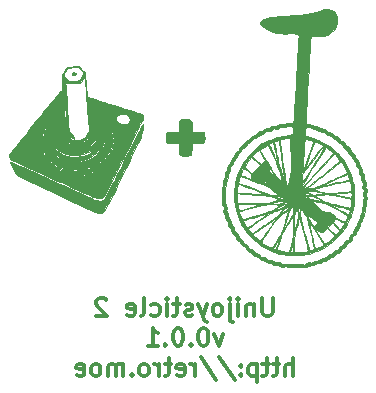
<source format=gbo>
G04 #@! TF.GenerationSoftware,KiCad,Pcbnew,(5.1.0-0)*
G04 #@! TF.CreationDate,2019-03-15T08:32:39-07:00*
G04 #@! TF.ProjectId,unijoysticle,756e696a-6f79-4737-9469-636c652e6b69,rev?*
G04 #@! TF.SameCoordinates,Original*
G04 #@! TF.FileFunction,Legend,Bot*
G04 #@! TF.FilePolarity,Positive*
%FSLAX46Y46*%
G04 Gerber Fmt 4.6, Leading zero omitted, Abs format (unit mm)*
G04 Created by KiCad (PCBNEW (5.1.0-0)) date 2019-03-15 08:32:39*
%MOMM*%
%LPD*%
G04 APERTURE LIST*
%ADD10C,0.300000*%
%ADD11C,0.010000*%
G04 APERTURE END LIST*
D10*
X150176571Y-106864571D02*
X150176571Y-108078857D01*
X150105142Y-108221714D01*
X150033714Y-108293142D01*
X149890857Y-108364571D01*
X149605142Y-108364571D01*
X149462285Y-108293142D01*
X149390857Y-108221714D01*
X149319428Y-108078857D01*
X149319428Y-106864571D01*
X148605142Y-107364571D02*
X148605142Y-108364571D01*
X148605142Y-107507428D02*
X148533714Y-107436000D01*
X148390857Y-107364571D01*
X148176571Y-107364571D01*
X148033714Y-107436000D01*
X147962285Y-107578857D01*
X147962285Y-108364571D01*
X147248000Y-108364571D02*
X147248000Y-107364571D01*
X147248000Y-106864571D02*
X147319428Y-106936000D01*
X147248000Y-107007428D01*
X147176571Y-106936000D01*
X147248000Y-106864571D01*
X147248000Y-107007428D01*
X146533714Y-107364571D02*
X146533714Y-108650285D01*
X146605142Y-108793142D01*
X146748000Y-108864571D01*
X146819428Y-108864571D01*
X146533714Y-106864571D02*
X146605142Y-106936000D01*
X146533714Y-107007428D01*
X146462285Y-106936000D01*
X146533714Y-106864571D01*
X146533714Y-107007428D01*
X145605142Y-108364571D02*
X145748000Y-108293142D01*
X145819428Y-108221714D01*
X145890857Y-108078857D01*
X145890857Y-107650285D01*
X145819428Y-107507428D01*
X145748000Y-107436000D01*
X145605142Y-107364571D01*
X145390857Y-107364571D01*
X145248000Y-107436000D01*
X145176571Y-107507428D01*
X145105142Y-107650285D01*
X145105142Y-108078857D01*
X145176571Y-108221714D01*
X145248000Y-108293142D01*
X145390857Y-108364571D01*
X145605142Y-108364571D01*
X144605142Y-107364571D02*
X144248000Y-108364571D01*
X143890857Y-107364571D02*
X144248000Y-108364571D01*
X144390857Y-108721714D01*
X144462285Y-108793142D01*
X144605142Y-108864571D01*
X143390857Y-108293142D02*
X143248000Y-108364571D01*
X142962285Y-108364571D01*
X142819428Y-108293142D01*
X142748000Y-108150285D01*
X142748000Y-108078857D01*
X142819428Y-107936000D01*
X142962285Y-107864571D01*
X143176571Y-107864571D01*
X143319428Y-107793142D01*
X143390857Y-107650285D01*
X143390857Y-107578857D01*
X143319428Y-107436000D01*
X143176571Y-107364571D01*
X142962285Y-107364571D01*
X142819428Y-107436000D01*
X142319428Y-107364571D02*
X141748000Y-107364571D01*
X142105142Y-106864571D02*
X142105142Y-108150285D01*
X142033714Y-108293142D01*
X141890857Y-108364571D01*
X141748000Y-108364571D01*
X141248000Y-108364571D02*
X141248000Y-107364571D01*
X141248000Y-106864571D02*
X141319428Y-106936000D01*
X141248000Y-107007428D01*
X141176571Y-106936000D01*
X141248000Y-106864571D01*
X141248000Y-107007428D01*
X139890857Y-108293142D02*
X140033714Y-108364571D01*
X140319428Y-108364571D01*
X140462285Y-108293142D01*
X140533714Y-108221714D01*
X140605142Y-108078857D01*
X140605142Y-107650285D01*
X140533714Y-107507428D01*
X140462285Y-107436000D01*
X140319428Y-107364571D01*
X140033714Y-107364571D01*
X139890857Y-107436000D01*
X139033714Y-108364571D02*
X139176571Y-108293142D01*
X139248000Y-108150285D01*
X139248000Y-106864571D01*
X137890857Y-108293142D02*
X138033714Y-108364571D01*
X138319428Y-108364571D01*
X138462285Y-108293142D01*
X138533714Y-108150285D01*
X138533714Y-107578857D01*
X138462285Y-107436000D01*
X138319428Y-107364571D01*
X138033714Y-107364571D01*
X137890857Y-107436000D01*
X137819428Y-107578857D01*
X137819428Y-107721714D01*
X138533714Y-107864571D01*
X136105142Y-107007428D02*
X136033714Y-106936000D01*
X135890857Y-106864571D01*
X135533714Y-106864571D01*
X135390857Y-106936000D01*
X135319428Y-107007428D01*
X135248000Y-107150285D01*
X135248000Y-107293142D01*
X135319428Y-107507428D01*
X136176571Y-108364571D01*
X135248000Y-108364571D01*
X145962285Y-109914571D02*
X145605142Y-110914571D01*
X145248000Y-109914571D01*
X144390857Y-109414571D02*
X144248000Y-109414571D01*
X144105142Y-109486000D01*
X144033714Y-109557428D01*
X143962285Y-109700285D01*
X143890857Y-109986000D01*
X143890857Y-110343142D01*
X143962285Y-110628857D01*
X144033714Y-110771714D01*
X144105142Y-110843142D01*
X144248000Y-110914571D01*
X144390857Y-110914571D01*
X144533714Y-110843142D01*
X144605142Y-110771714D01*
X144676571Y-110628857D01*
X144748000Y-110343142D01*
X144748000Y-109986000D01*
X144676571Y-109700285D01*
X144605142Y-109557428D01*
X144533714Y-109486000D01*
X144390857Y-109414571D01*
X143248000Y-110771714D02*
X143176571Y-110843142D01*
X143248000Y-110914571D01*
X143319428Y-110843142D01*
X143248000Y-110771714D01*
X143248000Y-110914571D01*
X142248000Y-109414571D02*
X142105142Y-109414571D01*
X141962285Y-109486000D01*
X141890857Y-109557428D01*
X141819428Y-109700285D01*
X141748000Y-109986000D01*
X141748000Y-110343142D01*
X141819428Y-110628857D01*
X141890857Y-110771714D01*
X141962285Y-110843142D01*
X142105142Y-110914571D01*
X142248000Y-110914571D01*
X142390857Y-110843142D01*
X142462285Y-110771714D01*
X142533714Y-110628857D01*
X142605142Y-110343142D01*
X142605142Y-109986000D01*
X142533714Y-109700285D01*
X142462285Y-109557428D01*
X142390857Y-109486000D01*
X142248000Y-109414571D01*
X141105142Y-110771714D02*
X141033714Y-110843142D01*
X141105142Y-110914571D01*
X141176571Y-110843142D01*
X141105142Y-110771714D01*
X141105142Y-110914571D01*
X139605142Y-110914571D02*
X140462285Y-110914571D01*
X140033714Y-110914571D02*
X140033714Y-109414571D01*
X140176571Y-109628857D01*
X140319428Y-109771714D01*
X140462285Y-109843142D01*
X151890857Y-113464571D02*
X151890857Y-111964571D01*
X151248000Y-113464571D02*
X151248000Y-112678857D01*
X151319428Y-112536000D01*
X151462285Y-112464571D01*
X151676571Y-112464571D01*
X151819428Y-112536000D01*
X151890857Y-112607428D01*
X150748000Y-112464571D02*
X150176571Y-112464571D01*
X150533714Y-111964571D02*
X150533714Y-113250285D01*
X150462285Y-113393142D01*
X150319428Y-113464571D01*
X150176571Y-113464571D01*
X149890857Y-112464571D02*
X149319428Y-112464571D01*
X149676571Y-111964571D02*
X149676571Y-113250285D01*
X149605142Y-113393142D01*
X149462285Y-113464571D01*
X149319428Y-113464571D01*
X148819428Y-112464571D02*
X148819428Y-113964571D01*
X148819428Y-112536000D02*
X148676571Y-112464571D01*
X148390857Y-112464571D01*
X148248000Y-112536000D01*
X148176571Y-112607428D01*
X148105142Y-112750285D01*
X148105142Y-113178857D01*
X148176571Y-113321714D01*
X148248000Y-113393142D01*
X148390857Y-113464571D01*
X148676571Y-113464571D01*
X148819428Y-113393142D01*
X147462285Y-113321714D02*
X147390857Y-113393142D01*
X147462285Y-113464571D01*
X147533714Y-113393142D01*
X147462285Y-113321714D01*
X147462285Y-113464571D01*
X147462285Y-112536000D02*
X147390857Y-112607428D01*
X147462285Y-112678857D01*
X147533714Y-112607428D01*
X147462285Y-112536000D01*
X147462285Y-112678857D01*
X145676571Y-111893142D02*
X146962285Y-113821714D01*
X144105142Y-111893142D02*
X145390857Y-113821714D01*
X143605142Y-113464571D02*
X143605142Y-112464571D01*
X143605142Y-112750285D02*
X143533714Y-112607428D01*
X143462285Y-112536000D01*
X143319428Y-112464571D01*
X143176571Y-112464571D01*
X142105142Y-113393142D02*
X142248000Y-113464571D01*
X142533714Y-113464571D01*
X142676571Y-113393142D01*
X142748000Y-113250285D01*
X142748000Y-112678857D01*
X142676571Y-112536000D01*
X142533714Y-112464571D01*
X142248000Y-112464571D01*
X142105142Y-112536000D01*
X142033714Y-112678857D01*
X142033714Y-112821714D01*
X142748000Y-112964571D01*
X141605142Y-112464571D02*
X141033714Y-112464571D01*
X141390857Y-111964571D02*
X141390857Y-113250285D01*
X141319428Y-113393142D01*
X141176571Y-113464571D01*
X141033714Y-113464571D01*
X140533714Y-113464571D02*
X140533714Y-112464571D01*
X140533714Y-112750285D02*
X140462285Y-112607428D01*
X140390857Y-112536000D01*
X140248000Y-112464571D01*
X140105142Y-112464571D01*
X139390857Y-113464571D02*
X139533714Y-113393142D01*
X139605142Y-113321714D01*
X139676571Y-113178857D01*
X139676571Y-112750285D01*
X139605142Y-112607428D01*
X139533714Y-112536000D01*
X139390857Y-112464571D01*
X139176571Y-112464571D01*
X139033714Y-112536000D01*
X138962285Y-112607428D01*
X138890857Y-112750285D01*
X138890857Y-113178857D01*
X138962285Y-113321714D01*
X139033714Y-113393142D01*
X139176571Y-113464571D01*
X139390857Y-113464571D01*
X138248000Y-113321714D02*
X138176571Y-113393142D01*
X138248000Y-113464571D01*
X138319428Y-113393142D01*
X138248000Y-113321714D01*
X138248000Y-113464571D01*
X137533714Y-113464571D02*
X137533714Y-112464571D01*
X137533714Y-112607428D02*
X137462285Y-112536000D01*
X137319428Y-112464571D01*
X137105142Y-112464571D01*
X136962285Y-112536000D01*
X136890857Y-112678857D01*
X136890857Y-113464571D01*
X136890857Y-112678857D02*
X136819428Y-112536000D01*
X136676571Y-112464571D01*
X136462285Y-112464571D01*
X136319428Y-112536000D01*
X136248000Y-112678857D01*
X136248000Y-113464571D01*
X135319428Y-113464571D02*
X135462285Y-113393142D01*
X135533714Y-113321714D01*
X135605142Y-113178857D01*
X135605142Y-112750285D01*
X135533714Y-112607428D01*
X135462285Y-112536000D01*
X135319428Y-112464571D01*
X135105142Y-112464571D01*
X134962285Y-112536000D01*
X134890857Y-112607428D01*
X134819428Y-112750285D01*
X134819428Y-113178857D01*
X134890857Y-113321714D01*
X134962285Y-113393142D01*
X135105142Y-113464571D01*
X135319428Y-113464571D01*
X133605142Y-113393142D02*
X133748000Y-113464571D01*
X134033714Y-113464571D01*
X134176571Y-113393142D01*
X134248000Y-113250285D01*
X134248000Y-112678857D01*
X134176571Y-112536000D01*
X134033714Y-112464571D01*
X133748000Y-112464571D01*
X133605142Y-112536000D01*
X133533714Y-112678857D01*
X133533714Y-112821714D01*
X134248000Y-112964571D01*
D11*
G36*
X154565941Y-82434956D02*
G01*
X154186813Y-82534659D01*
X154126519Y-82555525D01*
X153825141Y-82643896D01*
X153439048Y-82726940D01*
X152982691Y-82802657D01*
X152470517Y-82869044D01*
X151916976Y-82924101D01*
X151336516Y-82965827D01*
X151060547Y-82980170D01*
X150680849Y-83006640D01*
X150310091Y-83049322D01*
X149968713Y-83104681D01*
X149677153Y-83169179D01*
X149455852Y-83239282D01*
X149389212Y-83269318D01*
X149255449Y-83356264D01*
X149158138Y-83442562D01*
X149099927Y-83518127D01*
X149097940Y-83584004D01*
X149151043Y-83686367D01*
X149152113Y-83688179D01*
X149307174Y-83867907D01*
X149542366Y-84035042D01*
X149838819Y-84183592D01*
X150177663Y-84307564D01*
X150540031Y-84400963D01*
X150907052Y-84457798D01*
X151259859Y-84472075D01*
X151537347Y-84445775D01*
X151733313Y-84417438D01*
X151876321Y-84416343D01*
X152009409Y-84444655D01*
X152094709Y-84473816D01*
X152236057Y-84529020D01*
X152336609Y-84574210D01*
X152361710Y-84589117D01*
X152371541Y-84647033D01*
X152373689Y-84785116D01*
X152368443Y-84984634D01*
X152356092Y-85226855D01*
X152350528Y-85312656D01*
X152330800Y-85610899D01*
X152307927Y-85971356D01*
X152284193Y-86357172D01*
X152261883Y-86731491D01*
X152252208Y-86898758D01*
X152224783Y-87376681D01*
X152193673Y-87915198D01*
X152160195Y-88491764D01*
X152125667Y-89083837D01*
X152091406Y-89668870D01*
X152058730Y-90224320D01*
X152028957Y-90727643D01*
X152003404Y-91156295D01*
X152001544Y-91187327D01*
X151976393Y-91546469D01*
X151949848Y-91807715D01*
X151921740Y-91972379D01*
X151891899Y-92041776D01*
X151891042Y-92042358D01*
X151807969Y-92059640D01*
X151668395Y-92058450D01*
X151594718Y-92051126D01*
X151408658Y-92042850D01*
X151274083Y-92079961D01*
X151234544Y-92102941D01*
X151119466Y-92155805D01*
X151019800Y-92137041D01*
X151008558Y-92131274D01*
X150858560Y-92103359D01*
X150692602Y-92156010D01*
X150603006Y-92219299D01*
X150469937Y-92272015D01*
X150371297Y-92265068D01*
X150230582Y-92266391D01*
X150077905Y-92336435D01*
X150045287Y-92357817D01*
X149903548Y-92434828D01*
X149770885Y-92477061D01*
X149740434Y-92479813D01*
X149538797Y-92524589D01*
X149368735Y-92643950D01*
X149331474Y-92689456D01*
X149257085Y-92754558D01*
X149204852Y-92761316D01*
X149102254Y-92764210D01*
X148969170Y-92816079D01*
X148846257Y-92896740D01*
X148780676Y-92971869D01*
X148704261Y-93053928D01*
X148640344Y-93076883D01*
X148481152Y-93121764D01*
X148335035Y-93229902D01*
X148265344Y-93326314D01*
X148185900Y-93423432D01*
X148107543Y-93464280D01*
X147955486Y-93535388D01*
X147827478Y-93670236D01*
X147781379Y-93758525D01*
X147713349Y-93859624D01*
X147650647Y-93902343D01*
X147521850Y-93974939D01*
X147409690Y-94081735D01*
X147345319Y-94190526D01*
X147339844Y-94223645D01*
X147301033Y-94310792D01*
X147207269Y-94397851D01*
X147203418Y-94400350D01*
X147038576Y-94530043D01*
X146958026Y-94660587D01*
X146944546Y-94748298D01*
X146904256Y-94856366D01*
X146826591Y-94935029D01*
X146699176Y-95064235D01*
X146613998Y-95235747D01*
X146594846Y-95347088D01*
X146560276Y-95437438D01*
X146477543Y-95541900D01*
X146470823Y-95548399D01*
X146369724Y-95698081D01*
X146347656Y-95842857D01*
X146303955Y-96040918D01*
X146236954Y-96138325D01*
X146155230Y-96268294D01*
X146132125Y-96440402D01*
X146132588Y-96463983D01*
X146113250Y-96650088D01*
X146057255Y-96763899D01*
X146000521Y-96882067D01*
X145966178Y-97069976D01*
X145961320Y-97135969D01*
X145948399Y-97355122D01*
X145931522Y-97598746D01*
X145922577Y-97713602D01*
X145908980Y-97923109D01*
X145900991Y-98133233D01*
X145900011Y-98234500D01*
X145900805Y-98423504D01*
X145900581Y-98640320D01*
X145900161Y-98725156D01*
X145918359Y-98945497D01*
X145975881Y-99078160D01*
X145977382Y-99079844D01*
X146030412Y-99185288D01*
X146024266Y-99338046D01*
X146022815Y-99345950D01*
X146016760Y-99514367D01*
X146080195Y-99658842D01*
X146081645Y-99660989D01*
X146147409Y-99815303D01*
X146176178Y-100004814D01*
X146176350Y-100014302D01*
X146195584Y-100182776D01*
X146257409Y-100291972D01*
X146287971Y-100319911D01*
X146374784Y-100439293D01*
X146397266Y-100540147D01*
X146440379Y-100744020D01*
X146555958Y-100913911D01*
X146603576Y-100953426D01*
X146674927Y-101051037D01*
X146694922Y-101142723D01*
X146734660Y-101333988D01*
X146846288Y-101469979D01*
X146921180Y-101509866D01*
X147022871Y-101590082D01*
X147043291Y-101668721D01*
X147088116Y-101819086D01*
X147202937Y-101963039D01*
X147327441Y-102050361D01*
X147413074Y-102126222D01*
X147439062Y-102196348D01*
X147478927Y-102301374D01*
X147574432Y-102409265D01*
X147689443Y-102485180D01*
X147754899Y-102500906D01*
X147834718Y-102545390D01*
X147891839Y-102646461D01*
X147976863Y-102787496D01*
X148105694Y-102897699D01*
X148242099Y-102946972D01*
X148254126Y-102947391D01*
X148332013Y-102987040D01*
X148387999Y-103059012D01*
X148513377Y-103217766D01*
X148669030Y-103289744D01*
X148708894Y-103293079D01*
X148803218Y-103327157D01*
X148927808Y-103412252D01*
X148996904Y-103473354D01*
X149135164Y-103588667D01*
X149241063Y-103628968D01*
X149285952Y-103624582D01*
X149402004Y-103637714D01*
X149548201Y-103735253D01*
X149559294Y-103744875D01*
X149706333Y-103848430D01*
X149847387Y-103882269D01*
X149897515Y-103881196D01*
X150051480Y-103897805D01*
X150136475Y-103964159D01*
X150221749Y-104029854D01*
X150369037Y-104061473D01*
X150453337Y-104066430D01*
X150627226Y-104087731D01*
X150774883Y-104132503D01*
X150817481Y-104155764D01*
X150965562Y-104223854D01*
X151106067Y-104230140D01*
X151188227Y-104188929D01*
X151270998Y-104174279D01*
X151384184Y-104217497D01*
X151589619Y-104272061D01*
X151705469Y-104265868D01*
X151824139Y-104247570D01*
X151913857Y-104240829D01*
X152014223Y-104245808D01*
X152164835Y-104262672D01*
X152208232Y-104267943D01*
X152373458Y-104275043D01*
X152464422Y-104249606D01*
X152472363Y-104240554D01*
X152548103Y-104208811D01*
X152709675Y-104212618D01*
X152750618Y-104217557D01*
X152935873Y-104228333D01*
X153052250Y-104198679D01*
X153077084Y-104181570D01*
X153173861Y-104140952D01*
X153324871Y-104116166D01*
X153404277Y-104112659D01*
X153584536Y-104097744D01*
X153689946Y-104050124D01*
X153712118Y-104025843D01*
X153823632Y-103957017D01*
X153976760Y-103939578D01*
X154182789Y-103903973D01*
X154325718Y-103815555D01*
X154457758Y-103733023D01*
X154589345Y-103692408D01*
X154606192Y-103691531D01*
X154746546Y-103649778D01*
X154888101Y-103542703D01*
X155017032Y-103443410D01*
X155140653Y-103395226D01*
X155159391Y-103393875D01*
X155268433Y-103361395D01*
X155388846Y-103282570D01*
X155486030Y-103185329D01*
X155525391Y-103098474D01*
X155567598Y-103058639D01*
X155642170Y-103046610D01*
X155757408Y-103012676D01*
X155881605Y-102929718D01*
X155980913Y-102826000D01*
X156021484Y-102729860D01*
X156063247Y-102660023D01*
X156133105Y-102622571D01*
X156297157Y-102534682D01*
X156430063Y-102396647D01*
X156489521Y-102272960D01*
X156537631Y-102182090D01*
X156591005Y-102153641D01*
X156691897Y-102110990D01*
X156792412Y-102003958D01*
X156866206Y-101863921D01*
X156882096Y-101806929D01*
X156939259Y-101685520D01*
X157012178Y-101633217D01*
X157108269Y-101562981D01*
X157197919Y-101437650D01*
X157254320Y-101299235D01*
X157261719Y-101242147D01*
X157294637Y-101163533D01*
X157376897Y-101055803D01*
X157410547Y-101020257D01*
X157528817Y-100857979D01*
X157559375Y-100714335D01*
X157601626Y-100546884D01*
X157668131Y-100469175D01*
X157752179Y-100356047D01*
X157781836Y-100183415D01*
X157781965Y-100178732D01*
X157812739Y-99998470D01*
X157879501Y-99874190D01*
X157949488Y-99738439D01*
X157968460Y-99540572D01*
X157983300Y-99366496D01*
X158025504Y-99221592D01*
X158041355Y-99192529D01*
X158095222Y-99028489D01*
X158087767Y-98891183D01*
X158083363Y-98718136D01*
X158113739Y-98551932D01*
X158116202Y-98544878D01*
X158145723Y-98412003D01*
X157901599Y-98412003D01*
X157863072Y-98501613D01*
X157850916Y-98511131D01*
X157818770Y-98586122D01*
X157819409Y-98744338D01*
X157824306Y-98791410D01*
X157831805Y-98984128D01*
X157796044Y-99120168D01*
X157774478Y-99157734D01*
X157717234Y-99334158D01*
X157723187Y-99448632D01*
X157721536Y-99611899D01*
X157645724Y-99752680D01*
X157564844Y-99913272D01*
X157537588Y-100066242D01*
X157494307Y-100262748D01*
X157422949Y-100388041D01*
X157346421Y-100521185D01*
X157311537Y-100652695D01*
X157311328Y-100661003D01*
X157264918Y-100804707D01*
X157162500Y-100922688D01*
X157040916Y-101075055D01*
X157013670Y-101194184D01*
X156980850Y-101322573D01*
X156871732Y-101447382D01*
X156840038Y-101473627D01*
X156709154Y-101610329D01*
X156666406Y-101731748D01*
X156633009Y-101836644D01*
X156520709Y-101920166D01*
X156501694Y-101929490D01*
X156337289Y-102060271D01*
X156252712Y-102198655D01*
X156170038Y-102338562D01*
X156065387Y-102407324D01*
X156018352Y-102419677D01*
X155893476Y-102474476D01*
X155807888Y-102595702D01*
X155795380Y-102624129D01*
X155716621Y-102755183D01*
X155621950Y-102798494D01*
X155617399Y-102798563D01*
X155522140Y-102833081D01*
X155402189Y-102920408D01*
X155348545Y-102972195D01*
X155235770Y-103075110D01*
X155137239Y-103137368D01*
X155104579Y-103145828D01*
X154987751Y-103171024D01*
X154862868Y-103232241D01*
X154765737Y-103307924D01*
X154731641Y-103370344D01*
X154691182Y-103425419D01*
X154564910Y-103443479D01*
X154561814Y-103443485D01*
X154363525Y-103490572D01*
X154244594Y-103567508D01*
X154059762Y-103670431D01*
X153901211Y-103691531D01*
X153711566Y-103723410D01*
X153617042Y-103788968D01*
X153534126Y-103852071D01*
X153421531Y-103867681D01*
X153323519Y-103858260D01*
X153164098Y-103851721D01*
X153047941Y-103893540D01*
X152994732Y-103932805D01*
X152884328Y-104014952D01*
X152817923Y-104031171D01*
X152770810Y-103987118D01*
X152769139Y-103984444D01*
X152696847Y-103953376D01*
X152558644Y-103960469D01*
X152555371Y-103961024D01*
X152375917Y-103983877D01*
X152162613Y-103999317D01*
X151940852Y-104007013D01*
X151736029Y-104006633D01*
X151573537Y-103997847D01*
X151478771Y-103980324D01*
X151469424Y-103975178D01*
X151385756Y-103951688D01*
X151245657Y-103947836D01*
X151171768Y-103953695D01*
X150995455Y-103960292D01*
X150882496Y-103927120D01*
X150849829Y-103902914D01*
X150747155Y-103852544D01*
X150596384Y-103821436D01*
X150546125Y-103817875D01*
X150372258Y-103791275D01*
X150251376Y-103732383D01*
X150244804Y-103726235D01*
X150118900Y-103662079D01*
X149944135Y-103641922D01*
X149799395Y-103632045D01*
X149724111Y-103594824D01*
X149696326Y-103542819D01*
X149622933Y-103456620D01*
X149486577Y-103397613D01*
X149322781Y-103380955D01*
X149317718Y-103381275D01*
X149233952Y-103351227D01*
X149126203Y-103269659D01*
X149097597Y-103241519D01*
X148939569Y-103124714D01*
X148817287Y-103096219D01*
X148691712Y-103065854D01*
X148645543Y-103009402D01*
X148562885Y-102866666D01*
X148441439Y-102753778D01*
X148314533Y-102700388D01*
X148297022Y-102699344D01*
X148191279Y-102665578D01*
X148149569Y-102612527D01*
X148089990Y-102507211D01*
X147994160Y-102392316D01*
X147890930Y-102297742D01*
X147809151Y-102253389D01*
X147802517Y-102252860D01*
X147743089Y-102211320D01*
X147678620Y-102108779D01*
X147666879Y-102082522D01*
X147578726Y-101945400D01*
X147460822Y-101842685D01*
X147451811Y-101837772D01*
X147321236Y-101722679D01*
X147246803Y-101559386D01*
X147167535Y-101389417D01*
X147064330Y-101309269D01*
X146971143Y-101243644D01*
X146943054Y-101124862D01*
X146942969Y-101114798D01*
X146899193Y-100951019D01*
X146794141Y-100796962D01*
X146702275Y-100665890D01*
X146649937Y-100539968D01*
X146645313Y-100504270D01*
X146614926Y-100379658D01*
X146541554Y-100249215D01*
X146538907Y-100245811D01*
X146451301Y-100066019D01*
X146423431Y-99892803D01*
X146398131Y-99729548D01*
X146345971Y-99602572D01*
X146331023Y-99582982D01*
X146271274Y-99456184D01*
X146277855Y-99340048D01*
X146276781Y-99172285D01*
X146241436Y-99071518D01*
X146203908Y-98972407D01*
X146176910Y-98818697D01*
X146158769Y-98595974D01*
X146147813Y-98289823D01*
X146147156Y-98259305D01*
X146149585Y-98132994D01*
X146158948Y-97949288D01*
X146172057Y-97763211D01*
X146188990Y-97546585D01*
X146204838Y-97333138D01*
X146214586Y-97192703D01*
X146244257Y-97020147D01*
X146300191Y-96865739D01*
X146318847Y-96833129D01*
X146387269Y-96643230D01*
X146384598Y-96535472D01*
X146390060Y-96384440D01*
X146468476Y-96245747D01*
X146479374Y-96232489D01*
X146576567Y-96051972D01*
X146587547Y-95934042D01*
X146611065Y-95780185D01*
X146710369Y-95643875D01*
X146804932Y-95513311D01*
X146843724Y-95383676D01*
X146843750Y-95380885D01*
X146889650Y-95240450D01*
X147017383Y-95087518D01*
X147130554Y-94955431D01*
X147189218Y-94833648D01*
X147192927Y-94805596D01*
X147243969Y-94680028D01*
X147354157Y-94587541D01*
X147489381Y-94460650D01*
X147529246Y-94351155D01*
X147576393Y-94231806D01*
X147698967Y-94150320D01*
X147702878Y-94148670D01*
X147880339Y-94045347D01*
X147974620Y-93912358D01*
X147991830Y-93850467D01*
X148051158Y-93769349D01*
X148176936Y-93703418D01*
X148182319Y-93701639D01*
X148350284Y-93604611D01*
X148455171Y-93486313D01*
X148571918Y-93358334D01*
X148673439Y-93325083D01*
X148785853Y-93286011D01*
X148918556Y-93186215D01*
X148955362Y-93149539D01*
X149104083Y-93023114D01*
X149243905Y-92976785D01*
X149267677Y-92975906D01*
X149429153Y-92930384D01*
X149513793Y-92851883D01*
X149616530Y-92761642D01*
X149756836Y-92729144D01*
X149806402Y-92727860D01*
X149981657Y-92701099D01*
X150112323Y-92609835D01*
X150114282Y-92607760D01*
X150218748Y-92524510D01*
X150338158Y-92507955D01*
X150398930Y-92515543D01*
X150564884Y-92513922D01*
X150714297Y-92437297D01*
X150827283Y-92369011D01*
X150918676Y-92364131D01*
X150979464Y-92386582D01*
X151091130Y-92415056D01*
X151212143Y-92384972D01*
X151263175Y-92361134D01*
X151431092Y-92307510D01*
X151633871Y-92308290D01*
X151666700Y-92312300D01*
X151908135Y-92344328D01*
X151893618Y-92672517D01*
X151879102Y-93000706D01*
X151507031Y-93060490D01*
X151191047Y-93111909D01*
X150947398Y-93154926D01*
X150750407Y-93196561D01*
X150574395Y-93243830D01*
X150393685Y-93303751D01*
X150182599Y-93383343D01*
X149915458Y-93489622D01*
X149869922Y-93507915D01*
X149544883Y-93642582D01*
X149303156Y-93752957D01*
X149133608Y-93845152D01*
X149025106Y-93925275D01*
X148966516Y-93999439D01*
X148963649Y-94005301D01*
X148907209Y-94090543D01*
X148864948Y-94116922D01*
X148803387Y-94151309D01*
X148692841Y-94243331D01*
X148550030Y-94376275D01*
X148391675Y-94533433D01*
X148234496Y-94698093D01*
X148095215Y-94853544D01*
X147990550Y-94983076D01*
X147971452Y-95009891D01*
X147702007Y-95417787D01*
X147488998Y-95777660D01*
X147321558Y-96114389D01*
X147188821Y-96452854D01*
X147079920Y-96817933D01*
X146983989Y-97234505D01*
X146970194Y-97302233D01*
X146901373Y-97860449D01*
X146906283Y-98454415D01*
X146981647Y-99057320D01*
X147124186Y-99642352D01*
X147319321Y-100158219D01*
X147383857Y-100302907D01*
X147427331Y-100407233D01*
X147439062Y-100442600D01*
X147463110Y-100492577D01*
X147526924Y-100605054D01*
X147618013Y-100758186D01*
X147643979Y-100800911D01*
X147838644Y-101099981D01*
X148044416Y-101371212D01*
X148280394Y-101636466D01*
X148565681Y-101917602D01*
X148828125Y-102156134D01*
X149110168Y-102370068D01*
X149466676Y-102584252D01*
X149873631Y-102786898D01*
X150307012Y-102966221D01*
X150742799Y-103110434D01*
X150812500Y-103129830D01*
X151027277Y-103170337D01*
X151313373Y-103199330D01*
X151646999Y-103216841D01*
X152004364Y-103222899D01*
X152361676Y-103217535D01*
X152695147Y-103200781D01*
X152980984Y-103172665D01*
X153195398Y-103133220D01*
X153218555Y-103126738D01*
X153829034Y-102920377D01*
X153931725Y-102874792D01*
X153183667Y-102874792D01*
X153115044Y-102900324D01*
X152973242Y-102927868D01*
X152784153Y-102954051D01*
X152573669Y-102975502D01*
X152367683Y-102988846D01*
X152289998Y-102991201D01*
X151956754Y-102997000D01*
X151965662Y-102770743D01*
X151900722Y-102770743D01*
X151894911Y-102898712D01*
X151877430Y-102966176D01*
X151843148Y-102992488D01*
X151786939Y-102996999D01*
X151784950Y-102997000D01*
X151665994Y-102997000D01*
X151762362Y-102612527D01*
X151809965Y-102425559D01*
X151849728Y-102274748D01*
X151874516Y-102187011D01*
X151877401Y-102178445D01*
X151886040Y-102201343D01*
X151893502Y-102304306D01*
X151898661Y-102468183D01*
X151899990Y-102562918D01*
X151900722Y-102770743D01*
X151965662Y-102770743D01*
X151982634Y-102339676D01*
X151997615Y-102055061D01*
X152021162Y-101803204D01*
X152057918Y-101554059D01*
X152112526Y-101277583D01*
X152189627Y-100943728D01*
X152213465Y-100845720D01*
X152295629Y-100522524D01*
X152362015Y-100287592D01*
X152411770Y-100143585D01*
X152444036Y-100093164D01*
X152452573Y-100101579D01*
X152483066Y-100197249D01*
X152531932Y-100366075D01*
X152595312Y-100593425D01*
X152669349Y-100864665D01*
X152750186Y-101165164D01*
X152833965Y-101480288D01*
X152916829Y-101795405D01*
X152994919Y-102095882D01*
X153064379Y-102367088D01*
X153121351Y-102594388D01*
X153161977Y-102763151D01*
X153182399Y-102858744D01*
X153183667Y-102874792D01*
X153931725Y-102874792D01*
X154361405Y-102684056D01*
X154834913Y-102406961D01*
X154954437Y-102316418D01*
X154483594Y-102316418D01*
X154442011Y-102354756D01*
X154331541Y-102421570D01*
X154173603Y-102504232D01*
X154123926Y-102528434D01*
X153764258Y-102700914D01*
X153740172Y-102599578D01*
X153647977Y-102599578D01*
X153643297Y-102688672D01*
X153581532Y-102745456D01*
X153491406Y-102780935D01*
X153369766Y-102810819D01*
X153291745Y-102810517D01*
X153284824Y-102806286D01*
X153264066Y-102751832D01*
X153221388Y-102613655D01*
X153160270Y-102403945D01*
X153084190Y-102134891D01*
X152996626Y-101818685D01*
X152901058Y-101467515D01*
X152872078Y-101359891D01*
X152755693Y-100921868D01*
X152664940Y-100568388D01*
X152597507Y-100288791D01*
X152551080Y-100072417D01*
X152523348Y-99908605D01*
X152513898Y-99807122D01*
X152358856Y-99807122D01*
X152348755Y-99924476D01*
X152319769Y-100085062D01*
X152269437Y-100307399D01*
X152209073Y-100554578D01*
X152027930Y-101284840D01*
X152014217Y-100525298D01*
X152010285Y-100256880D01*
X151943038Y-100256880D01*
X151938411Y-100549507D01*
X151931390Y-100789383D01*
X151917488Y-101149462D01*
X151900961Y-101435968D01*
X151878804Y-101674547D01*
X151848013Y-101890845D01*
X151805583Y-102110506D01*
X151748507Y-102359177D01*
X151746446Y-102367731D01*
X151593104Y-103003500D01*
X151388837Y-102973304D01*
X151230472Y-102945639D01*
X151024758Y-102904171D01*
X150849707Y-102865491D01*
X150683853Y-102826109D01*
X150564158Y-102795894D01*
X150515219Y-102781070D01*
X150515069Y-102780816D01*
X150531418Y-102716268D01*
X150574219Y-102579619D01*
X150636156Y-102392065D01*
X150709912Y-102174800D01*
X150788169Y-101949020D01*
X150812342Y-101880737D01*
X150702328Y-101880737D01*
X150689120Y-101962546D01*
X150649975Y-102109019D01*
X150601412Y-102265181D01*
X150528077Y-102483628D01*
X150474021Y-102622466D01*
X150430373Y-102697226D01*
X150388260Y-102723440D01*
X150342825Y-102717905D01*
X150253089Y-102685750D01*
X150222928Y-102669982D01*
X150238351Y-102623799D01*
X150293919Y-102516304D01*
X150376518Y-102369899D01*
X150473037Y-102206986D01*
X150570361Y-102049967D01*
X150655380Y-101921245D01*
X150686400Y-101878162D01*
X150702328Y-101880737D01*
X150812342Y-101880737D01*
X150863610Y-101735919D01*
X150928918Y-101556692D01*
X150976775Y-101432534D01*
X150994129Y-101393175D01*
X151051579Y-101289751D01*
X151145612Y-101129443D01*
X151265355Y-100929904D01*
X151399937Y-100708790D01*
X151538485Y-100483754D01*
X151670126Y-100272450D01*
X151783990Y-100092534D01*
X151869205Y-99961659D01*
X151914897Y-99897480D01*
X151915877Y-99896414D01*
X151931676Y-99924864D01*
X151940761Y-100046843D01*
X151943038Y-100256880D01*
X152010285Y-100256880D01*
X152009904Y-100230938D01*
X152010524Y-100016955D01*
X152017962Y-99864554D01*
X152034102Y-99754940D01*
X152060829Y-99669318D01*
X152100026Y-99588894D01*
X152109857Y-99571191D01*
X152180229Y-99461047D01*
X152233138Y-99405066D01*
X152246751Y-99404168D01*
X152277011Y-99465346D01*
X152318911Y-99584414D01*
X152332255Y-99628013D01*
X152352535Y-99714475D01*
X152358856Y-99807122D01*
X152513898Y-99807122D01*
X152511996Y-99786697D01*
X152513553Y-99707459D01*
X152538133Y-99526567D01*
X152576458Y-99435141D01*
X152635760Y-99433169D01*
X152723270Y-99520644D01*
X152846221Y-99697555D01*
X152852320Y-99707023D01*
X152959774Y-99878252D01*
X153048372Y-100026847D01*
X153102017Y-100125628D01*
X153107467Y-100137822D01*
X153127449Y-100208992D01*
X153164226Y-100360524D01*
X153214127Y-100575697D01*
X153273480Y-100837788D01*
X153338614Y-101130076D01*
X153405857Y-101435838D01*
X153471538Y-101738351D01*
X153531985Y-102020894D01*
X153583526Y-102266745D01*
X153622490Y-102459181D01*
X153645206Y-102581481D01*
X153647977Y-102599578D01*
X153740172Y-102599578D01*
X153678581Y-102340461D01*
X153637422Y-102162945D01*
X153581538Y-101915857D01*
X153517067Y-101626627D01*
X153450145Y-101322685D01*
X153420729Y-101187795D01*
X153363931Y-100921722D01*
X153316827Y-100691896D01*
X153282627Y-100514743D01*
X153264539Y-100406689D01*
X153263129Y-100381007D01*
X153293841Y-100413709D01*
X153364789Y-100513528D01*
X153464032Y-100663188D01*
X153536374Y-100776345D01*
X153670714Y-100989211D01*
X153835371Y-101250082D01*
X154007690Y-101523066D01*
X154139319Y-101731570D01*
X154268083Y-101938411D01*
X154374934Y-102115547D01*
X154449866Y-102245979D01*
X154482871Y-102312708D01*
X154483594Y-102316418D01*
X154954437Y-102316418D01*
X155268803Y-102078278D01*
X155559832Y-101811151D01*
X155780205Y-101564169D01*
X155417358Y-101564169D01*
X155390417Y-101615565D01*
X155303032Y-101709427D01*
X155174602Y-101829316D01*
X155024527Y-101958797D01*
X154872205Y-102081433D01*
X154737037Y-102180787D01*
X154638421Y-102240422D01*
X154607545Y-102250307D01*
X154568379Y-102210864D01*
X154484235Y-102098564D01*
X154362815Y-101924630D01*
X154211823Y-101700286D01*
X154038960Y-101436751D01*
X153888209Y-101202284D01*
X153665469Y-100851976D01*
X153491133Y-100575047D01*
X153359678Y-100361592D01*
X153265582Y-100201707D01*
X153203322Y-100085487D01*
X153167375Y-100003027D01*
X153152219Y-99944421D01*
X153152330Y-99899766D01*
X153154698Y-99886759D01*
X153195025Y-99892044D01*
X153293404Y-99948262D01*
X153431920Y-100042524D01*
X153592654Y-100161944D01*
X153757689Y-100293634D01*
X153909109Y-100424707D01*
X153932208Y-100446002D01*
X153921900Y-100494918D01*
X153870277Y-100587530D01*
X153870197Y-100587652D01*
X153797141Y-100754927D01*
X153812666Y-100912183D01*
X153919786Y-101075244D01*
X153973651Y-101130991D01*
X154148564Y-101267445D01*
X154305108Y-101310048D01*
X154457315Y-101258728D01*
X154606283Y-101127728D01*
X154773524Y-100945176D01*
X155087446Y-101234423D01*
X155231606Y-101370075D01*
X155344961Y-101482045D01*
X155409462Y-101552295D01*
X155417358Y-101564169D01*
X155780205Y-101564169D01*
X156042703Y-101269976D01*
X156135310Y-101132734D01*
X155823047Y-101132734D01*
X155792213Y-101189278D01*
X155717103Y-101284298D01*
X155623804Y-101388642D01*
X155538405Y-101473162D01*
X155486992Y-101508707D01*
X155486560Y-101508719D01*
X155444607Y-101476722D01*
X155348855Y-101391162D01*
X155216597Y-101267687D01*
X155151274Y-101205357D01*
X154835354Y-100901995D01*
X154990238Y-100709263D01*
X155089554Y-100597751D01*
X155170207Y-100528161D01*
X155197392Y-100516531D01*
X155256653Y-100549972D01*
X155360886Y-100636463D01*
X155489028Y-100755259D01*
X155620014Y-100885614D01*
X155732780Y-101006782D01*
X155806261Y-101098016D01*
X155823047Y-101132734D01*
X156135310Y-101132734D01*
X156436547Y-100686312D01*
X156518510Y-100518272D01*
X156189743Y-100518272D01*
X156189101Y-100580367D01*
X156138315Y-100699055D01*
X156070304Y-100815419D01*
X155906629Y-101070484D01*
X155265483Y-100429338D01*
X155377906Y-100277277D01*
X155490329Y-100125217D01*
X155817918Y-100300703D01*
X155982735Y-100391327D01*
X156114031Y-100467814D01*
X156186188Y-100515175D01*
X156189743Y-100518272D01*
X156518510Y-100518272D01*
X156740259Y-100063651D01*
X156778282Y-99945868D01*
X156500359Y-99945868D01*
X156472827Y-100073268D01*
X156413162Y-100224781D01*
X156342082Y-100352704D01*
X156267749Y-100466151D01*
X155884168Y-100259233D01*
X155709520Y-100160472D01*
X155571487Y-100073863D01*
X155491514Y-100013222D01*
X155480523Y-99999169D01*
X155436344Y-99936305D01*
X155344407Y-99831877D01*
X155305482Y-99791405D01*
X154505764Y-99791405D01*
X154486591Y-99778465D01*
X153044922Y-99778465D01*
X153027082Y-99820646D01*
X152979521Y-99777212D01*
X152939327Y-99710379D01*
X152902948Y-99634989D01*
X152921812Y-99634880D01*
X152962386Y-99666844D01*
X153029157Y-99739946D01*
X153044922Y-99778465D01*
X154486591Y-99778465D01*
X154462236Y-99762029D01*
X154348976Y-99672614D01*
X154322363Y-99651330D01*
X154198290Y-99548951D01*
X154112921Y-99472574D01*
X154086719Y-99442208D01*
X154118171Y-99437543D01*
X154197643Y-99486529D01*
X154302805Y-99572849D01*
X154409180Y-99677842D01*
X154485949Y-99762693D01*
X154505764Y-99791405D01*
X155305482Y-99791405D01*
X155268886Y-99753355D01*
X155242096Y-99728089D01*
X154632422Y-99728089D01*
X154615126Y-99769683D01*
X154558686Y-99727274D01*
X154532261Y-99696841D01*
X154496065Y-99643057D01*
X154535260Y-99646695D01*
X154550991Y-99652539D01*
X154620876Y-99700989D01*
X154632422Y-99728089D01*
X155242096Y-99728089D01*
X155150980Y-99642160D01*
X155060963Y-99589346D01*
X154960343Y-99579551D01*
X154860595Y-99590390D01*
X154645616Y-99591641D01*
X154452115Y-99526024D01*
X154357829Y-99465032D01*
X154231634Y-99363968D01*
X152480046Y-99363968D01*
X152474963Y-99499469D01*
X152472704Y-99511398D01*
X152434944Y-99697977D01*
X152368077Y-99477000D01*
X152336517Y-99337375D01*
X152333348Y-99237462D01*
X152339696Y-99221982D01*
X152200417Y-99221982D01*
X152179239Y-99306647D01*
X152114746Y-99433917D01*
X152056118Y-99527557D01*
X152027891Y-99540851D01*
X152021752Y-99516750D01*
X151943685Y-99516750D01*
X151933196Y-99612105D01*
X151904288Y-99710713D01*
X151849377Y-99830392D01*
X151760881Y-99988962D01*
X151631218Y-100204243D01*
X151542823Y-100348059D01*
X151403482Y-100570849D01*
X151283054Y-100757083D01*
X151190509Y-100893389D01*
X151134820Y-100966398D01*
X151122756Y-100974070D01*
X151133630Y-100917451D01*
X151171382Y-100782818D01*
X151231174Y-100586169D01*
X151308164Y-100343501D01*
X151380587Y-100121845D01*
X151496277Y-99782840D01*
X151590898Y-99530747D01*
X151652657Y-99391721D01*
X151548033Y-99391721D01*
X151543653Y-99407773D01*
X151521602Y-99465893D01*
X151474473Y-99603769D01*
X151407173Y-99806578D01*
X151324609Y-100059498D01*
X151231690Y-100347706D01*
X151209406Y-100417313D01*
X151106296Y-100736614D01*
X151018405Y-100995327D01*
X150936175Y-101213493D01*
X150850047Y-101411153D01*
X150750460Y-101608346D01*
X150627857Y-101825114D01*
X150472678Y-102081498D01*
X150275364Y-102397536D01*
X150231893Y-102466664D01*
X150112982Y-102655663D01*
X149731002Y-102450083D01*
X149546940Y-102347714D01*
X149389637Y-102254248D01*
X149285278Y-102185445D01*
X149266518Y-102170480D01*
X149245223Y-102142292D01*
X149241634Y-102101926D01*
X149261396Y-102039597D01*
X149310151Y-101945518D01*
X149393542Y-101809900D01*
X149517213Y-101622959D01*
X149686805Y-101374906D01*
X149907963Y-101055956D01*
X149914858Y-101046045D01*
X150142173Y-100720646D01*
X150323681Y-100465341D01*
X150469389Y-100268194D01*
X150537804Y-100182089D01*
X150401888Y-100182089D01*
X150371374Y-100247991D01*
X150293371Y-100373470D01*
X150163425Y-100567190D01*
X150095965Y-100665639D01*
X149919339Y-100921187D01*
X149730466Y-101192356D01*
X149552281Y-101446333D01*
X149410943Y-101645787D01*
X149118096Y-102055706D01*
X148985513Y-101960000D01*
X148874466Y-101868788D01*
X148735601Y-101740280D01*
X148654846Y-101659674D01*
X148545475Y-101539422D01*
X148501586Y-101466316D01*
X148514101Y-101422043D01*
X148530823Y-101409539D01*
X148593745Y-101368418D01*
X148724677Y-101281129D01*
X148909485Y-101157154D01*
X149134035Y-101005976D01*
X149384194Y-100837076D01*
X149396645Y-100828657D01*
X149654268Y-100654583D01*
X149893172Y-100493385D01*
X150097465Y-100355768D01*
X150251256Y-100252438D01*
X150338273Y-100194350D01*
X150389369Y-100167097D01*
X150401888Y-100182089D01*
X150537804Y-100182089D01*
X150589308Y-100117269D01*
X150693445Y-100000632D01*
X150791811Y-99906346D01*
X150894413Y-99822475D01*
X151011261Y-99737084D01*
X151014355Y-99734894D01*
X151250514Y-99569718D01*
X151413851Y-99460139D01*
X151510860Y-99402145D01*
X151548033Y-99391721D01*
X151652657Y-99391721D01*
X151668327Y-99356448D01*
X151732439Y-99250823D01*
X151764862Y-99217577D01*
X151856074Y-99153821D01*
X151907544Y-99128572D01*
X151924143Y-99172881D01*
X151937526Y-99288567D01*
X151943336Y-99406828D01*
X151943685Y-99516750D01*
X152021752Y-99516750D01*
X152012463Y-99480285D01*
X152011199Y-99472082D01*
X152033979Y-99351541D01*
X152098016Y-99258576D01*
X152172979Y-99202151D01*
X152200417Y-99221982D01*
X152339696Y-99221982D01*
X152342786Y-99214449D01*
X152403385Y-99197293D01*
X152452663Y-99255188D01*
X152480046Y-99363968D01*
X154231634Y-99363968D01*
X154229749Y-99362459D01*
X154081279Y-99231602D01*
X154069294Y-99220357D01*
X153901745Y-99220357D01*
X153859983Y-99204328D01*
X153763382Y-99132584D01*
X153696188Y-99074932D01*
X152102344Y-99074932D01*
X152066332Y-99125450D01*
X152052734Y-99127469D01*
X152004415Y-99110543D01*
X152003125Y-99105592D01*
X152037888Y-99063237D01*
X152052734Y-99053055D01*
X152098449Y-99056988D01*
X152102344Y-99074932D01*
X153696188Y-99074932D01*
X153660727Y-99044506D01*
X151840457Y-99044506D01*
X151817618Y-99086834D01*
X151805630Y-99101529D01*
X151735711Y-99170331D01*
X151712142Y-99157292D01*
X151601760Y-99157292D01*
X151597690Y-99200744D01*
X151512248Y-99286453D01*
X151343848Y-99417495D01*
X151198287Y-99522009D01*
X151012573Y-99651882D01*
X150895826Y-99729914D01*
X150836511Y-99762265D01*
X150823094Y-99755092D01*
X150844039Y-99714555D01*
X150847242Y-99709438D01*
X150987061Y-99495669D01*
X151075805Y-99379857D01*
X150967868Y-99379857D01*
X150909028Y-99489812D01*
X150782587Y-99663772D01*
X150694120Y-99770845D01*
X150594515Y-99874462D01*
X150471926Y-99983953D01*
X150314510Y-100108649D01*
X150110423Y-100257882D01*
X149847822Y-100440981D01*
X149514862Y-100667279D01*
X149473047Y-100695469D01*
X148406445Y-101414106D01*
X148245953Y-101225768D01*
X148153974Y-101112900D01*
X148096789Y-101033214D01*
X148087255Y-101012625D01*
X148126480Y-100978230D01*
X148235724Y-100894823D01*
X148403901Y-100770543D01*
X148619924Y-100613528D01*
X148872705Y-100431915D01*
X149066302Y-100294000D01*
X149389401Y-100066201D01*
X149647216Y-99889040D01*
X149854105Y-99753979D01*
X149964633Y-99688112D01*
X149752570Y-99688112D01*
X149721738Y-99722228D01*
X149623320Y-99802473D01*
X149471453Y-99918712D01*
X149280273Y-100060809D01*
X149063920Y-100218630D01*
X148836529Y-100382040D01*
X148612239Y-100540904D01*
X148405187Y-100685087D01*
X148229509Y-100804454D01*
X148099345Y-100888871D01*
X148028830Y-100928202D01*
X148020939Y-100929494D01*
X147977390Y-100876835D01*
X147903734Y-100764180D01*
X147835370Y-100649391D01*
X147756128Y-100502470D01*
X147702458Y-100386222D01*
X147687575Y-100336189D01*
X147731587Y-100296825D01*
X147848395Y-100244140D01*
X148014428Y-100188438D01*
X148046777Y-100179152D01*
X148234249Y-100125425D01*
X148484933Y-100051873D01*
X148767212Y-99967850D01*
X149049468Y-99882708D01*
X149072069Y-99875834D01*
X149312449Y-99803973D01*
X149516369Y-99745489D01*
X149666403Y-99705189D01*
X149745122Y-99687880D01*
X149752570Y-99688112D01*
X149964633Y-99688112D01*
X150024424Y-99652481D01*
X150172531Y-99576007D01*
X150312782Y-99516021D01*
X150459535Y-99463985D01*
X150465234Y-99462115D01*
X150661512Y-99401691D01*
X150826406Y-99357964D01*
X150934163Y-99337476D01*
X150956220Y-99337381D01*
X150967868Y-99379857D01*
X151075805Y-99379857D01*
X151096934Y-99352284D01*
X151193882Y-99262270D01*
X151294929Y-99208612D01*
X151372128Y-99184853D01*
X151526044Y-99153021D01*
X151601760Y-99157292D01*
X151712142Y-99157292D01*
X151707046Y-99154473D01*
X151705469Y-99132777D01*
X151745231Y-99079498D01*
X151786900Y-99057227D01*
X151840457Y-99044506D01*
X153660727Y-99044506D01*
X153617208Y-99007168D01*
X153595186Y-98986699D01*
X151680664Y-98986699D01*
X151531836Y-99054846D01*
X151381003Y-99113647D01*
X151295982Y-99124438D01*
X151285309Y-99087286D01*
X151308594Y-99053055D01*
X151399460Y-99001145D01*
X151525508Y-98982670D01*
X151680664Y-98986699D01*
X153595186Y-98986699D01*
X153573173Y-98966238D01*
X151257407Y-98966238D01*
X151203727Y-99072759D01*
X151051627Y-99176250D01*
X150800762Y-99276930D01*
X150731869Y-99298851D01*
X150525906Y-99361838D01*
X150398340Y-99399829D01*
X150332686Y-99416827D01*
X150312456Y-99416837D01*
X150321164Y-99403864D01*
X150328053Y-99396941D01*
X150446014Y-99297832D01*
X150606615Y-99186470D01*
X150783030Y-99078708D01*
X150948434Y-98990398D01*
X151036427Y-98953836D01*
X150822387Y-98953836D01*
X150435664Y-99226688D01*
X150306269Y-99315521D01*
X150185930Y-99389989D01*
X150059150Y-99456444D01*
X149910428Y-99521239D01*
X149724267Y-99590726D01*
X149485168Y-99671260D01*
X149177633Y-99769192D01*
X148905232Y-99854011D01*
X148581846Y-99953444D01*
X148287177Y-100042538D01*
X148035359Y-100117143D01*
X147840524Y-100173106D01*
X147716804Y-100206278D01*
X147680816Y-100213679D01*
X147607276Y-100170627D01*
X147525751Y-100039346D01*
X147500460Y-99983231D01*
X147415367Y-99778083D01*
X147370085Y-99645239D01*
X147365477Y-99565749D01*
X147402403Y-99520661D01*
X147481727Y-99491026D01*
X147523358Y-99479823D01*
X147934041Y-99371499D01*
X148283530Y-99279138D01*
X148606602Y-99193534D01*
X148938038Y-99105480D01*
X149034479Y-99079824D01*
X149301215Y-99011789D01*
X149512261Y-98968191D01*
X149629580Y-98953836D01*
X149247432Y-98953836D01*
X148380454Y-99184157D01*
X148095065Y-99258760D01*
X147837212Y-99323893D01*
X147624489Y-99375291D01*
X147474486Y-99408690D01*
X147408429Y-99419801D01*
X147341968Y-99407079D01*
X147297770Y-99345423D01*
X147261475Y-99212127D01*
X147254075Y-99175756D01*
X147231504Y-99031395D01*
X147227413Y-98933361D01*
X147235099Y-98909524D01*
X147291769Y-98905844D01*
X147432139Y-98905416D01*
X147640750Y-98908031D01*
X147902143Y-98913482D01*
X148200861Y-98921561D01*
X148256431Y-98923249D01*
X149247432Y-98953836D01*
X149629580Y-98953836D01*
X149705464Y-98944551D01*
X149918669Y-98936393D01*
X150189721Y-98939242D01*
X150217645Y-98939871D01*
X150822387Y-98953836D01*
X151036427Y-98953836D01*
X151076001Y-98937393D01*
X151119844Y-98929031D01*
X151219546Y-98940485D01*
X151257407Y-98966238D01*
X153573173Y-98966238D01*
X153429544Y-98832740D01*
X151358203Y-98832740D01*
X151314845Y-98864623D01*
X151209358Y-98879311D01*
X151198337Y-98879422D01*
X151092385Y-98876720D01*
X151075831Y-98858394D01*
X151138852Y-98809117D01*
X151148814Y-98802134D01*
X151258902Y-98754689D01*
X151336769Y-98774280D01*
X151358203Y-98832740D01*
X153429544Y-98832740D01*
X153426729Y-98830124D01*
X153424513Y-98827999D01*
X153284125Y-98687521D01*
X151183418Y-98687521D01*
X151059971Y-98782369D01*
X150986299Y-98826774D01*
X150889755Y-98855227D01*
X150748195Y-98871047D01*
X150539475Y-98877551D01*
X150419759Y-98878319D01*
X150209536Y-98876952D01*
X150044592Y-98872393D01*
X149944422Y-98865406D01*
X149923665Y-98858881D01*
X149977471Y-98838537D01*
X150106046Y-98800086D01*
X150287966Y-98749735D01*
X150430235Y-98712120D01*
X150675515Y-98652518D01*
X150847521Y-98622085D01*
X150966997Y-98618297D01*
X151049776Y-98636711D01*
X151183418Y-98687521D01*
X153284125Y-98687521D01*
X153269134Y-98672521D01*
X153189580Y-98580209D01*
X151209375Y-98580209D01*
X151173011Y-98607505D01*
X151134961Y-98599706D01*
X151069687Y-98564494D01*
X151060547Y-98551653D01*
X151098193Y-98535537D01*
X150713281Y-98535537D01*
X150668689Y-98561512D01*
X150548797Y-98604949D01*
X150374428Y-98658728D01*
X150254395Y-98692435D01*
X150108582Y-98730568D01*
X149976165Y-98760134D01*
X149841507Y-98782300D01*
X149688975Y-98798231D01*
X149502933Y-98809094D01*
X149267747Y-98816056D01*
X148967783Y-98820284D01*
X148587406Y-98822942D01*
X148499048Y-98823395D01*
X147202588Y-98829813D01*
X147172674Y-98718192D01*
X147156205Y-98608199D01*
X147145054Y-98441338D01*
X147142084Y-98307841D01*
X147141406Y-98009111D01*
X147699512Y-98044719D01*
X148213816Y-98077650D01*
X148639733Y-98105555D01*
X148987896Y-98129672D01*
X149268938Y-98151244D01*
X149493494Y-98171512D01*
X149672195Y-98191716D01*
X149815677Y-98213096D01*
X149934571Y-98236895D01*
X150039512Y-98264352D01*
X150141132Y-98296709D01*
X150250066Y-98335206D01*
X150279199Y-98345759D01*
X150467926Y-98417440D01*
X150615190Y-98479536D01*
X150700364Y-98523029D01*
X150713281Y-98535537D01*
X151098193Y-98535537D01*
X151101057Y-98534311D01*
X151134961Y-98532156D01*
X151200992Y-98558119D01*
X151209375Y-98580209D01*
X153189580Y-98580209D01*
X153177849Y-98566597D01*
X153155202Y-98515927D01*
X153174035Y-98513769D01*
X153251142Y-98558909D01*
X153376476Y-98659995D01*
X153530529Y-98800472D01*
X153645324Y-98913703D01*
X153799683Y-99077088D01*
X153883401Y-99178625D01*
X153901745Y-99220357D01*
X154069294Y-99220357D01*
X153925825Y-99085755D01*
X153776791Y-98938215D01*
X153647582Y-98802276D01*
X153551604Y-98691234D01*
X153502262Y-98618384D01*
X153512960Y-98597023D01*
X153516211Y-98597774D01*
X153601867Y-98618674D01*
X153761382Y-98656119D01*
X153971840Y-98704777D01*
X154206514Y-98758447D01*
X154421485Y-98809232D01*
X154599259Y-98858086D01*
X154760670Y-98913915D01*
X154926553Y-98985624D01*
X155117741Y-99082119D01*
X155355069Y-99212306D01*
X155620381Y-99362812D01*
X155879801Y-99511758D01*
X156110237Y-99645564D01*
X156297509Y-99755873D01*
X156427436Y-99834331D01*
X156485839Y-99872581D01*
X156486534Y-99873201D01*
X156500359Y-99945868D01*
X156778282Y-99945868D01*
X156935540Y-99458740D01*
X156697412Y-99458740D01*
X156670685Y-99556718D01*
X156618517Y-99693469D01*
X156615647Y-99701001D01*
X156572611Y-99790176D01*
X156520631Y-99798234D01*
X156454813Y-99760455D01*
X156371484Y-99709943D01*
X156221358Y-99622296D01*
X156024173Y-99508919D01*
X155799666Y-99381218D01*
X155748633Y-99352370D01*
X155530258Y-99228263D01*
X155344163Y-99120965D01*
X155206851Y-99040109D01*
X155134826Y-98995325D01*
X155128516Y-98990469D01*
X155121425Y-98980841D01*
X155130926Y-98977131D01*
X155169285Y-98981862D01*
X155248769Y-98997559D01*
X155381644Y-99026745D01*
X155580177Y-99071946D01*
X155856633Y-99135686D01*
X156037953Y-99177618D01*
X156314781Y-99241512D01*
X156507384Y-99290919D01*
X156627519Y-99336492D01*
X156686943Y-99388881D01*
X156697412Y-99458740D01*
X156935540Y-99458740D01*
X156952733Y-99405483D01*
X157072864Y-98715300D01*
X157076895Y-98606715D01*
X156854799Y-98606715D01*
X156845848Y-98680387D01*
X156832613Y-98773524D01*
X156815388Y-98939583D01*
X156798015Y-99063464D01*
X156767843Y-99148127D01*
X156712216Y-99196529D01*
X156618481Y-99211631D01*
X156473984Y-99196390D01*
X156266071Y-99153765D01*
X155982089Y-99086715D01*
X155740210Y-99028949D01*
X155398803Y-98947102D01*
X155134395Y-98879916D01*
X154927148Y-98820434D01*
X154757226Y-98761700D01*
X154646811Y-98714658D01*
X154429130Y-98714658D01*
X154406766Y-98726304D01*
X154347168Y-98712711D01*
X154263084Y-98691625D01*
X154108013Y-98655020D01*
X153907814Y-98608950D01*
X153780367Y-98580086D01*
X153508830Y-98511001D01*
X153392885Y-98469174D01*
X151072487Y-98469174D01*
X151017440Y-98488216D01*
X150896991Y-98475098D01*
X150721058Y-98428472D01*
X150601426Y-98387009D01*
X150258809Y-98259305D01*
X150513077Y-98244233D01*
X150713464Y-98248945D01*
X150873281Y-98299091D01*
X150946705Y-98340012D01*
X151052214Y-98419323D01*
X151072487Y-98469174D01*
X153392885Y-98469174D01*
X153322969Y-98443952D01*
X153266049Y-98408827D01*
X153117890Y-98408827D01*
X153083453Y-98432124D01*
X152974565Y-98402825D01*
X152915543Y-98350584D01*
X152895490Y-98280652D01*
X152923838Y-98236458D01*
X152938014Y-98234500D01*
X152999250Y-98267672D01*
X153069727Y-98333719D01*
X153117890Y-98408827D01*
X153266049Y-98408827D01*
X153209495Y-98373929D01*
X153194516Y-98359339D01*
X153088648Y-98246648D01*
X153311253Y-98213266D01*
X153419304Y-98201993D01*
X153515619Y-98209971D01*
X153624167Y-98245048D01*
X153768913Y-98315077D01*
X153973826Y-98427907D01*
X153983921Y-98433595D01*
X154219266Y-98569501D01*
X154367149Y-98662789D01*
X154429130Y-98714658D01*
X154646811Y-98714658D01*
X154604791Y-98696756D01*
X154450006Y-98618647D01*
X154273035Y-98520416D01*
X154245653Y-98504829D01*
X154027749Y-98378589D01*
X153886842Y-98286481D01*
X153826608Y-98221932D01*
X153843836Y-98190811D01*
X150917184Y-98190811D01*
X150875436Y-98165971D01*
X150713281Y-98165971D01*
X150667690Y-98169693D01*
X150546261Y-98165826D01*
X150372015Y-98155253D01*
X150304797Y-98150285D01*
X150137088Y-98132926D01*
X149975330Y-98104320D01*
X149799404Y-98058630D01*
X149776835Y-98051264D01*
X149445286Y-98051264D01*
X149409371Y-98069468D01*
X149295164Y-98073868D01*
X149097838Y-98066121D01*
X148812568Y-98047882D01*
X148434526Y-98020807D01*
X148307227Y-98011566D01*
X147998576Y-97989446D01*
X147719643Y-97969940D01*
X147487113Y-97954176D01*
X147317675Y-97943282D01*
X147228014Y-97938386D01*
X147222506Y-97938239D01*
X147170372Y-97927080D01*
X147148461Y-97879880D01*
X147151572Y-97772937D01*
X147163433Y-97669050D01*
X147189019Y-97492569D01*
X147217195Y-97339276D01*
X147231160Y-97280840D01*
X147265430Y-97160424D01*
X147736719Y-97347667D01*
X147964528Y-97437914D01*
X148250517Y-97550824D01*
X148560471Y-97672907D01*
X148860173Y-97790673D01*
X148902539Y-97807292D01*
X149131535Y-97897271D01*
X149301542Y-97966822D01*
X149407734Y-98017601D01*
X149445286Y-98051264D01*
X149776835Y-98051264D01*
X149589188Y-97990021D01*
X149324564Y-97892658D01*
X149052160Y-97786996D01*
X148738609Y-97663999D01*
X148416221Y-97537957D01*
X148112745Y-97419689D01*
X147855932Y-97320018D01*
X147728080Y-97270678D01*
X147248151Y-97086149D01*
X147323889Y-96829368D01*
X147369086Y-96683186D01*
X147404342Y-96581785D01*
X147417327Y-96553933D01*
X147470070Y-96560577D01*
X147593129Y-96597271D01*
X147765180Y-96656043D01*
X147964894Y-96728919D01*
X148170945Y-96807926D01*
X148362007Y-96885091D01*
X148516754Y-96952442D01*
X148610738Y-97000094D01*
X148744273Y-97063713D01*
X148861737Y-97093229D01*
X148869896Y-97093485D01*
X149046349Y-97124017D01*
X149278812Y-97209083D01*
X149547758Y-97338884D01*
X149833661Y-97503621D01*
X150116994Y-97693495D01*
X150222673Y-97772315D01*
X150408953Y-97916969D01*
X150562733Y-98038653D01*
X150669041Y-98125355D01*
X150712905Y-98165060D01*
X150713281Y-98165971D01*
X150875436Y-98165971D01*
X150854438Y-98153478D01*
X150734054Y-98070335D01*
X150566607Y-97948633D01*
X150403223Y-97826381D01*
X150205063Y-97674280D01*
X150082384Y-97573994D01*
X150029703Y-97519990D01*
X150041534Y-97506735D01*
X150105566Y-97526107D01*
X150170368Y-97567075D01*
X150288833Y-97655248D01*
X150439331Y-97773213D01*
X150600233Y-97903556D01*
X150749909Y-98028866D01*
X150866729Y-98131730D01*
X150911719Y-98175084D01*
X150917184Y-98190811D01*
X153843836Y-98190811D01*
X153850725Y-98178368D01*
X153962869Y-98149212D01*
X154166715Y-98127892D01*
X154465942Y-98107832D01*
X154467714Y-98107722D01*
X154675143Y-98096678D01*
X154848035Y-98094174D01*
X155010506Y-98102795D01*
X155186675Y-98125128D01*
X155400660Y-98163759D01*
X155676577Y-98221275D01*
X155823047Y-98253063D01*
X156167854Y-98327544D01*
X156427771Y-98384200D01*
X156614251Y-98428934D01*
X156738743Y-98467649D01*
X156812698Y-98506249D01*
X156847566Y-98550636D01*
X156854799Y-98606715D01*
X157076895Y-98606715D01*
X157094432Y-98134336D01*
X156864844Y-98134336D01*
X156853438Y-98300341D01*
X156820317Y-98378165D01*
X156805050Y-98383328D01*
X156737810Y-98373339D01*
X156591988Y-98345804D01*
X156385930Y-98304370D01*
X156137983Y-98252687D01*
X155998897Y-98223038D01*
X155713763Y-98160306D01*
X155517211Y-98111513D01*
X155410825Y-98073855D01*
X155396188Y-98044527D01*
X155474883Y-98020727D01*
X155588631Y-98006917D01*
X154619813Y-98006917D01*
X154580934Y-98017205D01*
X154467574Y-98033405D01*
X154304110Y-98052981D01*
X154114919Y-98073402D01*
X153924379Y-98092132D01*
X153756866Y-98106639D01*
X153636759Y-98114387D01*
X153590625Y-98113893D01*
X153577660Y-98108247D01*
X153416992Y-98108247D01*
X153218555Y-98136569D01*
X153062691Y-98138892D01*
X152951155Y-98103642D01*
X152904547Y-98040778D01*
X152917956Y-97991214D01*
X152999603Y-97940911D01*
X153138213Y-97966444D01*
X153258225Y-98022545D01*
X153416992Y-98108247D01*
X153577660Y-98108247D01*
X153534832Y-98089598D01*
X153424951Y-98035980D01*
X153379785Y-98013178D01*
X153247528Y-97938253D01*
X153203378Y-97884199D01*
X153241464Y-97837625D01*
X152920898Y-97837625D01*
X152916965Y-97883339D01*
X152899022Y-97887235D01*
X152848503Y-97851222D01*
X152846484Y-97837625D01*
X152863410Y-97789306D01*
X152868361Y-97788016D01*
X152910716Y-97822779D01*
X152920898Y-97837625D01*
X153241464Y-97837625D01*
X153243075Y-97835655D01*
X153319628Y-97796198D01*
X153393988Y-97774518D01*
X153496115Y-97771583D01*
X153645020Y-97789221D01*
X153859717Y-97829256D01*
X154023613Y-97863835D01*
X154249736Y-97913845D01*
X154437566Y-97957508D01*
X154567478Y-97990113D01*
X154619813Y-98006917D01*
X155588631Y-98006917D01*
X155648495Y-97999649D01*
X155918606Y-97978492D01*
X156145508Y-97963443D01*
X156369419Y-97947504D01*
X156565900Y-97930703D01*
X156707232Y-97915548D01*
X156753223Y-97908458D01*
X156819217Y-97902858D01*
X156852310Y-97936898D01*
X156863727Y-98033294D01*
X156864844Y-98134336D01*
X157094432Y-98134336D01*
X157099546Y-97996593D01*
X157084173Y-97828126D01*
X156871960Y-97828126D01*
X156434320Y-97861930D01*
X156183752Y-97883044D01*
X155922880Y-97907845D01*
X155702312Y-97931479D01*
X155674219Y-97934818D01*
X155399553Y-97963648D01*
X155168031Y-97974523D01*
X154948161Y-97965561D01*
X154708449Y-97934877D01*
X154417403Y-97880588D01*
X154276604Y-97851213D01*
X154040581Y-97798733D01*
X153844175Y-97750639D01*
X153705385Y-97711672D01*
X153662897Y-97694792D01*
X153285614Y-97694792D01*
X153267977Y-97720285D01*
X153221475Y-97759161D01*
X153115777Y-97828084D01*
X153048297Y-97821514D01*
X153020117Y-97788016D01*
X153030586Y-97744916D01*
X153062741Y-97738406D01*
X153173080Y-97723653D01*
X153226900Y-97709552D01*
X153285614Y-97694792D01*
X153662897Y-97694792D01*
X153642211Y-97686574D01*
X153640234Y-97683599D01*
X153661884Y-97663992D01*
X153044922Y-97663992D01*
X153020117Y-97688797D01*
X152995312Y-97663992D01*
X153020117Y-97639188D01*
X152846484Y-97639188D01*
X152829558Y-97687507D01*
X152824607Y-97688797D01*
X152782253Y-97654034D01*
X152772070Y-97639188D01*
X152776004Y-97593473D01*
X152793947Y-97589578D01*
X152844465Y-97625590D01*
X152846484Y-97639188D01*
X153020117Y-97639188D01*
X153044922Y-97663992D01*
X153661884Y-97663992D01*
X153688516Y-97639874D01*
X153830023Y-97583960D01*
X154059746Y-97517619D01*
X154235547Y-97474085D01*
X154472541Y-97417996D01*
X154733174Y-97356219D01*
X154880469Y-97321259D01*
X155065446Y-97277816D01*
X155311080Y-97220810D01*
X155581257Y-97158594D01*
X155773437Y-97114643D01*
X156017206Y-97058703D01*
X156241875Y-97006457D01*
X156420228Y-96964276D01*
X156515380Y-96941016D01*
X156632777Y-96920649D01*
X156705789Y-96944607D01*
X156750062Y-97029980D01*
X156781239Y-97193856D01*
X156787355Y-97238118D01*
X156813177Y-97425775D01*
X156839257Y-97608426D01*
X156844925Y-97646840D01*
X156871960Y-97828126D01*
X157084173Y-97828126D01*
X157031674Y-97252854D01*
X157022179Y-97192703D01*
X156929844Y-96791516D01*
X156655323Y-96791516D01*
X156598809Y-96846321D01*
X156554785Y-96860030D01*
X156260520Y-96927382D01*
X155936111Y-97002508D01*
X155604371Y-97080038D01*
X155288113Y-97154606D01*
X155010148Y-97220843D01*
X154793289Y-97273381D01*
X154706836Y-97294870D01*
X154491240Y-97348246D01*
X154357985Y-97377972D01*
X154293690Y-97386508D01*
X154284975Y-97376318D01*
X154289290Y-97371712D01*
X154338002Y-97346672D01*
X154461534Y-97287817D01*
X154644340Y-97202293D01*
X154870872Y-97097246D01*
X155125581Y-96979821D01*
X155392921Y-96857164D01*
X155657342Y-96736422D01*
X155903298Y-96624739D01*
X156115240Y-96529262D01*
X156277621Y-96457136D01*
X156309510Y-96443218D01*
X156523121Y-96350494D01*
X156594764Y-96521958D01*
X156653272Y-96689334D01*
X156655323Y-96791516D01*
X156929844Y-96791516D01*
X156929055Y-96788091D01*
X156782123Y-96352249D01*
X156737078Y-96247523D01*
X156459061Y-96247523D01*
X156458271Y-96254414D01*
X156408590Y-96294779D01*
X156287748Y-96363836D01*
X156115616Y-96450815D01*
X155971000Y-96518526D01*
X155744829Y-96621181D01*
X155525835Y-96720556D01*
X155346679Y-96801829D01*
X155277344Y-96833270D01*
X155143370Y-96894077D01*
X154946209Y-96983651D01*
X154712984Y-97089668D01*
X154483594Y-97193989D01*
X154244952Y-97300503D01*
X154019774Y-97397382D01*
X153833765Y-97473787D01*
X153714648Y-97518223D01*
X153577517Y-97552401D01*
X153424278Y-97575334D01*
X153279673Y-97585845D01*
X153168443Y-97582756D01*
X153115329Y-97564891D01*
X153121816Y-97546435D01*
X153172442Y-97504861D01*
X153289861Y-97410785D01*
X153462904Y-97273079D01*
X153680406Y-97100616D01*
X153931201Y-96902269D01*
X154136328Y-96740359D01*
X154432728Y-96506485D01*
X154730026Y-96271692D01*
X155010713Y-96049824D01*
X155257277Y-95854725D01*
X155452208Y-95700241D01*
X155525083Y-95642362D01*
X155946455Y-95307296D01*
X156032513Y-95419043D01*
X156110353Y-95534622D01*
X156202074Y-95691733D01*
X156295240Y-95865977D01*
X156377416Y-96032956D01*
X156436168Y-96168271D01*
X156459061Y-96247523D01*
X156737078Y-96247523D01*
X156595624Y-95918660D01*
X156383797Y-95520810D01*
X156196164Y-95240084D01*
X155861317Y-95240084D01*
X155820337Y-95283691D01*
X155710630Y-95380408D01*
X155541735Y-95522362D01*
X155323194Y-95701685D01*
X155064548Y-95910505D01*
X154775336Y-96140952D01*
X154632422Y-96253817D01*
X154321933Y-96498683D01*
X154027913Y-96731219D01*
X153761827Y-96942307D01*
X153535143Y-97122827D01*
X153359327Y-97263660D01*
X153245847Y-97355688D01*
X153222027Y-97375480D01*
X153037739Y-97498124D01*
X152879475Y-97539969D01*
X152731888Y-97539969D01*
X152825675Y-97428348D01*
X152904039Y-97338519D01*
X153025879Y-97202600D01*
X153167237Y-97047277D01*
X153193131Y-97019070D01*
X153336395Y-96862607D01*
X153521730Y-96659279D01*
X153724742Y-96435887D01*
X153913186Y-96227919D01*
X154284491Y-95818167D01*
X154594018Y-95478299D01*
X154845830Y-95203973D01*
X155043993Y-94990850D01*
X155192569Y-94834590D01*
X155295625Y-94730853D01*
X155357224Y-94675300D01*
X155379117Y-94662625D01*
X155435766Y-94698760D01*
X155529032Y-94790920D01*
X155638567Y-94914734D01*
X155744022Y-95045834D01*
X155825047Y-95159851D01*
X155861293Y-95232414D01*
X155861317Y-95240084D01*
X156196164Y-95240084D01*
X156184292Y-95222322D01*
X156099190Y-95105525D01*
X156050734Y-95028367D01*
X156046566Y-95009891D01*
X156025969Y-94976713D01*
X155950443Y-94887723D01*
X155833713Y-94758740D01*
X155760985Y-94680795D01*
X155654475Y-94582010D01*
X155277344Y-94582010D01*
X155265991Y-94612934D01*
X155226760Y-94669347D01*
X155151894Y-94760248D01*
X155033636Y-94894634D01*
X154864228Y-95081505D01*
X154635912Y-95329857D01*
X154586385Y-95383490D01*
X154473127Y-95506870D01*
X154306864Y-95689056D01*
X154101087Y-95915212D01*
X153869284Y-96170505D01*
X153624946Y-96440098D01*
X153491406Y-96587655D01*
X153226817Y-96878076D01*
X153020782Y-97098987D01*
X152867270Y-97256200D01*
X152760255Y-97355527D01*
X152693706Y-97402781D01*
X152661595Y-97403774D01*
X152656979Y-97392127D01*
X152679566Y-97321668D01*
X152733567Y-97215495D01*
X151647511Y-97215495D01*
X151624631Y-97302663D01*
X151589882Y-97341531D01*
X151583898Y-97299550D01*
X151596534Y-97205106D01*
X151620805Y-97128132D01*
X151643343Y-97130612D01*
X151643944Y-97132328D01*
X151647511Y-97215495D01*
X152733567Y-97215495D01*
X152755234Y-97172895D01*
X152881640Y-96949790D01*
X153056443Y-96656334D01*
X153277301Y-96296511D01*
X153541872Y-95874302D01*
X153649167Y-95704970D01*
X153876181Y-95349282D01*
X154087462Y-95021364D01*
X154276964Y-94730365D01*
X154438642Y-94485431D01*
X154566450Y-94295709D01*
X154654344Y-94170348D01*
X154696279Y-94118494D01*
X154698164Y-94117621D01*
X154759985Y-94146430D01*
X154868508Y-94220697D01*
X154999052Y-94320636D01*
X155126941Y-94426458D01*
X155227495Y-94518376D01*
X155276035Y-94576603D01*
X155277344Y-94582010D01*
X155654475Y-94582010D01*
X155235361Y-94193298D01*
X155001648Y-94029322D01*
X154559812Y-94029322D01*
X154546229Y-94106823D01*
X154478842Y-94251983D01*
X154363515Y-94453186D01*
X154273910Y-94595723D01*
X154152551Y-94784415D01*
X153991123Y-95036751D01*
X153802531Y-95332482D01*
X153599681Y-95651360D01*
X153395481Y-95973136D01*
X153322156Y-96088895D01*
X153143710Y-96369371D01*
X152982773Y-96619676D01*
X152846877Y-96828309D01*
X152743557Y-96983770D01*
X152680345Y-97074558D01*
X152664102Y-97093485D01*
X152657623Y-97048230D01*
X152660878Y-96928775D01*
X152673097Y-96759576D01*
X152675432Y-96733817D01*
X152708825Y-96374149D01*
X153578968Y-95208328D01*
X153841760Y-94856068D01*
X154051156Y-94575578D01*
X154213411Y-94359340D01*
X154334777Y-94199838D01*
X154421510Y-94089555D01*
X154479861Y-94020975D01*
X154516084Y-93986579D01*
X154533571Y-93979938D01*
X154402895Y-93979938D01*
X154355557Y-94048895D01*
X154261179Y-94178792D01*
X154129493Y-94356775D01*
X153970232Y-94569993D01*
X153793129Y-94805592D01*
X153607916Y-95050721D01*
X153424326Y-95292528D01*
X153252092Y-95518158D01*
X153100947Y-95714761D01*
X152980623Y-95869483D01*
X152900853Y-95969473D01*
X152871598Y-96002078D01*
X152877185Y-95959141D01*
X152911271Y-95844285D01*
X152967385Y-95678445D01*
X152998085Y-95592801D01*
X153068397Y-95399699D01*
X153162412Y-95141359D01*
X153269939Y-94845789D01*
X153380787Y-94541001D01*
X153430919Y-94403125D01*
X153527734Y-94144526D01*
X153616373Y-93922019D01*
X153690271Y-93750988D01*
X153742868Y-93646816D01*
X153764258Y-93621816D01*
X153831249Y-93641327D01*
X153959832Y-93693416D01*
X154122534Y-93766933D01*
X154127199Y-93769137D01*
X154305795Y-93862680D01*
X154394738Y-93933018D01*
X154402895Y-93979938D01*
X154533571Y-93979938D01*
X154536434Y-93978851D01*
X154547163Y-93990274D01*
X154554526Y-94013332D01*
X154559812Y-94029322D01*
X155001648Y-94029322D01*
X154654935Y-93786064D01*
X154232901Y-93569066D01*
X153606952Y-93569066D01*
X153601752Y-93624536D01*
X153565823Y-93760147D01*
X153503245Y-93963131D01*
X153418100Y-94220716D01*
X153314467Y-94520132D01*
X153210077Y-94811209D01*
X153074622Y-95181974D01*
X152966156Y-95471180D01*
X152882452Y-95676949D01*
X152821284Y-95797402D01*
X152780426Y-95830662D01*
X152757650Y-95774851D01*
X152750732Y-95628092D01*
X152754385Y-95497656D01*
X151721363Y-95497656D01*
X151698760Y-96065904D01*
X151649655Y-96556787D01*
X151599992Y-96854731D01*
X151490106Y-97406256D01*
X151463347Y-97375146D01*
X149969141Y-97375146D01*
X149932502Y-97390545D01*
X149824976Y-97341953D01*
X149667587Y-97242804D01*
X149560539Y-97169042D01*
X149423437Y-97169042D01*
X149412689Y-97189382D01*
X149364342Y-97180673D01*
X149254249Y-97137580D01*
X149224423Y-97125094D01*
X149125218Y-97069529D01*
X149115222Y-97026461D01*
X149121690Y-97021599D01*
X149192130Y-97023198D01*
X149294944Y-97062892D01*
X149386533Y-97119375D01*
X149423437Y-97169042D01*
X149560539Y-97169042D01*
X149461259Y-97100633D01*
X149328015Y-97000387D01*
X149256873Y-96931293D01*
X149236848Y-96882581D01*
X149256956Y-96843479D01*
X149258640Y-96841761D01*
X149306092Y-96827951D01*
X149385575Y-96863809D01*
X149510400Y-96957276D01*
X149643113Y-97071135D01*
X149788754Y-97201491D01*
X149900835Y-97305036D01*
X149962411Y-97365970D01*
X149969141Y-97375146D01*
X151463347Y-97375146D01*
X151383150Y-97281912D01*
X151331686Y-97201979D01*
X151288555Y-97083192D01*
X151285298Y-97068680D01*
X151156108Y-97068680D01*
X151152435Y-97137556D01*
X151125841Y-97125431D01*
X151083774Y-97071600D01*
X151025825Y-96961060D01*
X151020978Y-96937798D01*
X150931279Y-96937798D01*
X150928638Y-96944656D01*
X150880098Y-96916993D01*
X150777679Y-96845284D01*
X150673098Y-96767389D01*
X150539891Y-96643431D01*
X150394981Y-96473230D01*
X150393282Y-96470899D01*
X150289315Y-96470899D01*
X150250851Y-96443276D01*
X148385272Y-96443276D01*
X148384711Y-96453829D01*
X148368990Y-96554159D01*
X148365189Y-96659402D01*
X148362567Y-96758504D01*
X148353955Y-96795828D01*
X148304762Y-96779573D01*
X148184500Y-96736081D01*
X148014883Y-96673261D01*
X147926992Y-96640325D01*
X147738758Y-96567614D01*
X147587264Y-96505500D01*
X147495725Y-96463656D01*
X147480561Y-96454290D01*
X147482541Y-96397041D01*
X147519998Y-96277434D01*
X147579780Y-96132908D01*
X147711914Y-95842059D01*
X148059180Y-96113370D01*
X148227527Y-96254308D01*
X148340244Y-96368481D01*
X148385272Y-96443276D01*
X150250851Y-96443276D01*
X150054766Y-96302459D01*
X149925322Y-96205937D01*
X149865501Y-96144131D01*
X149862915Y-96095911D01*
X149902643Y-96042940D01*
X149968083Y-95978660D01*
X149994650Y-95964567D01*
X150022595Y-96010856D01*
X150084962Y-96117435D01*
X150146772Y-96224086D01*
X150289315Y-96470899D01*
X150393282Y-96470899D01*
X150254389Y-96280411D01*
X150134138Y-96088600D01*
X150050251Y-95921423D01*
X150018750Y-95802545D01*
X149987223Y-95709649D01*
X149909747Y-95588211D01*
X149097100Y-95588211D01*
X148784516Y-95966106D01*
X148471931Y-96344002D01*
X148154185Y-96094295D01*
X148002882Y-95972773D01*
X147883231Y-95871793D01*
X147815907Y-95808953D01*
X147809356Y-95800766D01*
X147813102Y-95715757D01*
X147886353Y-95565903D01*
X148026986Y-95355015D01*
X148145653Y-95197131D01*
X148366302Y-94913082D01*
X148731701Y-95250646D01*
X149097100Y-95588211D01*
X149909747Y-95588211D01*
X149907115Y-95584087D01*
X149853683Y-95518530D01*
X149779969Y-95423792D01*
X149678915Y-95278923D01*
X149572266Y-95278923D01*
X149529943Y-95300965D01*
X149455931Y-95307547D01*
X149334930Y-95343205D01*
X149248712Y-95407973D01*
X149171166Y-95477280D01*
X149124168Y-95494789D01*
X149075053Y-95457191D01*
X148971479Y-95367761D01*
X148831560Y-95242329D01*
X148752913Y-95170396D01*
X148415318Y-94859612D01*
X148534905Y-94731377D01*
X148652188Y-94617027D01*
X148796143Y-94491060D01*
X148834688Y-94459707D01*
X149014883Y-94316273D01*
X149293574Y-94783286D01*
X149406264Y-94974583D01*
X149497105Y-95133470D01*
X149555660Y-95241386D01*
X149572266Y-95278923D01*
X149678915Y-95278923D01*
X149677658Y-95277121D01*
X149557907Y-95096371D01*
X149431873Y-94899393D01*
X149310713Y-94704041D01*
X149205583Y-94528167D01*
X149127639Y-94389623D01*
X149088040Y-94306263D01*
X149086329Y-94290629D01*
X149135302Y-94262857D01*
X149243743Y-94206240D01*
X149318478Y-94168222D01*
X149477231Y-94075644D01*
X149617275Y-93973622D01*
X149654852Y-93939626D01*
X149773725Y-93820754D01*
X149824985Y-93956436D01*
X149869652Y-94066170D01*
X149941399Y-94233588D01*
X150026200Y-94426066D01*
X150043263Y-94464188D01*
X150264992Y-94963213D01*
X150446291Y-95383103D01*
X150590975Y-95733528D01*
X150702861Y-96024162D01*
X150785764Y-96264675D01*
X150843498Y-96464740D01*
X150860349Y-96535379D01*
X150899112Y-96720594D01*
X150923990Y-96862136D01*
X150931279Y-96937798D01*
X151020978Y-96937798D01*
X151010937Y-96889623D01*
X150996216Y-96766088D01*
X150983089Y-96713069D01*
X150986508Y-96693468D01*
X151027369Y-96749072D01*
X151055424Y-96795828D01*
X151120625Y-96932561D01*
X151154699Y-97050274D01*
X151156108Y-97068680D01*
X151285298Y-97068680D01*
X151249165Y-96907719D01*
X151211195Y-96671805D01*
X151134870Y-96671805D01*
X151133257Y-96720072D01*
X151097260Y-96675936D01*
X151026698Y-96539156D01*
X151011652Y-96507521D01*
X150944172Y-96334344D01*
X150862469Y-96073529D01*
X150769372Y-95735179D01*
X150749663Y-95656509D01*
X150664200Y-95656509D01*
X150647378Y-95647523D01*
X150601163Y-95560279D01*
X150529517Y-95401614D01*
X150489538Y-95307547D01*
X150405187Y-95108572D01*
X150321143Y-94914456D01*
X150264342Y-94786649D01*
X150114390Y-94454214D01*
X150003712Y-94202198D01*
X149928580Y-94021605D01*
X149885266Y-93903439D01*
X149870043Y-93838701D01*
X149869922Y-93834814D01*
X149911401Y-93770600D01*
X150013064Y-93704908D01*
X150031152Y-93696835D01*
X150088214Y-93670811D01*
X150132191Y-93655057D01*
X150167671Y-93660605D01*
X150199241Y-93698485D01*
X150231487Y-93779729D01*
X150268996Y-93915367D01*
X150316356Y-94116430D01*
X150378153Y-94393950D01*
X150443066Y-94687430D01*
X150504388Y-94961883D01*
X150560040Y-95207841D01*
X150605713Y-95406497D01*
X150637097Y-95539045D01*
X150647667Y-95580399D01*
X150664200Y-95656509D01*
X150749663Y-95656509D01*
X150667711Y-95329400D01*
X150594934Y-95019240D01*
X150501294Y-94611611D01*
X150427862Y-94290231D01*
X150373844Y-94044380D01*
X150338446Y-93863337D01*
X150320872Y-93736381D01*
X150320328Y-93652792D01*
X150336020Y-93601848D01*
X150367153Y-93572829D01*
X150412931Y-93555014D01*
X150472562Y-93537682D01*
X150484829Y-93533745D01*
X150609873Y-93498422D01*
X150688691Y-93487429D01*
X150698664Y-93490455D01*
X150708543Y-93512350D01*
X150721125Y-93566024D01*
X150737658Y-93660295D01*
X150759387Y-93803978D01*
X150787562Y-94005892D01*
X150823429Y-94274851D01*
X150868236Y-94619674D01*
X150923229Y-95049177D01*
X150959242Y-95332352D01*
X151002775Y-95673464D01*
X151043470Y-95989009D01*
X151079266Y-96263262D01*
X151108102Y-96480499D01*
X151127915Y-96624996D01*
X151134870Y-96671805D01*
X151211195Y-96671805D01*
X151208928Y-96657724D01*
X151192885Y-96542616D01*
X151128580Y-96064616D01*
X151066586Y-95597520D01*
X151008276Y-95152152D01*
X150955020Y-94739337D01*
X150908190Y-94369896D01*
X150869155Y-94054654D01*
X150839288Y-93804435D01*
X150819958Y-93630062D01*
X150812538Y-93542358D01*
X150812500Y-93539554D01*
X150828782Y-93470349D01*
X150893094Y-93423670D01*
X151028635Y-93384451D01*
X151062989Y-93376892D01*
X151246718Y-93344657D01*
X151420538Y-93325487D01*
X151479445Y-93323172D01*
X151645413Y-93323172D01*
X151687843Y-94104520D01*
X151717658Y-94845907D01*
X151721363Y-95497656D01*
X152754385Y-95497656D01*
X152757443Y-95388507D01*
X152775558Y-95054218D01*
X152802851Y-94623348D01*
X152812438Y-94475851D01*
X152833933Y-94162622D01*
X152855213Y-93883849D01*
X152874967Y-93654387D01*
X152876571Y-93638709D01*
X151854297Y-93638709D01*
X151850383Y-93824077D01*
X151840044Y-94019747D01*
X151825382Y-94202764D01*
X151808501Y-94350177D01*
X151791503Y-94439031D01*
X151779679Y-94453127D01*
X151772643Y-94401208D01*
X151761793Y-94270160D01*
X151748623Y-94079928D01*
X151734973Y-93856473D01*
X151722046Y-93605797D01*
X151718289Y-93438099D01*
X151724872Y-93337457D01*
X151742968Y-93287953D01*
X151773747Y-93273668D01*
X151777860Y-93273563D01*
X151818290Y-93291815D01*
X151841875Y-93358935D01*
X151852496Y-93493466D01*
X151854297Y-93638709D01*
X152876571Y-93638709D01*
X152891884Y-93489093D01*
X152904654Y-93402823D01*
X152907881Y-93394067D01*
X152966303Y-93391692D01*
X153088614Y-93412044D01*
X153244248Y-93447471D01*
X153402641Y-93490323D01*
X153533228Y-93532947D01*
X153605443Y-93567694D01*
X153606952Y-93569066D01*
X154232901Y-93569066D01*
X154027307Y-93463356D01*
X153360077Y-93229435D01*
X153032520Y-93150874D01*
X152949554Y-93124795D01*
X152909573Y-93071877D01*
X152897313Y-92962580D01*
X152896771Y-92888145D01*
X152903764Y-92675363D01*
X152930732Y-92541029D01*
X152988902Y-92464758D01*
X153089498Y-92426167D01*
X153157404Y-92414872D01*
X153324302Y-92410585D01*
X153448738Y-92459007D01*
X153482330Y-92483321D01*
X153619806Y-92551543D01*
X153772957Y-92579031D01*
X153938052Y-92610937D01*
X154084496Y-92684451D01*
X154223291Y-92757648D01*
X154362815Y-92789652D01*
X154367741Y-92789708D01*
X154512005Y-92827705D01*
X154666685Y-92928281D01*
X154671355Y-92932335D01*
X154800173Y-93021971D01*
X154923041Y-93071614D01*
X154953231Y-93075125D01*
X155080109Y-93121935D01*
X155177651Y-93223287D01*
X155293149Y-93336511D01*
X155429503Y-93409221D01*
X155437393Y-93411417D01*
X155563438Y-93468334D01*
X155645329Y-93546086D01*
X155749559Y-93681417D01*
X155876084Y-93781096D01*
X155983612Y-93817615D01*
X156062171Y-93863160D01*
X156136373Y-93979193D01*
X156142264Y-93992788D01*
X156225454Y-94125297D01*
X156332796Y-94219436D01*
X156345755Y-94225992D01*
X156460686Y-94321039D01*
X156551906Y-94473541D01*
X156552920Y-94476056D01*
X156649190Y-94635938D01*
X156771774Y-94740219D01*
X156884814Y-94832253D01*
X156914453Y-94940567D01*
X156952546Y-95066804D01*
X157051624Y-95203990D01*
X157063281Y-95215960D01*
X157157390Y-95334827D01*
X157208842Y-95447957D01*
X157212109Y-95473958D01*
X157246657Y-95608966D01*
X157330859Y-95754840D01*
X157435556Y-95862174D01*
X157444760Y-95868118D01*
X157486932Y-95941563D01*
X157508616Y-96077825D01*
X157509766Y-96120878D01*
X157532530Y-96302939D01*
X157606549Y-96421512D01*
X157609673Y-96424381D01*
X157677932Y-96516285D01*
X157685368Y-96636873D01*
X157677795Y-96684225D01*
X157674420Y-96844390D01*
X157744621Y-96986974D01*
X157749170Y-96993186D01*
X157816047Y-97103805D01*
X157821016Y-97201259D01*
X157793230Y-97289290D01*
X157760508Y-97417586D01*
X157784941Y-97528209D01*
X157820902Y-97597056D01*
X157874428Y-97715141D01*
X157877982Y-97826813D01*
X157849219Y-97943357D01*
X157816842Y-98086192D01*
X157828866Y-98170043D01*
X157848702Y-98196405D01*
X157896691Y-98293429D01*
X157901599Y-98412003D01*
X158145723Y-98412003D01*
X158149188Y-98396407D01*
X158124641Y-98247657D01*
X158110051Y-98204767D01*
X158073239Y-98064614D01*
X158090421Y-97982896D01*
X158100085Y-97971603D01*
X158148476Y-97861576D01*
X158142905Y-97711814D01*
X158085906Y-97564145D01*
X158074340Y-97546552D01*
X158021898Y-97432290D01*
X158045717Y-97318322D01*
X158046197Y-97317265D01*
X158075089Y-97145915D01*
X158027565Y-96968887D01*
X157979205Y-96895047D01*
X157941039Y-96800176D01*
X157923227Y-96656372D01*
X157923241Y-96613953D01*
X157898066Y-96410770D01*
X157836686Y-96304662D01*
X157770401Y-96182218D01*
X157733788Y-96017732D01*
X157732291Y-95997636D01*
X157692813Y-95810837D01*
X157590457Y-95672400D01*
X157480604Y-95514261D01*
X157460156Y-95399857D01*
X157418104Y-95239751D01*
X157311328Y-95109110D01*
X157216054Y-94995297D01*
X157165145Y-94886139D01*
X157162500Y-94863709D01*
X157129477Y-94763304D01*
X157049941Y-94648308D01*
X156953187Y-94553535D01*
X156868512Y-94513799D01*
X156868044Y-94513797D01*
X156821164Y-94471322D01*
X156784864Y-94377371D01*
X156728851Y-94242930D01*
X156639097Y-94118187D01*
X156541699Y-94034782D01*
X156488212Y-94017703D01*
X156429889Y-93976956D01*
X156358509Y-93875012D01*
X156335629Y-93831668D01*
X156226352Y-93676405D01*
X156083496Y-93598167D01*
X155974917Y-93556876D01*
X155923013Y-93518799D01*
X155922266Y-93515157D01*
X155885762Y-93434802D01*
X155797503Y-93331673D01*
X155689371Y-93236374D01*
X155593246Y-93179513D01*
X155567259Y-93174344D01*
X155476391Y-93139967D01*
X155359204Y-93052958D01*
X155305362Y-93000711D01*
X155153395Y-92873762D01*
X155018300Y-92827116D01*
X155014853Y-92827078D01*
X154888221Y-92788886D01*
X154750760Y-92689449D01*
X154739273Y-92678250D01*
X154588294Y-92564822D01*
X154427038Y-92529460D01*
X154420685Y-92529422D01*
X154248431Y-92493170D01*
X154161133Y-92430203D01*
X154030227Y-92350537D01*
X153872096Y-92330985D01*
X153697646Y-92306161D01*
X153577620Y-92244801D01*
X153440884Y-92179297D01*
X153226448Y-92157985D01*
X152970508Y-92157352D01*
X152980479Y-91884500D01*
X152986838Y-91736601D01*
X152997911Y-91513163D01*
X153013887Y-91210772D01*
X153034953Y-90826016D01*
X153061300Y-90355483D01*
X153093116Y-89795759D01*
X153130591Y-89143431D01*
X153168620Y-88486258D01*
X153192454Y-88073268D01*
X153217607Y-87633498D01*
X153242479Y-87195197D01*
X153265469Y-86786612D01*
X153284977Y-86435991D01*
X153292260Y-86303445D01*
X153310209Y-85985389D01*
X153328830Y-85673475D01*
X153346555Y-85392752D01*
X153361816Y-85168267D01*
X153370303Y-85056675D01*
X153399553Y-84702873D01*
X154003585Y-84681509D01*
X154298573Y-84666913D01*
X154517232Y-84644986D01*
X154682371Y-84612363D01*
X154816800Y-84565680D01*
X154830859Y-84559466D01*
X155142040Y-84376095D01*
X155371771Y-84140569D01*
X155524049Y-83846853D01*
X155602871Y-83488914D01*
X155612120Y-83379773D01*
X155618489Y-83174744D01*
X155603383Y-83027905D01*
X155560055Y-82899324D01*
X155516031Y-82811210D01*
X155357089Y-82599713D01*
X155147887Y-82466896D01*
X154885235Y-82412173D01*
X154565941Y-82434956D01*
X154565941Y-82434956D01*
G37*
X154565941Y-82434956D02*
X154186813Y-82534659D01*
X154126519Y-82555525D01*
X153825141Y-82643896D01*
X153439048Y-82726940D01*
X152982691Y-82802657D01*
X152470517Y-82869044D01*
X151916976Y-82924101D01*
X151336516Y-82965827D01*
X151060547Y-82980170D01*
X150680849Y-83006640D01*
X150310091Y-83049322D01*
X149968713Y-83104681D01*
X149677153Y-83169179D01*
X149455852Y-83239282D01*
X149389212Y-83269318D01*
X149255449Y-83356264D01*
X149158138Y-83442562D01*
X149099927Y-83518127D01*
X149097940Y-83584004D01*
X149151043Y-83686367D01*
X149152113Y-83688179D01*
X149307174Y-83867907D01*
X149542366Y-84035042D01*
X149838819Y-84183592D01*
X150177663Y-84307564D01*
X150540031Y-84400963D01*
X150907052Y-84457798D01*
X151259859Y-84472075D01*
X151537347Y-84445775D01*
X151733313Y-84417438D01*
X151876321Y-84416343D01*
X152009409Y-84444655D01*
X152094709Y-84473816D01*
X152236057Y-84529020D01*
X152336609Y-84574210D01*
X152361710Y-84589117D01*
X152371541Y-84647033D01*
X152373689Y-84785116D01*
X152368443Y-84984634D01*
X152356092Y-85226855D01*
X152350528Y-85312656D01*
X152330800Y-85610899D01*
X152307927Y-85971356D01*
X152284193Y-86357172D01*
X152261883Y-86731491D01*
X152252208Y-86898758D01*
X152224783Y-87376681D01*
X152193673Y-87915198D01*
X152160195Y-88491764D01*
X152125667Y-89083837D01*
X152091406Y-89668870D01*
X152058730Y-90224320D01*
X152028957Y-90727643D01*
X152003404Y-91156295D01*
X152001544Y-91187327D01*
X151976393Y-91546469D01*
X151949848Y-91807715D01*
X151921740Y-91972379D01*
X151891899Y-92041776D01*
X151891042Y-92042358D01*
X151807969Y-92059640D01*
X151668395Y-92058450D01*
X151594718Y-92051126D01*
X151408658Y-92042850D01*
X151274083Y-92079961D01*
X151234544Y-92102941D01*
X151119466Y-92155805D01*
X151019800Y-92137041D01*
X151008558Y-92131274D01*
X150858560Y-92103359D01*
X150692602Y-92156010D01*
X150603006Y-92219299D01*
X150469937Y-92272015D01*
X150371297Y-92265068D01*
X150230582Y-92266391D01*
X150077905Y-92336435D01*
X150045287Y-92357817D01*
X149903548Y-92434828D01*
X149770885Y-92477061D01*
X149740434Y-92479813D01*
X149538797Y-92524589D01*
X149368735Y-92643950D01*
X149331474Y-92689456D01*
X149257085Y-92754558D01*
X149204852Y-92761316D01*
X149102254Y-92764210D01*
X148969170Y-92816079D01*
X148846257Y-92896740D01*
X148780676Y-92971869D01*
X148704261Y-93053928D01*
X148640344Y-93076883D01*
X148481152Y-93121764D01*
X148335035Y-93229902D01*
X148265344Y-93326314D01*
X148185900Y-93423432D01*
X148107543Y-93464280D01*
X147955486Y-93535388D01*
X147827478Y-93670236D01*
X147781379Y-93758525D01*
X147713349Y-93859624D01*
X147650647Y-93902343D01*
X147521850Y-93974939D01*
X147409690Y-94081735D01*
X147345319Y-94190526D01*
X147339844Y-94223645D01*
X147301033Y-94310792D01*
X147207269Y-94397851D01*
X147203418Y-94400350D01*
X147038576Y-94530043D01*
X146958026Y-94660587D01*
X146944546Y-94748298D01*
X146904256Y-94856366D01*
X146826591Y-94935029D01*
X146699176Y-95064235D01*
X146613998Y-95235747D01*
X146594846Y-95347088D01*
X146560276Y-95437438D01*
X146477543Y-95541900D01*
X146470823Y-95548399D01*
X146369724Y-95698081D01*
X146347656Y-95842857D01*
X146303955Y-96040918D01*
X146236954Y-96138325D01*
X146155230Y-96268294D01*
X146132125Y-96440402D01*
X146132588Y-96463983D01*
X146113250Y-96650088D01*
X146057255Y-96763899D01*
X146000521Y-96882067D01*
X145966178Y-97069976D01*
X145961320Y-97135969D01*
X145948399Y-97355122D01*
X145931522Y-97598746D01*
X145922577Y-97713602D01*
X145908980Y-97923109D01*
X145900991Y-98133233D01*
X145900011Y-98234500D01*
X145900805Y-98423504D01*
X145900581Y-98640320D01*
X145900161Y-98725156D01*
X145918359Y-98945497D01*
X145975881Y-99078160D01*
X145977382Y-99079844D01*
X146030412Y-99185288D01*
X146024266Y-99338046D01*
X146022815Y-99345950D01*
X146016760Y-99514367D01*
X146080195Y-99658842D01*
X146081645Y-99660989D01*
X146147409Y-99815303D01*
X146176178Y-100004814D01*
X146176350Y-100014302D01*
X146195584Y-100182776D01*
X146257409Y-100291972D01*
X146287971Y-100319911D01*
X146374784Y-100439293D01*
X146397266Y-100540147D01*
X146440379Y-100744020D01*
X146555958Y-100913911D01*
X146603576Y-100953426D01*
X146674927Y-101051037D01*
X146694922Y-101142723D01*
X146734660Y-101333988D01*
X146846288Y-101469979D01*
X146921180Y-101509866D01*
X147022871Y-101590082D01*
X147043291Y-101668721D01*
X147088116Y-101819086D01*
X147202937Y-101963039D01*
X147327441Y-102050361D01*
X147413074Y-102126222D01*
X147439062Y-102196348D01*
X147478927Y-102301374D01*
X147574432Y-102409265D01*
X147689443Y-102485180D01*
X147754899Y-102500906D01*
X147834718Y-102545390D01*
X147891839Y-102646461D01*
X147976863Y-102787496D01*
X148105694Y-102897699D01*
X148242099Y-102946972D01*
X148254126Y-102947391D01*
X148332013Y-102987040D01*
X148387999Y-103059012D01*
X148513377Y-103217766D01*
X148669030Y-103289744D01*
X148708894Y-103293079D01*
X148803218Y-103327157D01*
X148927808Y-103412252D01*
X148996904Y-103473354D01*
X149135164Y-103588667D01*
X149241063Y-103628968D01*
X149285952Y-103624582D01*
X149402004Y-103637714D01*
X149548201Y-103735253D01*
X149559294Y-103744875D01*
X149706333Y-103848430D01*
X149847387Y-103882269D01*
X149897515Y-103881196D01*
X150051480Y-103897805D01*
X150136475Y-103964159D01*
X150221749Y-104029854D01*
X150369037Y-104061473D01*
X150453337Y-104066430D01*
X150627226Y-104087731D01*
X150774883Y-104132503D01*
X150817481Y-104155764D01*
X150965562Y-104223854D01*
X151106067Y-104230140D01*
X151188227Y-104188929D01*
X151270998Y-104174279D01*
X151384184Y-104217497D01*
X151589619Y-104272061D01*
X151705469Y-104265868D01*
X151824139Y-104247570D01*
X151913857Y-104240829D01*
X152014223Y-104245808D01*
X152164835Y-104262672D01*
X152208232Y-104267943D01*
X152373458Y-104275043D01*
X152464422Y-104249606D01*
X152472363Y-104240554D01*
X152548103Y-104208811D01*
X152709675Y-104212618D01*
X152750618Y-104217557D01*
X152935873Y-104228333D01*
X153052250Y-104198679D01*
X153077084Y-104181570D01*
X153173861Y-104140952D01*
X153324871Y-104116166D01*
X153404277Y-104112659D01*
X153584536Y-104097744D01*
X153689946Y-104050124D01*
X153712118Y-104025843D01*
X153823632Y-103957017D01*
X153976760Y-103939578D01*
X154182789Y-103903973D01*
X154325718Y-103815555D01*
X154457758Y-103733023D01*
X154589345Y-103692408D01*
X154606192Y-103691531D01*
X154746546Y-103649778D01*
X154888101Y-103542703D01*
X155017032Y-103443410D01*
X155140653Y-103395226D01*
X155159391Y-103393875D01*
X155268433Y-103361395D01*
X155388846Y-103282570D01*
X155486030Y-103185329D01*
X155525391Y-103098474D01*
X155567598Y-103058639D01*
X155642170Y-103046610D01*
X155757408Y-103012676D01*
X155881605Y-102929718D01*
X155980913Y-102826000D01*
X156021484Y-102729860D01*
X156063247Y-102660023D01*
X156133105Y-102622571D01*
X156297157Y-102534682D01*
X156430063Y-102396647D01*
X156489521Y-102272960D01*
X156537631Y-102182090D01*
X156591005Y-102153641D01*
X156691897Y-102110990D01*
X156792412Y-102003958D01*
X156866206Y-101863921D01*
X156882096Y-101806929D01*
X156939259Y-101685520D01*
X157012178Y-101633217D01*
X157108269Y-101562981D01*
X157197919Y-101437650D01*
X157254320Y-101299235D01*
X157261719Y-101242147D01*
X157294637Y-101163533D01*
X157376897Y-101055803D01*
X157410547Y-101020257D01*
X157528817Y-100857979D01*
X157559375Y-100714335D01*
X157601626Y-100546884D01*
X157668131Y-100469175D01*
X157752179Y-100356047D01*
X157781836Y-100183415D01*
X157781965Y-100178732D01*
X157812739Y-99998470D01*
X157879501Y-99874190D01*
X157949488Y-99738439D01*
X157968460Y-99540572D01*
X157983300Y-99366496D01*
X158025504Y-99221592D01*
X158041355Y-99192529D01*
X158095222Y-99028489D01*
X158087767Y-98891183D01*
X158083363Y-98718136D01*
X158113739Y-98551932D01*
X158116202Y-98544878D01*
X158145723Y-98412003D01*
X157901599Y-98412003D01*
X157863072Y-98501613D01*
X157850916Y-98511131D01*
X157818770Y-98586122D01*
X157819409Y-98744338D01*
X157824306Y-98791410D01*
X157831805Y-98984128D01*
X157796044Y-99120168D01*
X157774478Y-99157734D01*
X157717234Y-99334158D01*
X157723187Y-99448632D01*
X157721536Y-99611899D01*
X157645724Y-99752680D01*
X157564844Y-99913272D01*
X157537588Y-100066242D01*
X157494307Y-100262748D01*
X157422949Y-100388041D01*
X157346421Y-100521185D01*
X157311537Y-100652695D01*
X157311328Y-100661003D01*
X157264918Y-100804707D01*
X157162500Y-100922688D01*
X157040916Y-101075055D01*
X157013670Y-101194184D01*
X156980850Y-101322573D01*
X156871732Y-101447382D01*
X156840038Y-101473627D01*
X156709154Y-101610329D01*
X156666406Y-101731748D01*
X156633009Y-101836644D01*
X156520709Y-101920166D01*
X156501694Y-101929490D01*
X156337289Y-102060271D01*
X156252712Y-102198655D01*
X156170038Y-102338562D01*
X156065387Y-102407324D01*
X156018352Y-102419677D01*
X155893476Y-102474476D01*
X155807888Y-102595702D01*
X155795380Y-102624129D01*
X155716621Y-102755183D01*
X155621950Y-102798494D01*
X155617399Y-102798563D01*
X155522140Y-102833081D01*
X155402189Y-102920408D01*
X155348545Y-102972195D01*
X155235770Y-103075110D01*
X155137239Y-103137368D01*
X155104579Y-103145828D01*
X154987751Y-103171024D01*
X154862868Y-103232241D01*
X154765737Y-103307924D01*
X154731641Y-103370344D01*
X154691182Y-103425419D01*
X154564910Y-103443479D01*
X154561814Y-103443485D01*
X154363525Y-103490572D01*
X154244594Y-103567508D01*
X154059762Y-103670431D01*
X153901211Y-103691531D01*
X153711566Y-103723410D01*
X153617042Y-103788968D01*
X153534126Y-103852071D01*
X153421531Y-103867681D01*
X153323519Y-103858260D01*
X153164098Y-103851721D01*
X153047941Y-103893540D01*
X152994732Y-103932805D01*
X152884328Y-104014952D01*
X152817923Y-104031171D01*
X152770810Y-103987118D01*
X152769139Y-103984444D01*
X152696847Y-103953376D01*
X152558644Y-103960469D01*
X152555371Y-103961024D01*
X152375917Y-103983877D01*
X152162613Y-103999317D01*
X151940852Y-104007013D01*
X151736029Y-104006633D01*
X151573537Y-103997847D01*
X151478771Y-103980324D01*
X151469424Y-103975178D01*
X151385756Y-103951688D01*
X151245657Y-103947836D01*
X151171768Y-103953695D01*
X150995455Y-103960292D01*
X150882496Y-103927120D01*
X150849829Y-103902914D01*
X150747155Y-103852544D01*
X150596384Y-103821436D01*
X150546125Y-103817875D01*
X150372258Y-103791275D01*
X150251376Y-103732383D01*
X150244804Y-103726235D01*
X150118900Y-103662079D01*
X149944135Y-103641922D01*
X149799395Y-103632045D01*
X149724111Y-103594824D01*
X149696326Y-103542819D01*
X149622933Y-103456620D01*
X149486577Y-103397613D01*
X149322781Y-103380955D01*
X149317718Y-103381275D01*
X149233952Y-103351227D01*
X149126203Y-103269659D01*
X149097597Y-103241519D01*
X148939569Y-103124714D01*
X148817287Y-103096219D01*
X148691712Y-103065854D01*
X148645543Y-103009402D01*
X148562885Y-102866666D01*
X148441439Y-102753778D01*
X148314533Y-102700388D01*
X148297022Y-102699344D01*
X148191279Y-102665578D01*
X148149569Y-102612527D01*
X148089990Y-102507211D01*
X147994160Y-102392316D01*
X147890930Y-102297742D01*
X147809151Y-102253389D01*
X147802517Y-102252860D01*
X147743089Y-102211320D01*
X147678620Y-102108779D01*
X147666879Y-102082522D01*
X147578726Y-101945400D01*
X147460822Y-101842685D01*
X147451811Y-101837772D01*
X147321236Y-101722679D01*
X147246803Y-101559386D01*
X147167535Y-101389417D01*
X147064330Y-101309269D01*
X146971143Y-101243644D01*
X146943054Y-101124862D01*
X146942969Y-101114798D01*
X146899193Y-100951019D01*
X146794141Y-100796962D01*
X146702275Y-100665890D01*
X146649937Y-100539968D01*
X146645313Y-100504270D01*
X146614926Y-100379658D01*
X146541554Y-100249215D01*
X146538907Y-100245811D01*
X146451301Y-100066019D01*
X146423431Y-99892803D01*
X146398131Y-99729548D01*
X146345971Y-99602572D01*
X146331023Y-99582982D01*
X146271274Y-99456184D01*
X146277855Y-99340048D01*
X146276781Y-99172285D01*
X146241436Y-99071518D01*
X146203908Y-98972407D01*
X146176910Y-98818697D01*
X146158769Y-98595974D01*
X146147813Y-98289823D01*
X146147156Y-98259305D01*
X146149585Y-98132994D01*
X146158948Y-97949288D01*
X146172057Y-97763211D01*
X146188990Y-97546585D01*
X146204838Y-97333138D01*
X146214586Y-97192703D01*
X146244257Y-97020147D01*
X146300191Y-96865739D01*
X146318847Y-96833129D01*
X146387269Y-96643230D01*
X146384598Y-96535472D01*
X146390060Y-96384440D01*
X146468476Y-96245747D01*
X146479374Y-96232489D01*
X146576567Y-96051972D01*
X146587547Y-95934042D01*
X146611065Y-95780185D01*
X146710369Y-95643875D01*
X146804932Y-95513311D01*
X146843724Y-95383676D01*
X146843750Y-95380885D01*
X146889650Y-95240450D01*
X147017383Y-95087518D01*
X147130554Y-94955431D01*
X147189218Y-94833648D01*
X147192927Y-94805596D01*
X147243969Y-94680028D01*
X147354157Y-94587541D01*
X147489381Y-94460650D01*
X147529246Y-94351155D01*
X147576393Y-94231806D01*
X147698967Y-94150320D01*
X147702878Y-94148670D01*
X147880339Y-94045347D01*
X147974620Y-93912358D01*
X147991830Y-93850467D01*
X148051158Y-93769349D01*
X148176936Y-93703418D01*
X148182319Y-93701639D01*
X148350284Y-93604611D01*
X148455171Y-93486313D01*
X148571918Y-93358334D01*
X148673439Y-93325083D01*
X148785853Y-93286011D01*
X148918556Y-93186215D01*
X148955362Y-93149539D01*
X149104083Y-93023114D01*
X149243905Y-92976785D01*
X149267677Y-92975906D01*
X149429153Y-92930384D01*
X149513793Y-92851883D01*
X149616530Y-92761642D01*
X149756836Y-92729144D01*
X149806402Y-92727860D01*
X149981657Y-92701099D01*
X150112323Y-92609835D01*
X150114282Y-92607760D01*
X150218748Y-92524510D01*
X150338158Y-92507955D01*
X150398930Y-92515543D01*
X150564884Y-92513922D01*
X150714297Y-92437297D01*
X150827283Y-92369011D01*
X150918676Y-92364131D01*
X150979464Y-92386582D01*
X151091130Y-92415056D01*
X151212143Y-92384972D01*
X151263175Y-92361134D01*
X151431092Y-92307510D01*
X151633871Y-92308290D01*
X151666700Y-92312300D01*
X151908135Y-92344328D01*
X151893618Y-92672517D01*
X151879102Y-93000706D01*
X151507031Y-93060490D01*
X151191047Y-93111909D01*
X150947398Y-93154926D01*
X150750407Y-93196561D01*
X150574395Y-93243830D01*
X150393685Y-93303751D01*
X150182599Y-93383343D01*
X149915458Y-93489622D01*
X149869922Y-93507915D01*
X149544883Y-93642582D01*
X149303156Y-93752957D01*
X149133608Y-93845152D01*
X149025106Y-93925275D01*
X148966516Y-93999439D01*
X148963649Y-94005301D01*
X148907209Y-94090543D01*
X148864948Y-94116922D01*
X148803387Y-94151309D01*
X148692841Y-94243331D01*
X148550030Y-94376275D01*
X148391675Y-94533433D01*
X148234496Y-94698093D01*
X148095215Y-94853544D01*
X147990550Y-94983076D01*
X147971452Y-95009891D01*
X147702007Y-95417787D01*
X147488998Y-95777660D01*
X147321558Y-96114389D01*
X147188821Y-96452854D01*
X147079920Y-96817933D01*
X146983989Y-97234505D01*
X146970194Y-97302233D01*
X146901373Y-97860449D01*
X146906283Y-98454415D01*
X146981647Y-99057320D01*
X147124186Y-99642352D01*
X147319321Y-100158219D01*
X147383857Y-100302907D01*
X147427331Y-100407233D01*
X147439062Y-100442600D01*
X147463110Y-100492577D01*
X147526924Y-100605054D01*
X147618013Y-100758186D01*
X147643979Y-100800911D01*
X147838644Y-101099981D01*
X148044416Y-101371212D01*
X148280394Y-101636466D01*
X148565681Y-101917602D01*
X148828125Y-102156134D01*
X149110168Y-102370068D01*
X149466676Y-102584252D01*
X149873631Y-102786898D01*
X150307012Y-102966221D01*
X150742799Y-103110434D01*
X150812500Y-103129830D01*
X151027277Y-103170337D01*
X151313373Y-103199330D01*
X151646999Y-103216841D01*
X152004364Y-103222899D01*
X152361676Y-103217535D01*
X152695147Y-103200781D01*
X152980984Y-103172665D01*
X153195398Y-103133220D01*
X153218555Y-103126738D01*
X153829034Y-102920377D01*
X153931725Y-102874792D01*
X153183667Y-102874792D01*
X153115044Y-102900324D01*
X152973242Y-102927868D01*
X152784153Y-102954051D01*
X152573669Y-102975502D01*
X152367683Y-102988846D01*
X152289998Y-102991201D01*
X151956754Y-102997000D01*
X151965662Y-102770743D01*
X151900722Y-102770743D01*
X151894911Y-102898712D01*
X151877430Y-102966176D01*
X151843148Y-102992488D01*
X151786939Y-102996999D01*
X151784950Y-102997000D01*
X151665994Y-102997000D01*
X151762362Y-102612527D01*
X151809965Y-102425559D01*
X151849728Y-102274748D01*
X151874516Y-102187011D01*
X151877401Y-102178445D01*
X151886040Y-102201343D01*
X151893502Y-102304306D01*
X151898661Y-102468183D01*
X151899990Y-102562918D01*
X151900722Y-102770743D01*
X151965662Y-102770743D01*
X151982634Y-102339676D01*
X151997615Y-102055061D01*
X152021162Y-101803204D01*
X152057918Y-101554059D01*
X152112526Y-101277583D01*
X152189627Y-100943728D01*
X152213465Y-100845720D01*
X152295629Y-100522524D01*
X152362015Y-100287592D01*
X152411770Y-100143585D01*
X152444036Y-100093164D01*
X152452573Y-100101579D01*
X152483066Y-100197249D01*
X152531932Y-100366075D01*
X152595312Y-100593425D01*
X152669349Y-100864665D01*
X152750186Y-101165164D01*
X152833965Y-101480288D01*
X152916829Y-101795405D01*
X152994919Y-102095882D01*
X153064379Y-102367088D01*
X153121351Y-102594388D01*
X153161977Y-102763151D01*
X153182399Y-102858744D01*
X153183667Y-102874792D01*
X153931725Y-102874792D01*
X154361405Y-102684056D01*
X154834913Y-102406961D01*
X154954437Y-102316418D01*
X154483594Y-102316418D01*
X154442011Y-102354756D01*
X154331541Y-102421570D01*
X154173603Y-102504232D01*
X154123926Y-102528434D01*
X153764258Y-102700914D01*
X153740172Y-102599578D01*
X153647977Y-102599578D01*
X153643297Y-102688672D01*
X153581532Y-102745456D01*
X153491406Y-102780935D01*
X153369766Y-102810819D01*
X153291745Y-102810517D01*
X153284824Y-102806286D01*
X153264066Y-102751832D01*
X153221388Y-102613655D01*
X153160270Y-102403945D01*
X153084190Y-102134891D01*
X152996626Y-101818685D01*
X152901058Y-101467515D01*
X152872078Y-101359891D01*
X152755693Y-100921868D01*
X152664940Y-100568388D01*
X152597507Y-100288791D01*
X152551080Y-100072417D01*
X152523348Y-99908605D01*
X152513898Y-99807122D01*
X152358856Y-99807122D01*
X152348755Y-99924476D01*
X152319769Y-100085062D01*
X152269437Y-100307399D01*
X152209073Y-100554578D01*
X152027930Y-101284840D01*
X152014217Y-100525298D01*
X152010285Y-100256880D01*
X151943038Y-100256880D01*
X151938411Y-100549507D01*
X151931390Y-100789383D01*
X151917488Y-101149462D01*
X151900961Y-101435968D01*
X151878804Y-101674547D01*
X151848013Y-101890845D01*
X151805583Y-102110506D01*
X151748507Y-102359177D01*
X151746446Y-102367731D01*
X151593104Y-103003500D01*
X151388837Y-102973304D01*
X151230472Y-102945639D01*
X151024758Y-102904171D01*
X150849707Y-102865491D01*
X150683853Y-102826109D01*
X150564158Y-102795894D01*
X150515219Y-102781070D01*
X150515069Y-102780816D01*
X150531418Y-102716268D01*
X150574219Y-102579619D01*
X150636156Y-102392065D01*
X150709912Y-102174800D01*
X150788169Y-101949020D01*
X150812342Y-101880737D01*
X150702328Y-101880737D01*
X150689120Y-101962546D01*
X150649975Y-102109019D01*
X150601412Y-102265181D01*
X150528077Y-102483628D01*
X150474021Y-102622466D01*
X150430373Y-102697226D01*
X150388260Y-102723440D01*
X150342825Y-102717905D01*
X150253089Y-102685750D01*
X150222928Y-102669982D01*
X150238351Y-102623799D01*
X150293919Y-102516304D01*
X150376518Y-102369899D01*
X150473037Y-102206986D01*
X150570361Y-102049967D01*
X150655380Y-101921245D01*
X150686400Y-101878162D01*
X150702328Y-101880737D01*
X150812342Y-101880737D01*
X150863610Y-101735919D01*
X150928918Y-101556692D01*
X150976775Y-101432534D01*
X150994129Y-101393175D01*
X151051579Y-101289751D01*
X151145612Y-101129443D01*
X151265355Y-100929904D01*
X151399937Y-100708790D01*
X151538485Y-100483754D01*
X151670126Y-100272450D01*
X151783990Y-100092534D01*
X151869205Y-99961659D01*
X151914897Y-99897480D01*
X151915877Y-99896414D01*
X151931676Y-99924864D01*
X151940761Y-100046843D01*
X151943038Y-100256880D01*
X152010285Y-100256880D01*
X152009904Y-100230938D01*
X152010524Y-100016955D01*
X152017962Y-99864554D01*
X152034102Y-99754940D01*
X152060829Y-99669318D01*
X152100026Y-99588894D01*
X152109857Y-99571191D01*
X152180229Y-99461047D01*
X152233138Y-99405066D01*
X152246751Y-99404168D01*
X152277011Y-99465346D01*
X152318911Y-99584414D01*
X152332255Y-99628013D01*
X152352535Y-99714475D01*
X152358856Y-99807122D01*
X152513898Y-99807122D01*
X152511996Y-99786697D01*
X152513553Y-99707459D01*
X152538133Y-99526567D01*
X152576458Y-99435141D01*
X152635760Y-99433169D01*
X152723270Y-99520644D01*
X152846221Y-99697555D01*
X152852320Y-99707023D01*
X152959774Y-99878252D01*
X153048372Y-100026847D01*
X153102017Y-100125628D01*
X153107467Y-100137822D01*
X153127449Y-100208992D01*
X153164226Y-100360524D01*
X153214127Y-100575697D01*
X153273480Y-100837788D01*
X153338614Y-101130076D01*
X153405857Y-101435838D01*
X153471538Y-101738351D01*
X153531985Y-102020894D01*
X153583526Y-102266745D01*
X153622490Y-102459181D01*
X153645206Y-102581481D01*
X153647977Y-102599578D01*
X153740172Y-102599578D01*
X153678581Y-102340461D01*
X153637422Y-102162945D01*
X153581538Y-101915857D01*
X153517067Y-101626627D01*
X153450145Y-101322685D01*
X153420729Y-101187795D01*
X153363931Y-100921722D01*
X153316827Y-100691896D01*
X153282627Y-100514743D01*
X153264539Y-100406689D01*
X153263129Y-100381007D01*
X153293841Y-100413709D01*
X153364789Y-100513528D01*
X153464032Y-100663188D01*
X153536374Y-100776345D01*
X153670714Y-100989211D01*
X153835371Y-101250082D01*
X154007690Y-101523066D01*
X154139319Y-101731570D01*
X154268083Y-101938411D01*
X154374934Y-102115547D01*
X154449866Y-102245979D01*
X154482871Y-102312708D01*
X154483594Y-102316418D01*
X154954437Y-102316418D01*
X155268803Y-102078278D01*
X155559832Y-101811151D01*
X155780205Y-101564169D01*
X155417358Y-101564169D01*
X155390417Y-101615565D01*
X155303032Y-101709427D01*
X155174602Y-101829316D01*
X155024527Y-101958797D01*
X154872205Y-102081433D01*
X154737037Y-102180787D01*
X154638421Y-102240422D01*
X154607545Y-102250307D01*
X154568379Y-102210864D01*
X154484235Y-102098564D01*
X154362815Y-101924630D01*
X154211823Y-101700286D01*
X154038960Y-101436751D01*
X153888209Y-101202284D01*
X153665469Y-100851976D01*
X153491133Y-100575047D01*
X153359678Y-100361592D01*
X153265582Y-100201707D01*
X153203322Y-100085487D01*
X153167375Y-100003027D01*
X153152219Y-99944421D01*
X153152330Y-99899766D01*
X153154698Y-99886759D01*
X153195025Y-99892044D01*
X153293404Y-99948262D01*
X153431920Y-100042524D01*
X153592654Y-100161944D01*
X153757689Y-100293634D01*
X153909109Y-100424707D01*
X153932208Y-100446002D01*
X153921900Y-100494918D01*
X153870277Y-100587530D01*
X153870197Y-100587652D01*
X153797141Y-100754927D01*
X153812666Y-100912183D01*
X153919786Y-101075244D01*
X153973651Y-101130991D01*
X154148564Y-101267445D01*
X154305108Y-101310048D01*
X154457315Y-101258728D01*
X154606283Y-101127728D01*
X154773524Y-100945176D01*
X155087446Y-101234423D01*
X155231606Y-101370075D01*
X155344961Y-101482045D01*
X155409462Y-101552295D01*
X155417358Y-101564169D01*
X155780205Y-101564169D01*
X156042703Y-101269976D01*
X156135310Y-101132734D01*
X155823047Y-101132734D01*
X155792213Y-101189278D01*
X155717103Y-101284298D01*
X155623804Y-101388642D01*
X155538405Y-101473162D01*
X155486992Y-101508707D01*
X155486560Y-101508719D01*
X155444607Y-101476722D01*
X155348855Y-101391162D01*
X155216597Y-101267687D01*
X155151274Y-101205357D01*
X154835354Y-100901995D01*
X154990238Y-100709263D01*
X155089554Y-100597751D01*
X155170207Y-100528161D01*
X155197392Y-100516531D01*
X155256653Y-100549972D01*
X155360886Y-100636463D01*
X155489028Y-100755259D01*
X155620014Y-100885614D01*
X155732780Y-101006782D01*
X155806261Y-101098016D01*
X155823047Y-101132734D01*
X156135310Y-101132734D01*
X156436547Y-100686312D01*
X156518510Y-100518272D01*
X156189743Y-100518272D01*
X156189101Y-100580367D01*
X156138315Y-100699055D01*
X156070304Y-100815419D01*
X155906629Y-101070484D01*
X155265483Y-100429338D01*
X155377906Y-100277277D01*
X155490329Y-100125217D01*
X155817918Y-100300703D01*
X155982735Y-100391327D01*
X156114031Y-100467814D01*
X156186188Y-100515175D01*
X156189743Y-100518272D01*
X156518510Y-100518272D01*
X156740259Y-100063651D01*
X156778282Y-99945868D01*
X156500359Y-99945868D01*
X156472827Y-100073268D01*
X156413162Y-100224781D01*
X156342082Y-100352704D01*
X156267749Y-100466151D01*
X155884168Y-100259233D01*
X155709520Y-100160472D01*
X155571487Y-100073863D01*
X155491514Y-100013222D01*
X155480523Y-99999169D01*
X155436344Y-99936305D01*
X155344407Y-99831877D01*
X155305482Y-99791405D01*
X154505764Y-99791405D01*
X154486591Y-99778465D01*
X153044922Y-99778465D01*
X153027082Y-99820646D01*
X152979521Y-99777212D01*
X152939327Y-99710379D01*
X152902948Y-99634989D01*
X152921812Y-99634880D01*
X152962386Y-99666844D01*
X153029157Y-99739946D01*
X153044922Y-99778465D01*
X154486591Y-99778465D01*
X154462236Y-99762029D01*
X154348976Y-99672614D01*
X154322363Y-99651330D01*
X154198290Y-99548951D01*
X154112921Y-99472574D01*
X154086719Y-99442208D01*
X154118171Y-99437543D01*
X154197643Y-99486529D01*
X154302805Y-99572849D01*
X154409180Y-99677842D01*
X154485949Y-99762693D01*
X154505764Y-99791405D01*
X155305482Y-99791405D01*
X155268886Y-99753355D01*
X155242096Y-99728089D01*
X154632422Y-99728089D01*
X154615126Y-99769683D01*
X154558686Y-99727274D01*
X154532261Y-99696841D01*
X154496065Y-99643057D01*
X154535260Y-99646695D01*
X154550991Y-99652539D01*
X154620876Y-99700989D01*
X154632422Y-99728089D01*
X155242096Y-99728089D01*
X155150980Y-99642160D01*
X155060963Y-99589346D01*
X154960343Y-99579551D01*
X154860595Y-99590390D01*
X154645616Y-99591641D01*
X154452115Y-99526024D01*
X154357829Y-99465032D01*
X154231634Y-99363968D01*
X152480046Y-99363968D01*
X152474963Y-99499469D01*
X152472704Y-99511398D01*
X152434944Y-99697977D01*
X152368077Y-99477000D01*
X152336517Y-99337375D01*
X152333348Y-99237462D01*
X152339696Y-99221982D01*
X152200417Y-99221982D01*
X152179239Y-99306647D01*
X152114746Y-99433917D01*
X152056118Y-99527557D01*
X152027891Y-99540851D01*
X152021752Y-99516750D01*
X151943685Y-99516750D01*
X151933196Y-99612105D01*
X151904288Y-99710713D01*
X151849377Y-99830392D01*
X151760881Y-99988962D01*
X151631218Y-100204243D01*
X151542823Y-100348059D01*
X151403482Y-100570849D01*
X151283054Y-100757083D01*
X151190509Y-100893389D01*
X151134820Y-100966398D01*
X151122756Y-100974070D01*
X151133630Y-100917451D01*
X151171382Y-100782818D01*
X151231174Y-100586169D01*
X151308164Y-100343501D01*
X151380587Y-100121845D01*
X151496277Y-99782840D01*
X151590898Y-99530747D01*
X151652657Y-99391721D01*
X151548033Y-99391721D01*
X151543653Y-99407773D01*
X151521602Y-99465893D01*
X151474473Y-99603769D01*
X151407173Y-99806578D01*
X151324609Y-100059498D01*
X151231690Y-100347706D01*
X151209406Y-100417313D01*
X151106296Y-100736614D01*
X151018405Y-100995327D01*
X150936175Y-101213493D01*
X150850047Y-101411153D01*
X150750460Y-101608346D01*
X150627857Y-101825114D01*
X150472678Y-102081498D01*
X150275364Y-102397536D01*
X150231893Y-102466664D01*
X150112982Y-102655663D01*
X149731002Y-102450083D01*
X149546940Y-102347714D01*
X149389637Y-102254248D01*
X149285278Y-102185445D01*
X149266518Y-102170480D01*
X149245223Y-102142292D01*
X149241634Y-102101926D01*
X149261396Y-102039597D01*
X149310151Y-101945518D01*
X149393542Y-101809900D01*
X149517213Y-101622959D01*
X149686805Y-101374906D01*
X149907963Y-101055956D01*
X149914858Y-101046045D01*
X150142173Y-100720646D01*
X150323681Y-100465341D01*
X150469389Y-100268194D01*
X150537804Y-100182089D01*
X150401888Y-100182089D01*
X150371374Y-100247991D01*
X150293371Y-100373470D01*
X150163425Y-100567190D01*
X150095965Y-100665639D01*
X149919339Y-100921187D01*
X149730466Y-101192356D01*
X149552281Y-101446333D01*
X149410943Y-101645787D01*
X149118096Y-102055706D01*
X148985513Y-101960000D01*
X148874466Y-101868788D01*
X148735601Y-101740280D01*
X148654846Y-101659674D01*
X148545475Y-101539422D01*
X148501586Y-101466316D01*
X148514101Y-101422043D01*
X148530823Y-101409539D01*
X148593745Y-101368418D01*
X148724677Y-101281129D01*
X148909485Y-101157154D01*
X149134035Y-101005976D01*
X149384194Y-100837076D01*
X149396645Y-100828657D01*
X149654268Y-100654583D01*
X149893172Y-100493385D01*
X150097465Y-100355768D01*
X150251256Y-100252438D01*
X150338273Y-100194350D01*
X150389369Y-100167097D01*
X150401888Y-100182089D01*
X150537804Y-100182089D01*
X150589308Y-100117269D01*
X150693445Y-100000632D01*
X150791811Y-99906346D01*
X150894413Y-99822475D01*
X151011261Y-99737084D01*
X151014355Y-99734894D01*
X151250514Y-99569718D01*
X151413851Y-99460139D01*
X151510860Y-99402145D01*
X151548033Y-99391721D01*
X151652657Y-99391721D01*
X151668327Y-99356448D01*
X151732439Y-99250823D01*
X151764862Y-99217577D01*
X151856074Y-99153821D01*
X151907544Y-99128572D01*
X151924143Y-99172881D01*
X151937526Y-99288567D01*
X151943336Y-99406828D01*
X151943685Y-99516750D01*
X152021752Y-99516750D01*
X152012463Y-99480285D01*
X152011199Y-99472082D01*
X152033979Y-99351541D01*
X152098016Y-99258576D01*
X152172979Y-99202151D01*
X152200417Y-99221982D01*
X152339696Y-99221982D01*
X152342786Y-99214449D01*
X152403385Y-99197293D01*
X152452663Y-99255188D01*
X152480046Y-99363968D01*
X154231634Y-99363968D01*
X154229749Y-99362459D01*
X154081279Y-99231602D01*
X154069294Y-99220357D01*
X153901745Y-99220357D01*
X153859983Y-99204328D01*
X153763382Y-99132584D01*
X153696188Y-99074932D01*
X152102344Y-99074932D01*
X152066332Y-99125450D01*
X152052734Y-99127469D01*
X152004415Y-99110543D01*
X152003125Y-99105592D01*
X152037888Y-99063237D01*
X152052734Y-99053055D01*
X152098449Y-99056988D01*
X152102344Y-99074932D01*
X153696188Y-99074932D01*
X153660727Y-99044506D01*
X151840457Y-99044506D01*
X151817618Y-99086834D01*
X151805630Y-99101529D01*
X151735711Y-99170331D01*
X151712142Y-99157292D01*
X151601760Y-99157292D01*
X151597690Y-99200744D01*
X151512248Y-99286453D01*
X151343848Y-99417495D01*
X151198287Y-99522009D01*
X151012573Y-99651882D01*
X150895826Y-99729914D01*
X150836511Y-99762265D01*
X150823094Y-99755092D01*
X150844039Y-99714555D01*
X150847242Y-99709438D01*
X150987061Y-99495669D01*
X151075805Y-99379857D01*
X150967868Y-99379857D01*
X150909028Y-99489812D01*
X150782587Y-99663772D01*
X150694120Y-99770845D01*
X150594515Y-99874462D01*
X150471926Y-99983953D01*
X150314510Y-100108649D01*
X150110423Y-100257882D01*
X149847822Y-100440981D01*
X149514862Y-100667279D01*
X149473047Y-100695469D01*
X148406445Y-101414106D01*
X148245953Y-101225768D01*
X148153974Y-101112900D01*
X148096789Y-101033214D01*
X148087255Y-101012625D01*
X148126480Y-100978230D01*
X148235724Y-100894823D01*
X148403901Y-100770543D01*
X148619924Y-100613528D01*
X148872705Y-100431915D01*
X149066302Y-100294000D01*
X149389401Y-100066201D01*
X149647216Y-99889040D01*
X149854105Y-99753979D01*
X149964633Y-99688112D01*
X149752570Y-99688112D01*
X149721738Y-99722228D01*
X149623320Y-99802473D01*
X149471453Y-99918712D01*
X149280273Y-100060809D01*
X149063920Y-100218630D01*
X148836529Y-100382040D01*
X148612239Y-100540904D01*
X148405187Y-100685087D01*
X148229509Y-100804454D01*
X148099345Y-100888871D01*
X148028830Y-100928202D01*
X148020939Y-100929494D01*
X147977390Y-100876835D01*
X147903734Y-100764180D01*
X147835370Y-100649391D01*
X147756128Y-100502470D01*
X147702458Y-100386222D01*
X147687575Y-100336189D01*
X147731587Y-100296825D01*
X147848395Y-100244140D01*
X148014428Y-100188438D01*
X148046777Y-100179152D01*
X148234249Y-100125425D01*
X148484933Y-100051873D01*
X148767212Y-99967850D01*
X149049468Y-99882708D01*
X149072069Y-99875834D01*
X149312449Y-99803973D01*
X149516369Y-99745489D01*
X149666403Y-99705189D01*
X149745122Y-99687880D01*
X149752570Y-99688112D01*
X149964633Y-99688112D01*
X150024424Y-99652481D01*
X150172531Y-99576007D01*
X150312782Y-99516021D01*
X150459535Y-99463985D01*
X150465234Y-99462115D01*
X150661512Y-99401691D01*
X150826406Y-99357964D01*
X150934163Y-99337476D01*
X150956220Y-99337381D01*
X150967868Y-99379857D01*
X151075805Y-99379857D01*
X151096934Y-99352284D01*
X151193882Y-99262270D01*
X151294929Y-99208612D01*
X151372128Y-99184853D01*
X151526044Y-99153021D01*
X151601760Y-99157292D01*
X151712142Y-99157292D01*
X151707046Y-99154473D01*
X151705469Y-99132777D01*
X151745231Y-99079498D01*
X151786900Y-99057227D01*
X151840457Y-99044506D01*
X153660727Y-99044506D01*
X153617208Y-99007168D01*
X153595186Y-98986699D01*
X151680664Y-98986699D01*
X151531836Y-99054846D01*
X151381003Y-99113647D01*
X151295982Y-99124438D01*
X151285309Y-99087286D01*
X151308594Y-99053055D01*
X151399460Y-99001145D01*
X151525508Y-98982670D01*
X151680664Y-98986699D01*
X153595186Y-98986699D01*
X153573173Y-98966238D01*
X151257407Y-98966238D01*
X151203727Y-99072759D01*
X151051627Y-99176250D01*
X150800762Y-99276930D01*
X150731869Y-99298851D01*
X150525906Y-99361838D01*
X150398340Y-99399829D01*
X150332686Y-99416827D01*
X150312456Y-99416837D01*
X150321164Y-99403864D01*
X150328053Y-99396941D01*
X150446014Y-99297832D01*
X150606615Y-99186470D01*
X150783030Y-99078708D01*
X150948434Y-98990398D01*
X151036427Y-98953836D01*
X150822387Y-98953836D01*
X150435664Y-99226688D01*
X150306269Y-99315521D01*
X150185930Y-99389989D01*
X150059150Y-99456444D01*
X149910428Y-99521239D01*
X149724267Y-99590726D01*
X149485168Y-99671260D01*
X149177633Y-99769192D01*
X148905232Y-99854011D01*
X148581846Y-99953444D01*
X148287177Y-100042538D01*
X148035359Y-100117143D01*
X147840524Y-100173106D01*
X147716804Y-100206278D01*
X147680816Y-100213679D01*
X147607276Y-100170627D01*
X147525751Y-100039346D01*
X147500460Y-99983231D01*
X147415367Y-99778083D01*
X147370085Y-99645239D01*
X147365477Y-99565749D01*
X147402403Y-99520661D01*
X147481727Y-99491026D01*
X147523358Y-99479823D01*
X147934041Y-99371499D01*
X148283530Y-99279138D01*
X148606602Y-99193534D01*
X148938038Y-99105480D01*
X149034479Y-99079824D01*
X149301215Y-99011789D01*
X149512261Y-98968191D01*
X149629580Y-98953836D01*
X149247432Y-98953836D01*
X148380454Y-99184157D01*
X148095065Y-99258760D01*
X147837212Y-99323893D01*
X147624489Y-99375291D01*
X147474486Y-99408690D01*
X147408429Y-99419801D01*
X147341968Y-99407079D01*
X147297770Y-99345423D01*
X147261475Y-99212127D01*
X147254075Y-99175756D01*
X147231504Y-99031395D01*
X147227413Y-98933361D01*
X147235099Y-98909524D01*
X147291769Y-98905844D01*
X147432139Y-98905416D01*
X147640750Y-98908031D01*
X147902143Y-98913482D01*
X148200861Y-98921561D01*
X148256431Y-98923249D01*
X149247432Y-98953836D01*
X149629580Y-98953836D01*
X149705464Y-98944551D01*
X149918669Y-98936393D01*
X150189721Y-98939242D01*
X150217645Y-98939871D01*
X150822387Y-98953836D01*
X151036427Y-98953836D01*
X151076001Y-98937393D01*
X151119844Y-98929031D01*
X151219546Y-98940485D01*
X151257407Y-98966238D01*
X153573173Y-98966238D01*
X153429544Y-98832740D01*
X151358203Y-98832740D01*
X151314845Y-98864623D01*
X151209358Y-98879311D01*
X151198337Y-98879422D01*
X151092385Y-98876720D01*
X151075831Y-98858394D01*
X151138852Y-98809117D01*
X151148814Y-98802134D01*
X151258902Y-98754689D01*
X151336769Y-98774280D01*
X151358203Y-98832740D01*
X153429544Y-98832740D01*
X153426729Y-98830124D01*
X153424513Y-98827999D01*
X153284125Y-98687521D01*
X151183418Y-98687521D01*
X151059971Y-98782369D01*
X150986299Y-98826774D01*
X150889755Y-98855227D01*
X150748195Y-98871047D01*
X150539475Y-98877551D01*
X150419759Y-98878319D01*
X150209536Y-98876952D01*
X150044592Y-98872393D01*
X149944422Y-98865406D01*
X149923665Y-98858881D01*
X149977471Y-98838537D01*
X150106046Y-98800086D01*
X150287966Y-98749735D01*
X150430235Y-98712120D01*
X150675515Y-98652518D01*
X150847521Y-98622085D01*
X150966997Y-98618297D01*
X151049776Y-98636711D01*
X151183418Y-98687521D01*
X153284125Y-98687521D01*
X153269134Y-98672521D01*
X153189580Y-98580209D01*
X151209375Y-98580209D01*
X151173011Y-98607505D01*
X151134961Y-98599706D01*
X151069687Y-98564494D01*
X151060547Y-98551653D01*
X151098193Y-98535537D01*
X150713281Y-98535537D01*
X150668689Y-98561512D01*
X150548797Y-98604949D01*
X150374428Y-98658728D01*
X150254395Y-98692435D01*
X150108582Y-98730568D01*
X149976165Y-98760134D01*
X149841507Y-98782300D01*
X149688975Y-98798231D01*
X149502933Y-98809094D01*
X149267747Y-98816056D01*
X148967783Y-98820284D01*
X148587406Y-98822942D01*
X148499048Y-98823395D01*
X147202588Y-98829813D01*
X147172674Y-98718192D01*
X147156205Y-98608199D01*
X147145054Y-98441338D01*
X147142084Y-98307841D01*
X147141406Y-98009111D01*
X147699512Y-98044719D01*
X148213816Y-98077650D01*
X148639733Y-98105555D01*
X148987896Y-98129672D01*
X149268938Y-98151244D01*
X149493494Y-98171512D01*
X149672195Y-98191716D01*
X149815677Y-98213096D01*
X149934571Y-98236895D01*
X150039512Y-98264352D01*
X150141132Y-98296709D01*
X150250066Y-98335206D01*
X150279199Y-98345759D01*
X150467926Y-98417440D01*
X150615190Y-98479536D01*
X150700364Y-98523029D01*
X150713281Y-98535537D01*
X151098193Y-98535537D01*
X151101057Y-98534311D01*
X151134961Y-98532156D01*
X151200992Y-98558119D01*
X151209375Y-98580209D01*
X153189580Y-98580209D01*
X153177849Y-98566597D01*
X153155202Y-98515927D01*
X153174035Y-98513769D01*
X153251142Y-98558909D01*
X153376476Y-98659995D01*
X153530529Y-98800472D01*
X153645324Y-98913703D01*
X153799683Y-99077088D01*
X153883401Y-99178625D01*
X153901745Y-99220357D01*
X154069294Y-99220357D01*
X153925825Y-99085755D01*
X153776791Y-98938215D01*
X153647582Y-98802276D01*
X153551604Y-98691234D01*
X153502262Y-98618384D01*
X153512960Y-98597023D01*
X153516211Y-98597774D01*
X153601867Y-98618674D01*
X153761382Y-98656119D01*
X153971840Y-98704777D01*
X154206514Y-98758447D01*
X154421485Y-98809232D01*
X154599259Y-98858086D01*
X154760670Y-98913915D01*
X154926553Y-98985624D01*
X155117741Y-99082119D01*
X155355069Y-99212306D01*
X155620381Y-99362812D01*
X155879801Y-99511758D01*
X156110237Y-99645564D01*
X156297509Y-99755873D01*
X156427436Y-99834331D01*
X156485839Y-99872581D01*
X156486534Y-99873201D01*
X156500359Y-99945868D01*
X156778282Y-99945868D01*
X156935540Y-99458740D01*
X156697412Y-99458740D01*
X156670685Y-99556718D01*
X156618517Y-99693469D01*
X156615647Y-99701001D01*
X156572611Y-99790176D01*
X156520631Y-99798234D01*
X156454813Y-99760455D01*
X156371484Y-99709943D01*
X156221358Y-99622296D01*
X156024173Y-99508919D01*
X155799666Y-99381218D01*
X155748633Y-99352370D01*
X155530258Y-99228263D01*
X155344163Y-99120965D01*
X155206851Y-99040109D01*
X155134826Y-98995325D01*
X155128516Y-98990469D01*
X155121425Y-98980841D01*
X155130926Y-98977131D01*
X155169285Y-98981862D01*
X155248769Y-98997559D01*
X155381644Y-99026745D01*
X155580177Y-99071946D01*
X155856633Y-99135686D01*
X156037953Y-99177618D01*
X156314781Y-99241512D01*
X156507384Y-99290919D01*
X156627519Y-99336492D01*
X156686943Y-99388881D01*
X156697412Y-99458740D01*
X156935540Y-99458740D01*
X156952733Y-99405483D01*
X157072864Y-98715300D01*
X157076895Y-98606715D01*
X156854799Y-98606715D01*
X156845848Y-98680387D01*
X156832613Y-98773524D01*
X156815388Y-98939583D01*
X156798015Y-99063464D01*
X156767843Y-99148127D01*
X156712216Y-99196529D01*
X156618481Y-99211631D01*
X156473984Y-99196390D01*
X156266071Y-99153765D01*
X155982089Y-99086715D01*
X155740210Y-99028949D01*
X155398803Y-98947102D01*
X155134395Y-98879916D01*
X154927148Y-98820434D01*
X154757226Y-98761700D01*
X154646811Y-98714658D01*
X154429130Y-98714658D01*
X154406766Y-98726304D01*
X154347168Y-98712711D01*
X154263084Y-98691625D01*
X154108013Y-98655020D01*
X153907814Y-98608950D01*
X153780367Y-98580086D01*
X153508830Y-98511001D01*
X153392885Y-98469174D01*
X151072487Y-98469174D01*
X151017440Y-98488216D01*
X150896991Y-98475098D01*
X150721058Y-98428472D01*
X150601426Y-98387009D01*
X150258809Y-98259305D01*
X150513077Y-98244233D01*
X150713464Y-98248945D01*
X150873281Y-98299091D01*
X150946705Y-98340012D01*
X151052214Y-98419323D01*
X151072487Y-98469174D01*
X153392885Y-98469174D01*
X153322969Y-98443952D01*
X153266049Y-98408827D01*
X153117890Y-98408827D01*
X153083453Y-98432124D01*
X152974565Y-98402825D01*
X152915543Y-98350584D01*
X152895490Y-98280652D01*
X152923838Y-98236458D01*
X152938014Y-98234500D01*
X152999250Y-98267672D01*
X153069727Y-98333719D01*
X153117890Y-98408827D01*
X153266049Y-98408827D01*
X153209495Y-98373929D01*
X153194516Y-98359339D01*
X153088648Y-98246648D01*
X153311253Y-98213266D01*
X153419304Y-98201993D01*
X153515619Y-98209971D01*
X153624167Y-98245048D01*
X153768913Y-98315077D01*
X153973826Y-98427907D01*
X153983921Y-98433595D01*
X154219266Y-98569501D01*
X154367149Y-98662789D01*
X154429130Y-98714658D01*
X154646811Y-98714658D01*
X154604791Y-98696756D01*
X154450006Y-98618647D01*
X154273035Y-98520416D01*
X154245653Y-98504829D01*
X154027749Y-98378589D01*
X153886842Y-98286481D01*
X153826608Y-98221932D01*
X153843836Y-98190811D01*
X150917184Y-98190811D01*
X150875436Y-98165971D01*
X150713281Y-98165971D01*
X150667690Y-98169693D01*
X150546261Y-98165826D01*
X150372015Y-98155253D01*
X150304797Y-98150285D01*
X150137088Y-98132926D01*
X149975330Y-98104320D01*
X149799404Y-98058630D01*
X149776835Y-98051264D01*
X149445286Y-98051264D01*
X149409371Y-98069468D01*
X149295164Y-98073868D01*
X149097838Y-98066121D01*
X148812568Y-98047882D01*
X148434526Y-98020807D01*
X148307227Y-98011566D01*
X147998576Y-97989446D01*
X147719643Y-97969940D01*
X147487113Y-97954176D01*
X147317675Y-97943282D01*
X147228014Y-97938386D01*
X147222506Y-97938239D01*
X147170372Y-97927080D01*
X147148461Y-97879880D01*
X147151572Y-97772937D01*
X147163433Y-97669050D01*
X147189019Y-97492569D01*
X147217195Y-97339276D01*
X147231160Y-97280840D01*
X147265430Y-97160424D01*
X147736719Y-97347667D01*
X147964528Y-97437914D01*
X148250517Y-97550824D01*
X148560471Y-97672907D01*
X148860173Y-97790673D01*
X148902539Y-97807292D01*
X149131535Y-97897271D01*
X149301542Y-97966822D01*
X149407734Y-98017601D01*
X149445286Y-98051264D01*
X149776835Y-98051264D01*
X149589188Y-97990021D01*
X149324564Y-97892658D01*
X149052160Y-97786996D01*
X148738609Y-97663999D01*
X148416221Y-97537957D01*
X148112745Y-97419689D01*
X147855932Y-97320018D01*
X147728080Y-97270678D01*
X147248151Y-97086149D01*
X147323889Y-96829368D01*
X147369086Y-96683186D01*
X147404342Y-96581785D01*
X147417327Y-96553933D01*
X147470070Y-96560577D01*
X147593129Y-96597271D01*
X147765180Y-96656043D01*
X147964894Y-96728919D01*
X148170945Y-96807926D01*
X148362007Y-96885091D01*
X148516754Y-96952442D01*
X148610738Y-97000094D01*
X148744273Y-97063713D01*
X148861737Y-97093229D01*
X148869896Y-97093485D01*
X149046349Y-97124017D01*
X149278812Y-97209083D01*
X149547758Y-97338884D01*
X149833661Y-97503621D01*
X150116994Y-97693495D01*
X150222673Y-97772315D01*
X150408953Y-97916969D01*
X150562733Y-98038653D01*
X150669041Y-98125355D01*
X150712905Y-98165060D01*
X150713281Y-98165971D01*
X150875436Y-98165971D01*
X150854438Y-98153478D01*
X150734054Y-98070335D01*
X150566607Y-97948633D01*
X150403223Y-97826381D01*
X150205063Y-97674280D01*
X150082384Y-97573994D01*
X150029703Y-97519990D01*
X150041534Y-97506735D01*
X150105566Y-97526107D01*
X150170368Y-97567075D01*
X150288833Y-97655248D01*
X150439331Y-97773213D01*
X150600233Y-97903556D01*
X150749909Y-98028866D01*
X150866729Y-98131730D01*
X150911719Y-98175084D01*
X150917184Y-98190811D01*
X153843836Y-98190811D01*
X153850725Y-98178368D01*
X153962869Y-98149212D01*
X154166715Y-98127892D01*
X154465942Y-98107832D01*
X154467714Y-98107722D01*
X154675143Y-98096678D01*
X154848035Y-98094174D01*
X155010506Y-98102795D01*
X155186675Y-98125128D01*
X155400660Y-98163759D01*
X155676577Y-98221275D01*
X155823047Y-98253063D01*
X156167854Y-98327544D01*
X156427771Y-98384200D01*
X156614251Y-98428934D01*
X156738743Y-98467649D01*
X156812698Y-98506249D01*
X156847566Y-98550636D01*
X156854799Y-98606715D01*
X157076895Y-98606715D01*
X157094432Y-98134336D01*
X156864844Y-98134336D01*
X156853438Y-98300341D01*
X156820317Y-98378165D01*
X156805050Y-98383328D01*
X156737810Y-98373339D01*
X156591988Y-98345804D01*
X156385930Y-98304370D01*
X156137983Y-98252687D01*
X155998897Y-98223038D01*
X155713763Y-98160306D01*
X155517211Y-98111513D01*
X155410825Y-98073855D01*
X155396188Y-98044527D01*
X155474883Y-98020727D01*
X155588631Y-98006917D01*
X154619813Y-98006917D01*
X154580934Y-98017205D01*
X154467574Y-98033405D01*
X154304110Y-98052981D01*
X154114919Y-98073402D01*
X153924379Y-98092132D01*
X153756866Y-98106639D01*
X153636759Y-98114387D01*
X153590625Y-98113893D01*
X153577660Y-98108247D01*
X153416992Y-98108247D01*
X153218555Y-98136569D01*
X153062691Y-98138892D01*
X152951155Y-98103642D01*
X152904547Y-98040778D01*
X152917956Y-97991214D01*
X152999603Y-97940911D01*
X153138213Y-97966444D01*
X153258225Y-98022545D01*
X153416992Y-98108247D01*
X153577660Y-98108247D01*
X153534832Y-98089598D01*
X153424951Y-98035980D01*
X153379785Y-98013178D01*
X153247528Y-97938253D01*
X153203378Y-97884199D01*
X153241464Y-97837625D01*
X152920898Y-97837625D01*
X152916965Y-97883339D01*
X152899022Y-97887235D01*
X152848503Y-97851222D01*
X152846484Y-97837625D01*
X152863410Y-97789306D01*
X152868361Y-97788016D01*
X152910716Y-97822779D01*
X152920898Y-97837625D01*
X153241464Y-97837625D01*
X153243075Y-97835655D01*
X153319628Y-97796198D01*
X153393988Y-97774518D01*
X153496115Y-97771583D01*
X153645020Y-97789221D01*
X153859717Y-97829256D01*
X154023613Y-97863835D01*
X154249736Y-97913845D01*
X154437566Y-97957508D01*
X154567478Y-97990113D01*
X154619813Y-98006917D01*
X155588631Y-98006917D01*
X155648495Y-97999649D01*
X155918606Y-97978492D01*
X156145508Y-97963443D01*
X156369419Y-97947504D01*
X156565900Y-97930703D01*
X156707232Y-97915548D01*
X156753223Y-97908458D01*
X156819217Y-97902858D01*
X156852310Y-97936898D01*
X156863727Y-98033294D01*
X156864844Y-98134336D01*
X157094432Y-98134336D01*
X157099546Y-97996593D01*
X157084173Y-97828126D01*
X156871960Y-97828126D01*
X156434320Y-97861930D01*
X156183752Y-97883044D01*
X155922880Y-97907845D01*
X155702312Y-97931479D01*
X155674219Y-97934818D01*
X155399553Y-97963648D01*
X155168031Y-97974523D01*
X154948161Y-97965561D01*
X154708449Y-97934877D01*
X154417403Y-97880588D01*
X154276604Y-97851213D01*
X154040581Y-97798733D01*
X153844175Y-97750639D01*
X153705385Y-97711672D01*
X153662897Y-97694792D01*
X153285614Y-97694792D01*
X153267977Y-97720285D01*
X153221475Y-97759161D01*
X153115777Y-97828084D01*
X153048297Y-97821514D01*
X153020117Y-97788016D01*
X153030586Y-97744916D01*
X153062741Y-97738406D01*
X153173080Y-97723653D01*
X153226900Y-97709552D01*
X153285614Y-97694792D01*
X153662897Y-97694792D01*
X153642211Y-97686574D01*
X153640234Y-97683599D01*
X153661884Y-97663992D01*
X153044922Y-97663992D01*
X153020117Y-97688797D01*
X152995312Y-97663992D01*
X153020117Y-97639188D01*
X152846484Y-97639188D01*
X152829558Y-97687507D01*
X152824607Y-97688797D01*
X152782253Y-97654034D01*
X152772070Y-97639188D01*
X152776004Y-97593473D01*
X152793947Y-97589578D01*
X152844465Y-97625590D01*
X152846484Y-97639188D01*
X153020117Y-97639188D01*
X153044922Y-97663992D01*
X153661884Y-97663992D01*
X153688516Y-97639874D01*
X153830023Y-97583960D01*
X154059746Y-97517619D01*
X154235547Y-97474085D01*
X154472541Y-97417996D01*
X154733174Y-97356219D01*
X154880469Y-97321259D01*
X155065446Y-97277816D01*
X155311080Y-97220810D01*
X155581257Y-97158594D01*
X155773437Y-97114643D01*
X156017206Y-97058703D01*
X156241875Y-97006457D01*
X156420228Y-96964276D01*
X156515380Y-96941016D01*
X156632777Y-96920649D01*
X156705789Y-96944607D01*
X156750062Y-97029980D01*
X156781239Y-97193856D01*
X156787355Y-97238118D01*
X156813177Y-97425775D01*
X156839257Y-97608426D01*
X156844925Y-97646840D01*
X156871960Y-97828126D01*
X157084173Y-97828126D01*
X157031674Y-97252854D01*
X157022179Y-97192703D01*
X156929844Y-96791516D01*
X156655323Y-96791516D01*
X156598809Y-96846321D01*
X156554785Y-96860030D01*
X156260520Y-96927382D01*
X155936111Y-97002508D01*
X155604371Y-97080038D01*
X155288113Y-97154606D01*
X155010148Y-97220843D01*
X154793289Y-97273381D01*
X154706836Y-97294870D01*
X154491240Y-97348246D01*
X154357985Y-97377972D01*
X154293690Y-97386508D01*
X154284975Y-97376318D01*
X154289290Y-97371712D01*
X154338002Y-97346672D01*
X154461534Y-97287817D01*
X154644340Y-97202293D01*
X154870872Y-97097246D01*
X155125581Y-96979821D01*
X155392921Y-96857164D01*
X155657342Y-96736422D01*
X155903298Y-96624739D01*
X156115240Y-96529262D01*
X156277621Y-96457136D01*
X156309510Y-96443218D01*
X156523121Y-96350494D01*
X156594764Y-96521958D01*
X156653272Y-96689334D01*
X156655323Y-96791516D01*
X156929844Y-96791516D01*
X156929055Y-96788091D01*
X156782123Y-96352249D01*
X156737078Y-96247523D01*
X156459061Y-96247523D01*
X156458271Y-96254414D01*
X156408590Y-96294779D01*
X156287748Y-96363836D01*
X156115616Y-96450815D01*
X155971000Y-96518526D01*
X155744829Y-96621181D01*
X155525835Y-96720556D01*
X155346679Y-96801829D01*
X155277344Y-96833270D01*
X155143370Y-96894077D01*
X154946209Y-96983651D01*
X154712984Y-97089668D01*
X154483594Y-97193989D01*
X154244952Y-97300503D01*
X154019774Y-97397382D01*
X153833765Y-97473787D01*
X153714648Y-97518223D01*
X153577517Y-97552401D01*
X153424278Y-97575334D01*
X153279673Y-97585845D01*
X153168443Y-97582756D01*
X153115329Y-97564891D01*
X153121816Y-97546435D01*
X153172442Y-97504861D01*
X153289861Y-97410785D01*
X153462904Y-97273079D01*
X153680406Y-97100616D01*
X153931201Y-96902269D01*
X154136328Y-96740359D01*
X154432728Y-96506485D01*
X154730026Y-96271692D01*
X155010713Y-96049824D01*
X155257277Y-95854725D01*
X155452208Y-95700241D01*
X155525083Y-95642362D01*
X155946455Y-95307296D01*
X156032513Y-95419043D01*
X156110353Y-95534622D01*
X156202074Y-95691733D01*
X156295240Y-95865977D01*
X156377416Y-96032956D01*
X156436168Y-96168271D01*
X156459061Y-96247523D01*
X156737078Y-96247523D01*
X156595624Y-95918660D01*
X156383797Y-95520810D01*
X156196164Y-95240084D01*
X155861317Y-95240084D01*
X155820337Y-95283691D01*
X155710630Y-95380408D01*
X155541735Y-95522362D01*
X155323194Y-95701685D01*
X155064548Y-95910505D01*
X154775336Y-96140952D01*
X154632422Y-96253817D01*
X154321933Y-96498683D01*
X154027913Y-96731219D01*
X153761827Y-96942307D01*
X153535143Y-97122827D01*
X153359327Y-97263660D01*
X153245847Y-97355688D01*
X153222027Y-97375480D01*
X153037739Y-97498124D01*
X152879475Y-97539969D01*
X152731888Y-97539969D01*
X152825675Y-97428348D01*
X152904039Y-97338519D01*
X153025879Y-97202600D01*
X153167237Y-97047277D01*
X153193131Y-97019070D01*
X153336395Y-96862607D01*
X153521730Y-96659279D01*
X153724742Y-96435887D01*
X153913186Y-96227919D01*
X154284491Y-95818167D01*
X154594018Y-95478299D01*
X154845830Y-95203973D01*
X155043993Y-94990850D01*
X155192569Y-94834590D01*
X155295625Y-94730853D01*
X155357224Y-94675300D01*
X155379117Y-94662625D01*
X155435766Y-94698760D01*
X155529032Y-94790920D01*
X155638567Y-94914734D01*
X155744022Y-95045834D01*
X155825047Y-95159851D01*
X155861293Y-95232414D01*
X155861317Y-95240084D01*
X156196164Y-95240084D01*
X156184292Y-95222322D01*
X156099190Y-95105525D01*
X156050734Y-95028367D01*
X156046566Y-95009891D01*
X156025969Y-94976713D01*
X155950443Y-94887723D01*
X155833713Y-94758740D01*
X155760985Y-94680795D01*
X155654475Y-94582010D01*
X155277344Y-94582010D01*
X155265991Y-94612934D01*
X155226760Y-94669347D01*
X155151894Y-94760248D01*
X155033636Y-94894634D01*
X154864228Y-95081505D01*
X154635912Y-95329857D01*
X154586385Y-95383490D01*
X154473127Y-95506870D01*
X154306864Y-95689056D01*
X154101087Y-95915212D01*
X153869284Y-96170505D01*
X153624946Y-96440098D01*
X153491406Y-96587655D01*
X153226817Y-96878076D01*
X153020782Y-97098987D01*
X152867270Y-97256200D01*
X152760255Y-97355527D01*
X152693706Y-97402781D01*
X152661595Y-97403774D01*
X152656979Y-97392127D01*
X152679566Y-97321668D01*
X152733567Y-97215495D01*
X151647511Y-97215495D01*
X151624631Y-97302663D01*
X151589882Y-97341531D01*
X151583898Y-97299550D01*
X151596534Y-97205106D01*
X151620805Y-97128132D01*
X151643343Y-97130612D01*
X151643944Y-97132328D01*
X151647511Y-97215495D01*
X152733567Y-97215495D01*
X152755234Y-97172895D01*
X152881640Y-96949790D01*
X153056443Y-96656334D01*
X153277301Y-96296511D01*
X153541872Y-95874302D01*
X153649167Y-95704970D01*
X153876181Y-95349282D01*
X154087462Y-95021364D01*
X154276964Y-94730365D01*
X154438642Y-94485431D01*
X154566450Y-94295709D01*
X154654344Y-94170348D01*
X154696279Y-94118494D01*
X154698164Y-94117621D01*
X154759985Y-94146430D01*
X154868508Y-94220697D01*
X154999052Y-94320636D01*
X155126941Y-94426458D01*
X155227495Y-94518376D01*
X155276035Y-94576603D01*
X155277344Y-94582010D01*
X155654475Y-94582010D01*
X155235361Y-94193298D01*
X155001648Y-94029322D01*
X154559812Y-94029322D01*
X154546229Y-94106823D01*
X154478842Y-94251983D01*
X154363515Y-94453186D01*
X154273910Y-94595723D01*
X154152551Y-94784415D01*
X153991123Y-95036751D01*
X153802531Y-95332482D01*
X153599681Y-95651360D01*
X153395481Y-95973136D01*
X153322156Y-96088895D01*
X153143710Y-96369371D01*
X152982773Y-96619676D01*
X152846877Y-96828309D01*
X152743557Y-96983770D01*
X152680345Y-97074558D01*
X152664102Y-97093485D01*
X152657623Y-97048230D01*
X152660878Y-96928775D01*
X152673097Y-96759576D01*
X152675432Y-96733817D01*
X152708825Y-96374149D01*
X153578968Y-95208328D01*
X153841760Y-94856068D01*
X154051156Y-94575578D01*
X154213411Y-94359340D01*
X154334777Y-94199838D01*
X154421510Y-94089555D01*
X154479861Y-94020975D01*
X154516084Y-93986579D01*
X154533571Y-93979938D01*
X154402895Y-93979938D01*
X154355557Y-94048895D01*
X154261179Y-94178792D01*
X154129493Y-94356775D01*
X153970232Y-94569993D01*
X153793129Y-94805592D01*
X153607916Y-95050721D01*
X153424326Y-95292528D01*
X153252092Y-95518158D01*
X153100947Y-95714761D01*
X152980623Y-95869483D01*
X152900853Y-95969473D01*
X152871598Y-96002078D01*
X152877185Y-95959141D01*
X152911271Y-95844285D01*
X152967385Y-95678445D01*
X152998085Y-95592801D01*
X153068397Y-95399699D01*
X153162412Y-95141359D01*
X153269939Y-94845789D01*
X153380787Y-94541001D01*
X153430919Y-94403125D01*
X153527734Y-94144526D01*
X153616373Y-93922019D01*
X153690271Y-93750988D01*
X153742868Y-93646816D01*
X153764258Y-93621816D01*
X153831249Y-93641327D01*
X153959832Y-93693416D01*
X154122534Y-93766933D01*
X154127199Y-93769137D01*
X154305795Y-93862680D01*
X154394738Y-93933018D01*
X154402895Y-93979938D01*
X154533571Y-93979938D01*
X154536434Y-93978851D01*
X154547163Y-93990274D01*
X154554526Y-94013332D01*
X154559812Y-94029322D01*
X155001648Y-94029322D01*
X154654935Y-93786064D01*
X154232901Y-93569066D01*
X153606952Y-93569066D01*
X153601752Y-93624536D01*
X153565823Y-93760147D01*
X153503245Y-93963131D01*
X153418100Y-94220716D01*
X153314467Y-94520132D01*
X153210077Y-94811209D01*
X153074622Y-95181974D01*
X152966156Y-95471180D01*
X152882452Y-95676949D01*
X152821284Y-95797402D01*
X152780426Y-95830662D01*
X152757650Y-95774851D01*
X152750732Y-95628092D01*
X152754385Y-95497656D01*
X151721363Y-95497656D01*
X151698760Y-96065904D01*
X151649655Y-96556787D01*
X151599992Y-96854731D01*
X151490106Y-97406256D01*
X151463347Y-97375146D01*
X149969141Y-97375146D01*
X149932502Y-97390545D01*
X149824976Y-97341953D01*
X149667587Y-97242804D01*
X149560539Y-97169042D01*
X149423437Y-97169042D01*
X149412689Y-97189382D01*
X149364342Y-97180673D01*
X149254249Y-97137580D01*
X149224423Y-97125094D01*
X149125218Y-97069529D01*
X149115222Y-97026461D01*
X149121690Y-97021599D01*
X149192130Y-97023198D01*
X149294944Y-97062892D01*
X149386533Y-97119375D01*
X149423437Y-97169042D01*
X149560539Y-97169042D01*
X149461259Y-97100633D01*
X149328015Y-97000387D01*
X149256873Y-96931293D01*
X149236848Y-96882581D01*
X149256956Y-96843479D01*
X149258640Y-96841761D01*
X149306092Y-96827951D01*
X149385575Y-96863809D01*
X149510400Y-96957276D01*
X149643113Y-97071135D01*
X149788754Y-97201491D01*
X149900835Y-97305036D01*
X149962411Y-97365970D01*
X149969141Y-97375146D01*
X151463347Y-97375146D01*
X151383150Y-97281912D01*
X151331686Y-97201979D01*
X151288555Y-97083192D01*
X151285298Y-97068680D01*
X151156108Y-97068680D01*
X151152435Y-97137556D01*
X151125841Y-97125431D01*
X151083774Y-97071600D01*
X151025825Y-96961060D01*
X151020978Y-96937798D01*
X150931279Y-96937798D01*
X150928638Y-96944656D01*
X150880098Y-96916993D01*
X150777679Y-96845284D01*
X150673098Y-96767389D01*
X150539891Y-96643431D01*
X150394981Y-96473230D01*
X150393282Y-96470899D01*
X150289315Y-96470899D01*
X150250851Y-96443276D01*
X148385272Y-96443276D01*
X148384711Y-96453829D01*
X148368990Y-96554159D01*
X148365189Y-96659402D01*
X148362567Y-96758504D01*
X148353955Y-96795828D01*
X148304762Y-96779573D01*
X148184500Y-96736081D01*
X148014883Y-96673261D01*
X147926992Y-96640325D01*
X147738758Y-96567614D01*
X147587264Y-96505500D01*
X147495725Y-96463656D01*
X147480561Y-96454290D01*
X147482541Y-96397041D01*
X147519998Y-96277434D01*
X147579780Y-96132908D01*
X147711914Y-95842059D01*
X148059180Y-96113370D01*
X148227527Y-96254308D01*
X148340244Y-96368481D01*
X148385272Y-96443276D01*
X150250851Y-96443276D01*
X150054766Y-96302459D01*
X149925322Y-96205937D01*
X149865501Y-96144131D01*
X149862915Y-96095911D01*
X149902643Y-96042940D01*
X149968083Y-95978660D01*
X149994650Y-95964567D01*
X150022595Y-96010856D01*
X150084962Y-96117435D01*
X150146772Y-96224086D01*
X150289315Y-96470899D01*
X150393282Y-96470899D01*
X150254389Y-96280411D01*
X150134138Y-96088600D01*
X150050251Y-95921423D01*
X150018750Y-95802545D01*
X149987223Y-95709649D01*
X149909747Y-95588211D01*
X149097100Y-95588211D01*
X148784516Y-95966106D01*
X148471931Y-96344002D01*
X148154185Y-96094295D01*
X148002882Y-95972773D01*
X147883231Y-95871793D01*
X147815907Y-95808953D01*
X147809356Y-95800766D01*
X147813102Y-95715757D01*
X147886353Y-95565903D01*
X148026986Y-95355015D01*
X148145653Y-95197131D01*
X148366302Y-94913082D01*
X148731701Y-95250646D01*
X149097100Y-95588211D01*
X149909747Y-95588211D01*
X149907115Y-95584087D01*
X149853683Y-95518530D01*
X149779969Y-95423792D01*
X149678915Y-95278923D01*
X149572266Y-95278923D01*
X149529943Y-95300965D01*
X149455931Y-95307547D01*
X149334930Y-95343205D01*
X149248712Y-95407973D01*
X149171166Y-95477280D01*
X149124168Y-95494789D01*
X149075053Y-95457191D01*
X148971479Y-95367761D01*
X148831560Y-95242329D01*
X148752913Y-95170396D01*
X148415318Y-94859612D01*
X148534905Y-94731377D01*
X148652188Y-94617027D01*
X148796143Y-94491060D01*
X148834688Y-94459707D01*
X149014883Y-94316273D01*
X149293574Y-94783286D01*
X149406264Y-94974583D01*
X149497105Y-95133470D01*
X149555660Y-95241386D01*
X149572266Y-95278923D01*
X149678915Y-95278923D01*
X149677658Y-95277121D01*
X149557907Y-95096371D01*
X149431873Y-94899393D01*
X149310713Y-94704041D01*
X149205583Y-94528167D01*
X149127639Y-94389623D01*
X149088040Y-94306263D01*
X149086329Y-94290629D01*
X149135302Y-94262857D01*
X149243743Y-94206240D01*
X149318478Y-94168222D01*
X149477231Y-94075644D01*
X149617275Y-93973622D01*
X149654852Y-93939626D01*
X149773725Y-93820754D01*
X149824985Y-93956436D01*
X149869652Y-94066170D01*
X149941399Y-94233588D01*
X150026200Y-94426066D01*
X150043263Y-94464188D01*
X150264992Y-94963213D01*
X150446291Y-95383103D01*
X150590975Y-95733528D01*
X150702861Y-96024162D01*
X150785764Y-96264675D01*
X150843498Y-96464740D01*
X150860349Y-96535379D01*
X150899112Y-96720594D01*
X150923990Y-96862136D01*
X150931279Y-96937798D01*
X151020978Y-96937798D01*
X151010937Y-96889623D01*
X150996216Y-96766088D01*
X150983089Y-96713069D01*
X150986508Y-96693468D01*
X151027369Y-96749072D01*
X151055424Y-96795828D01*
X151120625Y-96932561D01*
X151154699Y-97050274D01*
X151156108Y-97068680D01*
X151285298Y-97068680D01*
X151249165Y-96907719D01*
X151211195Y-96671805D01*
X151134870Y-96671805D01*
X151133257Y-96720072D01*
X151097260Y-96675936D01*
X151026698Y-96539156D01*
X151011652Y-96507521D01*
X150944172Y-96334344D01*
X150862469Y-96073529D01*
X150769372Y-95735179D01*
X150749663Y-95656509D01*
X150664200Y-95656509D01*
X150647378Y-95647523D01*
X150601163Y-95560279D01*
X150529517Y-95401614D01*
X150489538Y-95307547D01*
X150405187Y-95108572D01*
X150321143Y-94914456D01*
X150264342Y-94786649D01*
X150114390Y-94454214D01*
X150003712Y-94202198D01*
X149928580Y-94021605D01*
X149885266Y-93903439D01*
X149870043Y-93838701D01*
X149869922Y-93834814D01*
X149911401Y-93770600D01*
X150013064Y-93704908D01*
X150031152Y-93696835D01*
X150088214Y-93670811D01*
X150132191Y-93655057D01*
X150167671Y-93660605D01*
X150199241Y-93698485D01*
X150231487Y-93779729D01*
X150268996Y-93915367D01*
X150316356Y-94116430D01*
X150378153Y-94393950D01*
X150443066Y-94687430D01*
X150504388Y-94961883D01*
X150560040Y-95207841D01*
X150605713Y-95406497D01*
X150637097Y-95539045D01*
X150647667Y-95580399D01*
X150664200Y-95656509D01*
X150749663Y-95656509D01*
X150667711Y-95329400D01*
X150594934Y-95019240D01*
X150501294Y-94611611D01*
X150427862Y-94290231D01*
X150373844Y-94044380D01*
X150338446Y-93863337D01*
X150320872Y-93736381D01*
X150320328Y-93652792D01*
X150336020Y-93601848D01*
X150367153Y-93572829D01*
X150412931Y-93555014D01*
X150472562Y-93537682D01*
X150484829Y-93533745D01*
X150609873Y-93498422D01*
X150688691Y-93487429D01*
X150698664Y-93490455D01*
X150708543Y-93512350D01*
X150721125Y-93566024D01*
X150737658Y-93660295D01*
X150759387Y-93803978D01*
X150787562Y-94005892D01*
X150823429Y-94274851D01*
X150868236Y-94619674D01*
X150923229Y-95049177D01*
X150959242Y-95332352D01*
X151002775Y-95673464D01*
X151043470Y-95989009D01*
X151079266Y-96263262D01*
X151108102Y-96480499D01*
X151127915Y-96624996D01*
X151134870Y-96671805D01*
X151211195Y-96671805D01*
X151208928Y-96657724D01*
X151192885Y-96542616D01*
X151128580Y-96064616D01*
X151066586Y-95597520D01*
X151008276Y-95152152D01*
X150955020Y-94739337D01*
X150908190Y-94369896D01*
X150869155Y-94054654D01*
X150839288Y-93804435D01*
X150819958Y-93630062D01*
X150812538Y-93542358D01*
X150812500Y-93539554D01*
X150828782Y-93470349D01*
X150893094Y-93423670D01*
X151028635Y-93384451D01*
X151062989Y-93376892D01*
X151246718Y-93344657D01*
X151420538Y-93325487D01*
X151479445Y-93323172D01*
X151645413Y-93323172D01*
X151687843Y-94104520D01*
X151717658Y-94845907D01*
X151721363Y-95497656D01*
X152754385Y-95497656D01*
X152757443Y-95388507D01*
X152775558Y-95054218D01*
X152802851Y-94623348D01*
X152812438Y-94475851D01*
X152833933Y-94162622D01*
X152855213Y-93883849D01*
X152874967Y-93654387D01*
X152876571Y-93638709D01*
X151854297Y-93638709D01*
X151850383Y-93824077D01*
X151840044Y-94019747D01*
X151825382Y-94202764D01*
X151808501Y-94350177D01*
X151791503Y-94439031D01*
X151779679Y-94453127D01*
X151772643Y-94401208D01*
X151761793Y-94270160D01*
X151748623Y-94079928D01*
X151734973Y-93856473D01*
X151722046Y-93605797D01*
X151718289Y-93438099D01*
X151724872Y-93337457D01*
X151742968Y-93287953D01*
X151773747Y-93273668D01*
X151777860Y-93273563D01*
X151818290Y-93291815D01*
X151841875Y-93358935D01*
X151852496Y-93493466D01*
X151854297Y-93638709D01*
X152876571Y-93638709D01*
X152891884Y-93489093D01*
X152904654Y-93402823D01*
X152907881Y-93394067D01*
X152966303Y-93391692D01*
X153088614Y-93412044D01*
X153244248Y-93447471D01*
X153402641Y-93490323D01*
X153533228Y-93532947D01*
X153605443Y-93567694D01*
X153606952Y-93569066D01*
X154232901Y-93569066D01*
X154027307Y-93463356D01*
X153360077Y-93229435D01*
X153032520Y-93150874D01*
X152949554Y-93124795D01*
X152909573Y-93071877D01*
X152897313Y-92962580D01*
X152896771Y-92888145D01*
X152903764Y-92675363D01*
X152930732Y-92541029D01*
X152988902Y-92464758D01*
X153089498Y-92426167D01*
X153157404Y-92414872D01*
X153324302Y-92410585D01*
X153448738Y-92459007D01*
X153482330Y-92483321D01*
X153619806Y-92551543D01*
X153772957Y-92579031D01*
X153938052Y-92610937D01*
X154084496Y-92684451D01*
X154223291Y-92757648D01*
X154362815Y-92789652D01*
X154367741Y-92789708D01*
X154512005Y-92827705D01*
X154666685Y-92928281D01*
X154671355Y-92932335D01*
X154800173Y-93021971D01*
X154923041Y-93071614D01*
X154953231Y-93075125D01*
X155080109Y-93121935D01*
X155177651Y-93223287D01*
X155293149Y-93336511D01*
X155429503Y-93409221D01*
X155437393Y-93411417D01*
X155563438Y-93468334D01*
X155645329Y-93546086D01*
X155749559Y-93681417D01*
X155876084Y-93781096D01*
X155983612Y-93817615D01*
X156062171Y-93863160D01*
X156136373Y-93979193D01*
X156142264Y-93992788D01*
X156225454Y-94125297D01*
X156332796Y-94219436D01*
X156345755Y-94225992D01*
X156460686Y-94321039D01*
X156551906Y-94473541D01*
X156552920Y-94476056D01*
X156649190Y-94635938D01*
X156771774Y-94740219D01*
X156884814Y-94832253D01*
X156914453Y-94940567D01*
X156952546Y-95066804D01*
X157051624Y-95203990D01*
X157063281Y-95215960D01*
X157157390Y-95334827D01*
X157208842Y-95447957D01*
X157212109Y-95473958D01*
X157246657Y-95608966D01*
X157330859Y-95754840D01*
X157435556Y-95862174D01*
X157444760Y-95868118D01*
X157486932Y-95941563D01*
X157508616Y-96077825D01*
X157509766Y-96120878D01*
X157532530Y-96302939D01*
X157606549Y-96421512D01*
X157609673Y-96424381D01*
X157677932Y-96516285D01*
X157685368Y-96636873D01*
X157677795Y-96684225D01*
X157674420Y-96844390D01*
X157744621Y-96986974D01*
X157749170Y-96993186D01*
X157816047Y-97103805D01*
X157821016Y-97201259D01*
X157793230Y-97289290D01*
X157760508Y-97417586D01*
X157784941Y-97528209D01*
X157820902Y-97597056D01*
X157874428Y-97715141D01*
X157877982Y-97826813D01*
X157849219Y-97943357D01*
X157816842Y-98086192D01*
X157828866Y-98170043D01*
X157848702Y-98196405D01*
X157896691Y-98293429D01*
X157901599Y-98412003D01*
X158145723Y-98412003D01*
X158149188Y-98396407D01*
X158124641Y-98247657D01*
X158110051Y-98204767D01*
X158073239Y-98064614D01*
X158090421Y-97982896D01*
X158100085Y-97971603D01*
X158148476Y-97861576D01*
X158142905Y-97711814D01*
X158085906Y-97564145D01*
X158074340Y-97546552D01*
X158021898Y-97432290D01*
X158045717Y-97318322D01*
X158046197Y-97317265D01*
X158075089Y-97145915D01*
X158027565Y-96968887D01*
X157979205Y-96895047D01*
X157941039Y-96800176D01*
X157923227Y-96656372D01*
X157923241Y-96613953D01*
X157898066Y-96410770D01*
X157836686Y-96304662D01*
X157770401Y-96182218D01*
X157733788Y-96017732D01*
X157732291Y-95997636D01*
X157692813Y-95810837D01*
X157590457Y-95672400D01*
X157480604Y-95514261D01*
X157460156Y-95399857D01*
X157418104Y-95239751D01*
X157311328Y-95109110D01*
X157216054Y-94995297D01*
X157165145Y-94886139D01*
X157162500Y-94863709D01*
X157129477Y-94763304D01*
X157049941Y-94648308D01*
X156953187Y-94553535D01*
X156868512Y-94513799D01*
X156868044Y-94513797D01*
X156821164Y-94471322D01*
X156784864Y-94377371D01*
X156728851Y-94242930D01*
X156639097Y-94118187D01*
X156541699Y-94034782D01*
X156488212Y-94017703D01*
X156429889Y-93976956D01*
X156358509Y-93875012D01*
X156335629Y-93831668D01*
X156226352Y-93676405D01*
X156083496Y-93598167D01*
X155974917Y-93556876D01*
X155923013Y-93518799D01*
X155922266Y-93515157D01*
X155885762Y-93434802D01*
X155797503Y-93331673D01*
X155689371Y-93236374D01*
X155593246Y-93179513D01*
X155567259Y-93174344D01*
X155476391Y-93139967D01*
X155359204Y-93052958D01*
X155305362Y-93000711D01*
X155153395Y-92873762D01*
X155018300Y-92827116D01*
X155014853Y-92827078D01*
X154888221Y-92788886D01*
X154750760Y-92689449D01*
X154739273Y-92678250D01*
X154588294Y-92564822D01*
X154427038Y-92529460D01*
X154420685Y-92529422D01*
X154248431Y-92493170D01*
X154161133Y-92430203D01*
X154030227Y-92350537D01*
X153872096Y-92330985D01*
X153697646Y-92306161D01*
X153577620Y-92244801D01*
X153440884Y-92179297D01*
X153226448Y-92157985D01*
X152970508Y-92157352D01*
X152980479Y-91884500D01*
X152986838Y-91736601D01*
X152997911Y-91513163D01*
X153013887Y-91210772D01*
X153034953Y-90826016D01*
X153061300Y-90355483D01*
X153093116Y-89795759D01*
X153130591Y-89143431D01*
X153168620Y-88486258D01*
X153192454Y-88073268D01*
X153217607Y-87633498D01*
X153242479Y-87195197D01*
X153265469Y-86786612D01*
X153284977Y-86435991D01*
X153292260Y-86303445D01*
X153310209Y-85985389D01*
X153328830Y-85673475D01*
X153346555Y-85392752D01*
X153361816Y-85168267D01*
X153370303Y-85056675D01*
X153399553Y-84702873D01*
X154003585Y-84681509D01*
X154298573Y-84666913D01*
X154517232Y-84644986D01*
X154682371Y-84612363D01*
X154816800Y-84565680D01*
X154830859Y-84559466D01*
X155142040Y-84376095D01*
X155371771Y-84140569D01*
X155524049Y-83846853D01*
X155602871Y-83488914D01*
X155612120Y-83379773D01*
X155618489Y-83174744D01*
X155603383Y-83027905D01*
X155560055Y-82899324D01*
X155516031Y-82811210D01*
X155357089Y-82599713D01*
X155147887Y-82466896D01*
X154885235Y-82412173D01*
X154565941Y-82434956D01*
G36*
X139188399Y-92146409D02*
G01*
X139129867Y-92240025D01*
X139041992Y-92396180D01*
X138922908Y-92618432D01*
X138770749Y-92910342D01*
X138583649Y-93275470D01*
X138359741Y-93717377D01*
X138097159Y-94239623D01*
X137794037Y-94845767D01*
X137625639Y-95183524D01*
X137309770Y-95817729D01*
X137034837Y-96369064D01*
X136797251Y-96843323D01*
X136593422Y-97246301D01*
X136419757Y-97583793D01*
X136272666Y-97861593D01*
X136148560Y-98085496D01*
X136043845Y-98261298D01*
X135954933Y-98394793D01*
X135878233Y-98491776D01*
X135810153Y-98558042D01*
X135747102Y-98599386D01*
X135685491Y-98621602D01*
X135621728Y-98630486D01*
X135552222Y-98631832D01*
X135489193Y-98631375D01*
X135314967Y-98605964D01*
X135094243Y-98536724D01*
X134951145Y-98476882D01*
X134822109Y-98418004D01*
X134616749Y-98324839D01*
X134349234Y-98203790D01*
X134033730Y-98061261D01*
X133684407Y-97903653D01*
X133315431Y-97737370D01*
X133151562Y-97663582D01*
X132777765Y-97495206D01*
X132416822Y-97332423D01*
X132083028Y-97181695D01*
X131790678Y-97049483D01*
X131554065Y-96942249D01*
X131387484Y-96866453D01*
X131340820Y-96845079D01*
X131123299Y-96745786D01*
X130895981Y-96643179D01*
X130720703Y-96565067D01*
X130509117Y-96470879D01*
X130278875Y-96367097D01*
X130175000Y-96319772D01*
X129777274Y-96138200D01*
X129393749Y-95964253D01*
X129034643Y-95802469D01*
X128710176Y-95657390D01*
X128430569Y-95533554D01*
X128206040Y-95435501D01*
X128046809Y-95367772D01*
X127963096Y-95334906D01*
X127952841Y-95332639D01*
X127963262Y-95382647D01*
X128011386Y-95498989D01*
X128086844Y-95661201D01*
X128179267Y-95848822D01*
X128278288Y-96041387D01*
X128373538Y-96218435D01*
X128454649Y-96359503D01*
X128511251Y-96444129D01*
X128521668Y-96455249D01*
X128592467Y-96498940D01*
X128738831Y-96576381D01*
X128946018Y-96680230D01*
X129199286Y-96803141D01*
X129483893Y-96937770D01*
X129579687Y-96982362D01*
X129911035Y-97136228D01*
X130304411Y-97319281D01*
X130732018Y-97518562D01*
X131166062Y-97721113D01*
X131578746Y-97913977D01*
X131762500Y-97999967D01*
X132412617Y-98304334D01*
X132979031Y-98569353D01*
X133467899Y-98797748D01*
X133885375Y-98992241D01*
X134237614Y-99155557D01*
X134530771Y-99290419D01*
X134771002Y-99399550D01*
X134964461Y-99485674D01*
X135117304Y-99551516D01*
X135235685Y-99599797D01*
X135325761Y-99633242D01*
X135393685Y-99654575D01*
X135445614Y-99666518D01*
X135487702Y-99671796D01*
X135526104Y-99673131D01*
X135543878Y-99673172D01*
X135683048Y-99660325D01*
X135791149Y-99607831D01*
X135910179Y-99494756D01*
X135917171Y-99487137D01*
X135989054Y-99385210D01*
X136099708Y-99194986D01*
X136247849Y-98918941D01*
X136432191Y-98559550D01*
X136651449Y-98119290D01*
X136904337Y-97600637D01*
X137005317Y-97391141D01*
X137285173Y-96808931D01*
X137527213Y-96305408D01*
X137736599Y-95869834D01*
X137918497Y-95491469D01*
X138078070Y-95159574D01*
X138220481Y-94863411D01*
X138350894Y-94592240D01*
X138474473Y-94335322D01*
X138596382Y-94081919D01*
X138721784Y-93821291D01*
X138772769Y-93715335D01*
X138909839Y-93425632D01*
X139008748Y-93201001D01*
X139077242Y-93018553D01*
X139123062Y-92855398D01*
X139153955Y-92688648D01*
X139173993Y-92529422D01*
X139193742Y-92365383D01*
X139218803Y-92175988D01*
X139224898Y-92132547D01*
X139219454Y-92111769D01*
X139188399Y-92146409D01*
X139188399Y-92146409D01*
G37*
X139188399Y-92146409D02*
X139129867Y-92240025D01*
X139041992Y-92396180D01*
X138922908Y-92618432D01*
X138770749Y-92910342D01*
X138583649Y-93275470D01*
X138359741Y-93717377D01*
X138097159Y-94239623D01*
X137794037Y-94845767D01*
X137625639Y-95183524D01*
X137309770Y-95817729D01*
X137034837Y-96369064D01*
X136797251Y-96843323D01*
X136593422Y-97246301D01*
X136419757Y-97583793D01*
X136272666Y-97861593D01*
X136148560Y-98085496D01*
X136043845Y-98261298D01*
X135954933Y-98394793D01*
X135878233Y-98491776D01*
X135810153Y-98558042D01*
X135747102Y-98599386D01*
X135685491Y-98621602D01*
X135621728Y-98630486D01*
X135552222Y-98631832D01*
X135489193Y-98631375D01*
X135314967Y-98605964D01*
X135094243Y-98536724D01*
X134951145Y-98476882D01*
X134822109Y-98418004D01*
X134616749Y-98324839D01*
X134349234Y-98203790D01*
X134033730Y-98061261D01*
X133684407Y-97903653D01*
X133315431Y-97737370D01*
X133151562Y-97663582D01*
X132777765Y-97495206D01*
X132416822Y-97332423D01*
X132083028Y-97181695D01*
X131790678Y-97049483D01*
X131554065Y-96942249D01*
X131387484Y-96866453D01*
X131340820Y-96845079D01*
X131123299Y-96745786D01*
X130895981Y-96643179D01*
X130720703Y-96565067D01*
X130509117Y-96470879D01*
X130278875Y-96367097D01*
X130175000Y-96319772D01*
X129777274Y-96138200D01*
X129393749Y-95964253D01*
X129034643Y-95802469D01*
X128710176Y-95657390D01*
X128430569Y-95533554D01*
X128206040Y-95435501D01*
X128046809Y-95367772D01*
X127963096Y-95334906D01*
X127952841Y-95332639D01*
X127963262Y-95382647D01*
X128011386Y-95498989D01*
X128086844Y-95661201D01*
X128179267Y-95848822D01*
X128278288Y-96041387D01*
X128373538Y-96218435D01*
X128454649Y-96359503D01*
X128511251Y-96444129D01*
X128521668Y-96455249D01*
X128592467Y-96498940D01*
X128738831Y-96576381D01*
X128946018Y-96680230D01*
X129199286Y-96803141D01*
X129483893Y-96937770D01*
X129579687Y-96982362D01*
X129911035Y-97136228D01*
X130304411Y-97319281D01*
X130732018Y-97518562D01*
X131166062Y-97721113D01*
X131578746Y-97913977D01*
X131762500Y-97999967D01*
X132412617Y-98304334D01*
X132979031Y-98569353D01*
X133467899Y-98797748D01*
X133885375Y-98992241D01*
X134237614Y-99155557D01*
X134530771Y-99290419D01*
X134771002Y-99399550D01*
X134964461Y-99485674D01*
X135117304Y-99551516D01*
X135235685Y-99599797D01*
X135325761Y-99633242D01*
X135393685Y-99654575D01*
X135445614Y-99666518D01*
X135487702Y-99671796D01*
X135526104Y-99673131D01*
X135543878Y-99673172D01*
X135683048Y-99660325D01*
X135791149Y-99607831D01*
X135910179Y-99494756D01*
X135917171Y-99487137D01*
X135989054Y-99385210D01*
X136099708Y-99194986D01*
X136247849Y-98918941D01*
X136432191Y-98559550D01*
X136651449Y-98119290D01*
X136904337Y-97600637D01*
X137005317Y-97391141D01*
X137285173Y-96808931D01*
X137527213Y-96305408D01*
X137736599Y-95869834D01*
X137918497Y-95491469D01*
X138078070Y-95159574D01*
X138220481Y-94863411D01*
X138350894Y-94592240D01*
X138474473Y-94335322D01*
X138596382Y-94081919D01*
X138721784Y-93821291D01*
X138772769Y-93715335D01*
X138909839Y-93425632D01*
X139008748Y-93201001D01*
X139077242Y-93018553D01*
X139123062Y-92855398D01*
X139153955Y-92688648D01*
X139173993Y-92529422D01*
X139193742Y-92365383D01*
X139218803Y-92175988D01*
X139224898Y-92132547D01*
X139219454Y-92111769D01*
X139188399Y-92146409D01*
G36*
X133373926Y-87255786D02*
G01*
X133089295Y-87273974D01*
X132878277Y-87321628D01*
X132716780Y-87410955D01*
X132580711Y-87554163D01*
X132477350Y-87710092D01*
X132401009Y-87843338D01*
X132355769Y-87951521D01*
X132335201Y-88067099D01*
X132332879Y-88222527D01*
X132340112Y-88403125D01*
X132351664Y-88629377D01*
X132363967Y-88843880D01*
X132374751Y-89007642D01*
X132376869Y-89035148D01*
X132378333Y-89172416D01*
X132341984Y-89253370D01*
X132255020Y-89316052D01*
X132200510Y-89368060D01*
X132091247Y-89490135D01*
X131933458Y-89674504D01*
X131733369Y-89913391D01*
X131497208Y-90199022D01*
X131231201Y-90523621D01*
X130941574Y-90879413D01*
X130634554Y-91258624D01*
X130316368Y-91653479D01*
X129993242Y-92056201D01*
X129671403Y-92459018D01*
X129357077Y-92854153D01*
X129056492Y-93233832D01*
X128775873Y-93590279D01*
X128521447Y-93915720D01*
X128299442Y-94202379D01*
X128116083Y-94442483D01*
X127977597Y-94628255D01*
X127890211Y-94751921D01*
X127860481Y-94803370D01*
X127871727Y-94950218D01*
X127923714Y-95041726D01*
X127975073Y-95081558D01*
X128089864Y-95147703D01*
X128271292Y-95241673D01*
X128522562Y-95364979D01*
X128846879Y-95519134D01*
X129247447Y-95705650D01*
X129727471Y-95926038D01*
X130290156Y-96181812D01*
X130938707Y-96474482D01*
X131390430Y-96677416D01*
X131943177Y-96925229D01*
X132475599Y-97163654D01*
X132979841Y-97389191D01*
X133448047Y-97598341D01*
X133872364Y-97787601D01*
X134244935Y-97953472D01*
X134557908Y-98092453D01*
X134803426Y-98201042D01*
X134973635Y-98275740D01*
X135057674Y-98311814D01*
X135319888Y-98402436D01*
X135524492Y-98429027D01*
X135689977Y-98391218D01*
X135826514Y-98296512D01*
X135875213Y-98227880D01*
X135961954Y-98080287D01*
X136082517Y-97862166D01*
X136232685Y-97581950D01*
X136408242Y-97248072D01*
X136604967Y-96868966D01*
X136818645Y-96453064D01*
X137045056Y-96008801D01*
X137279984Y-95544610D01*
X137519210Y-95068924D01*
X137521826Y-95063689D01*
X136649677Y-95063689D01*
X136631799Y-95092968D01*
X136426859Y-95337881D01*
X136150484Y-95590690D01*
X135826709Y-95832264D01*
X135479567Y-96043470D01*
X135360577Y-96104918D01*
X134740116Y-96359842D01*
X134116612Y-96515665D01*
X133489252Y-96572479D01*
X132857222Y-96530377D01*
X132407422Y-96441051D01*
X132141899Y-96361642D01*
X131867464Y-96258833D01*
X131614328Y-96145557D01*
X131412703Y-96034746D01*
X131340820Y-95984444D01*
X131336191Y-95969409D01*
X131406172Y-95994280D01*
X131537098Y-96053667D01*
X131624995Y-96096533D01*
X132023172Y-96269793D01*
X132420762Y-96387612D01*
X132851868Y-96458279D01*
X133225977Y-96485685D01*
X133861401Y-96469416D01*
X134475785Y-96367950D01*
X135057955Y-96185579D01*
X135488531Y-95978608D01*
X134180260Y-95978608D01*
X134170595Y-95998778D01*
X134106847Y-96037775D01*
X134009867Y-96050521D01*
X133924837Y-96036320D01*
X133916580Y-96026883D01*
X133598047Y-96026883D01*
X133553675Y-96085961D01*
X133449219Y-96101297D01*
X133331063Y-96079111D01*
X133300391Y-96026883D01*
X133304034Y-96022032D01*
X133039107Y-96022032D01*
X132954770Y-96049212D01*
X132903516Y-96051688D01*
X132785360Y-96029502D01*
X132754687Y-95977274D01*
X132766283Y-95920028D01*
X132818612Y-95907436D01*
X132937984Y-95933395D01*
X132940723Y-95934128D01*
X133036184Y-95978110D01*
X133039107Y-96022032D01*
X133304034Y-96022032D01*
X133344763Y-95967805D01*
X133449219Y-95952469D01*
X133567374Y-95974655D01*
X133598047Y-96026883D01*
X133916580Y-96026883D01*
X133895703Y-96003023D01*
X133937273Y-95958453D01*
X134030318Y-95921220D01*
X134127344Y-95905672D01*
X134175833Y-95918406D01*
X134180260Y-95978608D01*
X135488531Y-95978608D01*
X135596736Y-95926596D01*
X135782562Y-95799453D01*
X134739062Y-95799453D01*
X134698347Y-95859752D01*
X134627441Y-95901314D01*
X134508364Y-95942380D01*
X134454192Y-95935501D01*
X134443453Y-95887249D01*
X132534903Y-95887249D01*
X132479777Y-95929047D01*
X132477729Y-95929705D01*
X132361627Y-95977091D01*
X132258594Y-96029230D01*
X132139260Y-96087904D01*
X132094841Y-96083456D01*
X132121018Y-96010916D01*
X132171321Y-95928771D01*
X132261245Y-95814974D01*
X132340912Y-95779301D01*
X132382617Y-95785518D01*
X132500162Y-95835836D01*
X132534903Y-95887249D01*
X134443453Y-95887249D01*
X134441406Y-95878055D01*
X134461617Y-95811543D01*
X134478613Y-95802963D01*
X134551767Y-95790720D01*
X134604941Y-95777828D01*
X133650455Y-95777828D01*
X133602539Y-95785213D01*
X133476213Y-95788264D01*
X133474023Y-95788268D01*
X133342237Y-95785680D01*
X133284272Y-95778411D01*
X133311905Y-95768194D01*
X133462747Y-95759560D01*
X133609561Y-95767687D01*
X133650455Y-95777828D01*
X134604941Y-95777828D01*
X134627441Y-95772373D01*
X134717202Y-95768598D01*
X134739062Y-95799453D01*
X135782562Y-95799453D01*
X135870504Y-95739283D01*
X134063166Y-95739283D01*
X133994922Y-95746198D01*
X133932454Y-95739283D01*
X133021369Y-95739283D01*
X132953125Y-95746198D01*
X132882698Y-95738402D01*
X132891113Y-95721176D01*
X132992681Y-95714624D01*
X133015137Y-95721176D01*
X133021369Y-95739283D01*
X133932454Y-95739283D01*
X133924495Y-95738402D01*
X133932910Y-95721176D01*
X134034478Y-95714624D01*
X134056934Y-95721176D01*
X134063166Y-95739283D01*
X135870504Y-95739283D01*
X136077550Y-95597622D01*
X135235156Y-95597622D01*
X135194104Y-95650013D01*
X135102344Y-95698390D01*
X135006972Y-95722038D01*
X134967192Y-95715500D01*
X134965737Y-95671437D01*
X134965823Y-95671349D01*
X134325651Y-95671349D01*
X134318841Y-95700842D01*
X134292578Y-95704422D01*
X134251744Y-95686271D01*
X134259505Y-95671349D01*
X132738151Y-95671349D01*
X132731341Y-95700842D01*
X132705078Y-95704422D01*
X132664244Y-95686271D01*
X132672005Y-95671349D01*
X132721776Y-95666330D01*
X131928595Y-95666330D01*
X131885480Y-95752384D01*
X131860148Y-95794298D01*
X131776729Y-95914486D01*
X131728735Y-95944361D01*
X131718062Y-95884129D01*
X131216797Y-95884129D01*
X131192665Y-95898979D01*
X131126716Y-95835250D01*
X131111250Y-95816043D01*
X131068346Y-95757281D01*
X131094036Y-95769600D01*
X131129980Y-95797313D01*
X131198687Y-95858511D01*
X131216797Y-95884129D01*
X131718062Y-95884129D01*
X131717997Y-95883765D01*
X131729869Y-95805564D01*
X131734792Y-95701192D01*
X130956587Y-95701192D01*
X130949801Y-95704422D01*
X130904528Y-95669498D01*
X130894336Y-95654813D01*
X130881694Y-95608433D01*
X130888480Y-95605203D01*
X130933753Y-95640127D01*
X130943945Y-95654813D01*
X130956587Y-95701192D01*
X131734792Y-95701192D01*
X131735308Y-95690259D01*
X131706943Y-95626332D01*
X131683320Y-95573375D01*
X131704387Y-95544253D01*
X131772803Y-95530789D01*
X130819922Y-95530789D01*
X130795117Y-95555594D01*
X130770312Y-95530789D01*
X130795117Y-95505985D01*
X130819922Y-95530789D01*
X131772803Y-95530789D01*
X131784592Y-95528469D01*
X131855238Y-95565315D01*
X131918777Y-95616204D01*
X131928595Y-95666330D01*
X132721776Y-95666330D01*
X132730880Y-95665412D01*
X132738151Y-95671349D01*
X134259505Y-95671349D01*
X134318380Y-95665412D01*
X134325651Y-95671349D01*
X134965823Y-95671349D01*
X135013881Y-95622435D01*
X135015220Y-95621740D01*
X134474479Y-95621740D01*
X134467669Y-95651232D01*
X134441406Y-95654813D01*
X134414724Y-95642952D01*
X132584343Y-95642952D01*
X132535579Y-95650896D01*
X132471235Y-95641775D01*
X132470467Y-95624840D01*
X132536864Y-95612998D01*
X132565552Y-95620924D01*
X132584343Y-95642952D01*
X134414724Y-95642952D01*
X134400572Y-95636661D01*
X134408333Y-95621740D01*
X134467208Y-95615802D01*
X134474479Y-95621740D01*
X135015220Y-95621740D01*
X135094894Y-95580399D01*
X134639844Y-95580399D01*
X134615039Y-95605203D01*
X134590234Y-95580399D01*
X132407422Y-95580399D01*
X132382617Y-95605203D01*
X132357812Y-95580399D01*
X132382617Y-95555594D01*
X132407422Y-95580399D01*
X134590234Y-95580399D01*
X134615039Y-95555594D01*
X134639844Y-95580399D01*
X135094894Y-95580399D01*
X135119526Y-95567618D01*
X135203949Y-95559877D01*
X135235156Y-95597622D01*
X136077550Y-95597622D01*
X136080954Y-95595293D01*
X136158711Y-95522521D01*
X134772135Y-95522521D01*
X134765326Y-95552014D01*
X134739062Y-95555594D01*
X134698228Y-95537443D01*
X134705990Y-95522521D01*
X132291667Y-95522521D01*
X132284857Y-95552014D01*
X132258594Y-95555594D01*
X132217760Y-95537443D01*
X132225521Y-95522521D01*
X132284396Y-95516584D01*
X132291667Y-95522521D01*
X134705990Y-95522521D01*
X134764864Y-95516584D01*
X134772135Y-95522521D01*
X136158711Y-95522521D01*
X136202884Y-95481180D01*
X134887891Y-95481180D01*
X134863086Y-95505985D01*
X134838281Y-95481180D01*
X132159375Y-95481180D01*
X132134570Y-95505985D01*
X132109766Y-95481180D01*
X132134570Y-95456375D01*
X132159375Y-95481180D01*
X134838281Y-95481180D01*
X134863086Y-95456375D01*
X134887891Y-95481180D01*
X136202884Y-95481180D01*
X136359362Y-95334735D01*
X135695480Y-95334735D01*
X135647402Y-95385146D01*
X135540500Y-95443409D01*
X135459894Y-95448632D01*
X135448710Y-95431570D01*
X134987109Y-95431570D01*
X134962305Y-95456375D01*
X134937500Y-95431570D01*
X132060156Y-95431570D01*
X132035352Y-95456375D01*
X132010547Y-95431570D01*
X132033418Y-95408699D01*
X131537019Y-95408699D01*
X131534637Y-95414243D01*
X131483910Y-95451939D01*
X131402674Y-95421773D01*
X131344442Y-95380896D01*
X131283753Y-95314326D01*
X131282505Y-95274912D01*
X131342986Y-95269284D01*
X131431831Y-95304220D01*
X131509641Y-95357949D01*
X131537019Y-95408699D01*
X132033418Y-95408699D01*
X132035352Y-95406766D01*
X132060156Y-95431570D01*
X134937500Y-95431570D01*
X134962305Y-95406766D01*
X134987109Y-95431570D01*
X135448710Y-95431570D01*
X135433594Y-95408511D01*
X135451064Y-95381961D01*
X135086328Y-95381961D01*
X135061523Y-95406766D01*
X135036719Y-95381961D01*
X131960937Y-95381961D01*
X131936133Y-95406766D01*
X131911328Y-95381961D01*
X131936133Y-95357156D01*
X131960937Y-95381961D01*
X135036719Y-95381961D01*
X135061523Y-95357156D01*
X135086328Y-95381961D01*
X135451064Y-95381961D01*
X135474713Y-95346023D01*
X135498775Y-95332352D01*
X135185547Y-95332352D01*
X135160742Y-95357156D01*
X135157512Y-95353926D01*
X131849556Y-95353926D01*
X131842770Y-95357156D01*
X131797497Y-95322232D01*
X131787305Y-95307547D01*
X131774663Y-95261168D01*
X131781449Y-95257938D01*
X131703464Y-95257938D01*
X131655617Y-95225336D01*
X131588867Y-95158719D01*
X131531576Y-95086854D01*
X131527069Y-95070834D01*
X131149312Y-95070834D01*
X131139081Y-95114452D01*
X131092981Y-95138219D01*
X131035592Y-95082338D01*
X130982412Y-94993721D01*
X130968750Y-94950800D01*
X130998462Y-94911978D01*
X131066365Y-94936475D01*
X131115775Y-94982913D01*
X131149312Y-95070834D01*
X131527069Y-95070834D01*
X131523880Y-95059500D01*
X131571727Y-95092102D01*
X131638477Y-95158719D01*
X131695768Y-95230584D01*
X131703464Y-95257938D01*
X131781449Y-95257938D01*
X131826722Y-95292862D01*
X131836914Y-95307547D01*
X131849556Y-95353926D01*
X135157512Y-95353926D01*
X135135937Y-95332352D01*
X135160742Y-95307547D01*
X135185547Y-95332352D01*
X135498775Y-95332352D01*
X135565809Y-95294268D01*
X135658485Y-95276921D01*
X135685635Y-95285211D01*
X135695480Y-95334735D01*
X136359362Y-95334735D01*
X136454977Y-95245251D01*
X136476565Y-95222549D01*
X135326378Y-95222549D01*
X135314308Y-95250273D01*
X135264356Y-95303530D01*
X135235639Y-95292605D01*
X135235156Y-95285670D01*
X135270393Y-95243710D01*
X135292431Y-95228396D01*
X135326378Y-95222549D01*
X136476565Y-95222549D01*
X136567710Y-95126701D01*
X136635377Y-95063797D01*
X136649677Y-95063689D01*
X137521826Y-95063689D01*
X137581666Y-94943973D01*
X136078516Y-94943973D01*
X136048739Y-95002358D01*
X135995352Y-95069168D01*
X135911747Y-95123196D01*
X135852553Y-95107462D01*
X135845946Y-95041705D01*
X135878333Y-94987189D01*
X135954006Y-94930079D01*
X136033724Y-94909882D01*
X136077514Y-94935226D01*
X136078516Y-94943973D01*
X137581666Y-94943973D01*
X137635509Y-94836258D01*
X136822656Y-94836258D01*
X136797852Y-94861063D01*
X136773047Y-94836258D01*
X136797852Y-94811453D01*
X136822656Y-94836258D01*
X137635509Y-94836258D01*
X137685105Y-94737039D01*
X136872266Y-94737039D01*
X136847461Y-94761844D01*
X136822656Y-94737039D01*
X136847461Y-94712235D01*
X136872266Y-94737039D01*
X137685105Y-94737039D01*
X137713767Y-94679699D01*
X136649582Y-94679699D01*
X136629251Y-94703838D01*
X136519831Y-94698096D01*
X136513507Y-94697157D01*
X136386692Y-94690130D01*
X136307116Y-94708159D01*
X136299739Y-94715501D01*
X136231023Y-94760097D01*
X136162718Y-94727848D01*
X136160257Y-94724090D01*
X136164487Y-94687430D01*
X135963362Y-94687430D01*
X135696165Y-94947879D01*
X135563793Y-95072998D01*
X135458543Y-95165255D01*
X135400270Y-95207390D01*
X135396554Y-95208328D01*
X135394754Y-95183980D01*
X135411270Y-95166933D01*
X135471014Y-95114840D01*
X135581272Y-95018997D01*
X135710880Y-94906484D01*
X135963362Y-94687430D01*
X136164487Y-94687430D01*
X136167711Y-94659491D01*
X136204995Y-94593243D01*
X136262150Y-94534558D01*
X136332986Y-94529514D01*
X136436240Y-94564534D01*
X136584141Y-94631368D01*
X136649582Y-94679699D01*
X137713767Y-94679699D01*
X137758517Y-94590175D01*
X137784138Y-94538602D01*
X136971484Y-94538602D01*
X136946680Y-94563406D01*
X136921875Y-94538602D01*
X136946680Y-94513797D01*
X136971484Y-94538602D01*
X137784138Y-94538602D01*
X137843307Y-94419498D01*
X136847461Y-94419498D01*
X136723437Y-94385609D01*
X136655851Y-94364969D01*
X136161563Y-94364969D01*
X136160876Y-94399294D01*
X136112940Y-94483943D01*
X136064717Y-94551004D01*
X136009058Y-94610947D01*
X136000496Y-94595491D01*
X136040343Y-94517260D01*
X136058273Y-94488992D01*
X136122393Y-94401092D01*
X136161563Y-94364969D01*
X136655851Y-94364969D01*
X136576555Y-94340753D01*
X136485797Y-94309204D01*
X136453567Y-94290555D01*
X136227344Y-94290555D01*
X136202539Y-94315360D01*
X136177734Y-94290555D01*
X136202539Y-94265750D01*
X136227344Y-94290555D01*
X136453567Y-94290555D01*
X136407231Y-94263745D01*
X136411079Y-94196263D01*
X136413512Y-94191336D01*
X136276953Y-94191336D01*
X136252148Y-94216141D01*
X136227344Y-94191336D01*
X136252148Y-94166531D01*
X136276953Y-94191336D01*
X136413512Y-94191336D01*
X136425530Y-94167000D01*
X136490350Y-94086897D01*
X136549055Y-94071344D01*
X136574609Y-94127461D01*
X136609491Y-94197167D01*
X136695056Y-94289560D01*
X136711035Y-94303553D01*
X136847461Y-94419498D01*
X137843307Y-94419498D01*
X137993686Y-94116799D01*
X138018108Y-94067313D01*
X136326562Y-94067313D01*
X136308411Y-94108147D01*
X136293490Y-94100386D01*
X136287552Y-94041511D01*
X136293490Y-94034240D01*
X136322982Y-94041050D01*
X136326562Y-94067313D01*
X138018108Y-94067313D01*
X138091560Y-93918485D01*
X136376172Y-93918485D01*
X136358021Y-93959319D01*
X136343099Y-93951557D01*
X136337162Y-93892683D01*
X136343099Y-93885412D01*
X136372592Y-93892221D01*
X136376172Y-93918485D01*
X138091560Y-93918485D01*
X138184292Y-93730591D01*
X136714507Y-93730591D01*
X136693325Y-93790404D01*
X136638406Y-93860369D01*
X136579968Y-93861772D01*
X136555252Y-93800419D01*
X136560235Y-93769656D01*
X136610068Y-93689033D01*
X136654809Y-93670438D01*
X136713162Y-93680218D01*
X136714507Y-93730591D01*
X138184292Y-93730591D01*
X138220500Y-93657227D01*
X138369971Y-93352111D01*
X136723437Y-93352111D01*
X136700359Y-93443122D01*
X136649908Y-93456037D01*
X136602390Y-93397586D01*
X136408775Y-93397586D01*
X136406890Y-93554554D01*
X136401570Y-93638864D01*
X136393787Y-93639685D01*
X136389721Y-93609737D01*
X136381691Y-93433618D01*
X136387150Y-93241005D01*
X136389393Y-93212862D01*
X136397839Y-93160229D01*
X136404444Y-93197576D01*
X136408237Y-93315666D01*
X136408775Y-93397586D01*
X136602390Y-93397586D01*
X136600262Y-93394969D01*
X136583561Y-93331689D01*
X136597543Y-93242183D01*
X136645573Y-93223953D01*
X136708775Y-93266746D01*
X136723437Y-93352111D01*
X138369971Y-93352111D01*
X138434742Y-93219894D01*
X138632192Y-92813232D01*
X138772869Y-92520177D01*
X137988477Y-92520177D01*
X137921688Y-92568124D01*
X137795237Y-92644366D01*
X137634200Y-92735305D01*
X137463650Y-92827348D01*
X137308662Y-92906898D01*
X137194312Y-92960360D01*
X137149251Y-92975209D01*
X137120897Y-92963307D01*
X137124447Y-92959532D01*
X137142219Y-92948524D01*
X136666164Y-92948524D01*
X136655403Y-93013993D01*
X136616554Y-93014716D01*
X136601824Y-93000711D01*
X136021919Y-93000711D01*
X136011940Y-93372781D01*
X135972921Y-93716445D01*
X135868291Y-94018865D01*
X135686669Y-94306569D01*
X135535110Y-94484129D01*
X135170228Y-94806554D01*
X134746778Y-95057910D01*
X134279759Y-95233705D01*
X133784171Y-95329445D01*
X133275010Y-95340638D01*
X132862789Y-95284611D01*
X132412475Y-95156017D01*
X132030455Y-94975976D01*
X131867990Y-94857833D01*
X131303852Y-94857833D01*
X131297067Y-94861063D01*
X131251794Y-94826139D01*
X131241602Y-94811453D01*
X131228960Y-94765074D01*
X131235746Y-94761844D01*
X131281019Y-94796768D01*
X131291211Y-94811453D01*
X131303852Y-94857833D01*
X131867990Y-94857833D01*
X131760569Y-94779718D01*
X131679406Y-94699832D01*
X130918381Y-94699832D01*
X130893522Y-94757204D01*
X130835130Y-94743054D01*
X130771924Y-94665636D01*
X130746740Y-94573374D01*
X130775725Y-94535257D01*
X130841689Y-94540734D01*
X130898290Y-94611829D01*
X130918381Y-94699832D01*
X131679406Y-94699832D01*
X131616402Y-94637820D01*
X131167187Y-94637820D01*
X131142383Y-94662625D01*
X131117578Y-94637820D01*
X131142383Y-94613016D01*
X131167187Y-94637820D01*
X131616402Y-94637820D01*
X131614781Y-94636225D01*
X131475234Y-94478152D01*
X131464480Y-94464188D01*
X131067969Y-94464188D01*
X131049817Y-94505022D01*
X131034896Y-94497261D01*
X131028959Y-94438386D01*
X131034896Y-94431115D01*
X131064389Y-94437925D01*
X131067969Y-94464188D01*
X131464480Y-94464188D01*
X131359413Y-94327761D01*
X131349759Y-94312175D01*
X130744151Y-94312175D01*
X130731844Y-94337292D01*
X130661829Y-94363111D01*
X130622404Y-94306161D01*
X130621484Y-94290555D01*
X130619241Y-94200616D01*
X130617764Y-94180174D01*
X130651392Y-94132567D01*
X130661057Y-94128536D01*
X130705839Y-94154998D01*
X130738992Y-94232299D01*
X130744151Y-94312175D01*
X131349759Y-94312175D01*
X131290273Y-94216141D01*
X130968750Y-94216141D01*
X130950599Y-94256975D01*
X130935677Y-94249214D01*
X130929740Y-94190339D01*
X130935677Y-94183068D01*
X130965170Y-94189878D01*
X130968750Y-94216141D01*
X131290273Y-94216141D01*
X131284804Y-94207313D01*
X131266406Y-94150583D01*
X131290436Y-94159672D01*
X131352682Y-94235255D01*
X131419260Y-94330679D01*
X131669226Y-94622152D01*
X131993728Y-94865797D01*
X132377149Y-95055218D01*
X132803872Y-95184022D01*
X133258280Y-95245814D01*
X133644250Y-95241709D01*
X134141855Y-95162847D01*
X134598691Y-95012101D01*
X135005999Y-94796645D01*
X135355022Y-94523646D01*
X135637000Y-94200276D01*
X135843177Y-93833704D01*
X135964792Y-93431102D01*
X135980536Y-93329032D01*
X135991646Y-93240886D01*
X135753967Y-93240886D01*
X135673281Y-93568220D01*
X135511967Y-93883972D01*
X135279052Y-94177193D01*
X134983561Y-94436938D01*
X134634522Y-94652260D01*
X134240961Y-94812211D01*
X134159063Y-94836219D01*
X133936135Y-94876782D01*
X133653704Y-94898947D01*
X133348940Y-94902529D01*
X133059015Y-94887340D01*
X132821100Y-94853194D01*
X132779492Y-94843136D01*
X132430782Y-94717805D01*
X132111419Y-94542230D01*
X131841724Y-94330835D01*
X131642014Y-94098044D01*
X131624391Y-94067313D01*
X130919141Y-94067313D01*
X130900989Y-94108147D01*
X130886068Y-94100386D01*
X130880130Y-94041511D01*
X130886068Y-94034240D01*
X130915560Y-94041050D01*
X130919141Y-94067313D01*
X131624391Y-94067313D01*
X131581716Y-93992899D01*
X131537978Y-93899189D01*
X131539635Y-93885824D01*
X131586550Y-93943289D01*
X131909601Y-94283619D01*
X132284221Y-94540243D01*
X132705701Y-94711169D01*
X133169328Y-94794403D01*
X133598047Y-94794338D01*
X134104515Y-94711505D01*
X134561775Y-94544897D01*
X134965770Y-94296305D01*
X135202697Y-94086732D01*
X135442233Y-93794879D01*
X135594880Y-93484103D01*
X135672703Y-93128238D01*
X135680210Y-93051090D01*
X135682379Y-93025516D01*
X135378516Y-93025516D01*
X135338323Y-93286206D01*
X135213455Y-93548849D01*
X135017336Y-93800519D01*
X134763388Y-94028288D01*
X134465034Y-94219229D01*
X134135696Y-94360415D01*
X133936567Y-94414243D01*
X133710356Y-94441660D01*
X133436385Y-94445096D01*
X133151586Y-94426848D01*
X132892893Y-94389212D01*
X132705078Y-94337643D01*
X132381442Y-94177938D01*
X132115382Y-93981167D01*
X131971602Y-93823400D01*
X130671094Y-93823400D01*
X130644956Y-93896133D01*
X130589637Y-93898005D01*
X130539774Y-93834121D01*
X130531030Y-93802752D01*
X130552401Y-93731950D01*
X130593042Y-93720047D01*
X130657447Y-93761778D01*
X130671094Y-93823400D01*
X131971602Y-93823400D01*
X131967834Y-93819266D01*
X131949620Y-93794461D01*
X131514453Y-93794461D01*
X131489648Y-93819266D01*
X131464844Y-93794461D01*
X131489648Y-93769656D01*
X131514453Y-93794461D01*
X131949620Y-93794461D01*
X131876762Y-93695242D01*
X131464844Y-93695242D01*
X131440039Y-93720047D01*
X131415234Y-93695242D01*
X131440039Y-93670438D01*
X130861698Y-93670438D01*
X130853902Y-93740865D01*
X130836676Y-93732449D01*
X130830124Y-93630882D01*
X130836676Y-93608426D01*
X130854783Y-93602194D01*
X130861698Y-93670438D01*
X131440039Y-93670438D01*
X131464844Y-93695242D01*
X131876762Y-93695242D01*
X131840333Y-93645633D01*
X132037061Y-93838459D01*
X132343772Y-94077300D01*
X132689420Y-94241586D01*
X133060693Y-94334549D01*
X133444279Y-94359423D01*
X133826866Y-94319441D01*
X134195142Y-94217835D01*
X134535797Y-94057839D01*
X134835517Y-93842686D01*
X135080992Y-93575609D01*
X135258910Y-93259841D01*
X135266510Y-93236200D01*
X134778159Y-93236200D01*
X134719469Y-93328167D01*
X134665711Y-93400603D01*
X134454325Y-93606305D01*
X134170737Y-93774615D01*
X133978840Y-93850066D01*
X133753142Y-93893141D01*
X133483347Y-93899954D01*
X133212054Y-93872811D01*
X132981862Y-93814017D01*
X132933229Y-93793465D01*
X132801740Y-93714448D01*
X132659525Y-93604185D01*
X132650716Y-93596024D01*
X131861719Y-93596024D01*
X131836914Y-93620828D01*
X131812109Y-93596024D01*
X131836914Y-93571219D01*
X131861719Y-93596024D01*
X132650716Y-93596024D01*
X132530508Y-93484659D01*
X132441824Y-93381584D01*
X130712269Y-93381584D01*
X130690591Y-93443138D01*
X130637157Y-93515261D01*
X130587985Y-93497645D01*
X130571875Y-93422391D01*
X130602894Y-93341587D01*
X130646289Y-93323172D01*
X130709029Y-93332492D01*
X130712269Y-93381584D01*
X132441824Y-93381584D01*
X132438615Y-93377855D01*
X132407422Y-93310315D01*
X132436628Y-93313221D01*
X132510402Y-93375340D01*
X132552339Y-93418204D01*
X132763453Y-93585407D01*
X133037610Y-93716413D01*
X133340806Y-93795686D01*
X133394736Y-93803131D01*
X133707031Y-93796913D01*
X134032541Y-93716906D01*
X134335583Y-93575470D01*
X134569356Y-93396271D01*
X134701442Y-93270177D01*
X134771597Y-93216845D01*
X134778159Y-93236200D01*
X135266510Y-93236200D01*
X135310318Y-93099930D01*
X134838281Y-93099930D01*
X134813477Y-93124735D01*
X134788672Y-93099930D01*
X134813477Y-93075125D01*
X134838281Y-93099930D01*
X135310318Y-93099930D01*
X135330007Y-93038689D01*
X135374018Y-92851883D01*
X135378516Y-93025516D01*
X135682379Y-93025516D01*
X135695261Y-92873697D01*
X135706655Y-92786904D01*
X135718298Y-92782380D01*
X135734095Y-92851797D01*
X135744997Y-92912915D01*
X135753967Y-93240886D01*
X135991646Y-93240886D01*
X136021919Y-93000711D01*
X136601824Y-93000711D01*
X136550695Y-92952102D01*
X136550320Y-92951102D01*
X135979297Y-92951102D01*
X135954492Y-92975906D01*
X135929687Y-92951102D01*
X135954492Y-92926297D01*
X135979297Y-92951102D01*
X136550320Y-92951102D01*
X136532664Y-92904070D01*
X136543425Y-92838601D01*
X136582274Y-92837878D01*
X136648133Y-92900492D01*
X136666164Y-92948524D01*
X137142219Y-92948524D01*
X137187245Y-92920637D01*
X137305103Y-92855813D01*
X137453736Y-92777469D01*
X136326562Y-92777469D01*
X136308411Y-92818303D01*
X136293490Y-92810542D01*
X136287723Y-92753358D01*
X134604124Y-92753358D01*
X134472772Y-93012568D01*
X134356465Y-93207979D01*
X134227387Y-93336330D01*
X134057881Y-93416134D01*
X133820291Y-93465908D01*
X133789028Y-93470316D01*
X133524137Y-93499082D01*
X133328115Y-93496032D01*
X133173584Y-93453442D01*
X133033164Y-93363590D01*
X132937637Y-93273563D01*
X130919141Y-93273563D01*
X130900989Y-93314397D01*
X130886068Y-93306636D01*
X130880130Y-93247761D01*
X130886068Y-93240490D01*
X130915560Y-93247300D01*
X130919141Y-93273563D01*
X132937637Y-93273563D01*
X132879477Y-93218753D01*
X132872842Y-93211889D01*
X132860555Y-93199149D01*
X132407422Y-93199149D01*
X132382617Y-93223953D01*
X132357812Y-93199149D01*
X132382617Y-93174344D01*
X132407422Y-93199149D01*
X132860555Y-93199149D01*
X132740938Y-93075125D01*
X130968750Y-93075125D01*
X130950599Y-93115959D01*
X130935677Y-93108198D01*
X130929740Y-93049323D01*
X130935677Y-93042052D01*
X130965170Y-93048862D01*
X130968750Y-93075125D01*
X132740938Y-93075125D01*
X132621321Y-92951102D01*
X131018359Y-92951102D01*
X130993555Y-92975906D01*
X130972325Y-92954676D01*
X130810101Y-92954676D01*
X130785160Y-93048263D01*
X130739301Y-93116197D01*
X130717360Y-93124735D01*
X130674844Y-93085565D01*
X130671853Y-93062723D01*
X130694167Y-92973439D01*
X130742106Y-92901332D01*
X130790333Y-92882041D01*
X130796949Y-92886788D01*
X130810101Y-92954676D01*
X130972325Y-92954676D01*
X130968750Y-92951102D01*
X130993555Y-92926297D01*
X131018359Y-92951102D01*
X132621321Y-92951102D01*
X132618926Y-92948619D01*
X132614826Y-92851883D01*
X131067969Y-92851883D01*
X131043164Y-92876688D01*
X131018359Y-92851883D01*
X131043164Y-92827078D01*
X131067969Y-92851883D01*
X132614826Y-92851883D01*
X132610620Y-92752664D01*
X131117578Y-92752664D01*
X131092773Y-92777469D01*
X131067969Y-92752664D01*
X131092773Y-92727860D01*
X131117578Y-92752664D01*
X132610620Y-92752664D01*
X132606413Y-92653445D01*
X131167187Y-92653445D01*
X131142383Y-92678250D01*
X131117578Y-92653445D01*
X131142383Y-92628641D01*
X131167187Y-92653445D01*
X132606413Y-92653445D01*
X132601985Y-92548986D01*
X131034100Y-92548986D01*
X131013970Y-92616700D01*
X131003681Y-92633709D01*
X130934503Y-92713238D01*
X130883640Y-92718712D01*
X130869531Y-92669754D01*
X130839333Y-92591312D01*
X130782715Y-92512514D01*
X130725509Y-92442896D01*
X130737948Y-92431582D01*
X130795117Y-92452224D01*
X130919122Y-92496671D01*
X130978408Y-92515314D01*
X131034100Y-92548986D01*
X132601985Y-92548986D01*
X132597551Y-92444424D01*
X131308019Y-92444424D01*
X131295948Y-92472148D01*
X131245997Y-92525405D01*
X131217280Y-92514480D01*
X131216797Y-92507545D01*
X131252033Y-92465585D01*
X131274071Y-92450271D01*
X131308019Y-92444424D01*
X132597551Y-92444424D01*
X132585328Y-92156110D01*
X132579001Y-92008524D01*
X131688086Y-92008524D01*
X131517124Y-92194559D01*
X131402770Y-92315754D01*
X131340276Y-92372053D01*
X131317146Y-92374077D01*
X131316016Y-92365521D01*
X131349212Y-92326447D01*
X131434158Y-92242923D01*
X131502051Y-92179486D01*
X131540566Y-92144091D01*
X131307541Y-92144091D01*
X131307234Y-92191549D01*
X131285903Y-92252513D01*
X131215830Y-92320591D01*
X131102480Y-92317173D01*
X130990634Y-92257107D01*
X130931636Y-92206306D01*
X130950267Y-92189442D01*
X131044584Y-92192408D01*
X131172195Y-92187382D01*
X131255424Y-92164139D01*
X131307541Y-92144091D01*
X131540566Y-92144091D01*
X131688086Y-92008524D01*
X132579001Y-92008524D01*
X132574293Y-91898720D01*
X131853722Y-91898720D01*
X131841651Y-91926444D01*
X131791700Y-91979702D01*
X131762983Y-91968777D01*
X131762500Y-91961842D01*
X131797737Y-91919882D01*
X131819774Y-91904568D01*
X131853722Y-91898720D01*
X132574293Y-91898720D01*
X132572389Y-91854302D01*
X131649620Y-91854302D01*
X131645114Y-91908012D01*
X131592411Y-91962458D01*
X131500424Y-92009520D01*
X131469092Y-91988784D01*
X131513107Y-91914941D01*
X131528627Y-91898674D01*
X131605918Y-91849033D01*
X131649620Y-91854302D01*
X132572389Y-91854302D01*
X132570493Y-91810086D01*
X132010547Y-91810086D01*
X131985742Y-91834891D01*
X131960937Y-91810086D01*
X131985742Y-91785281D01*
X132010547Y-91810086D01*
X132570493Y-91810086D01*
X132568366Y-91760477D01*
X132109766Y-91760477D01*
X132084961Y-91785281D01*
X132060156Y-91760477D01*
X132084961Y-91735672D01*
X132109766Y-91760477D01*
X132568366Y-91760477D01*
X132564112Y-91661258D01*
X132258594Y-91661258D01*
X132233789Y-91686063D01*
X132208984Y-91661258D01*
X132233789Y-91636453D01*
X132258594Y-91661258D01*
X132564112Y-91661258D01*
X132561630Y-91603380D01*
X132390885Y-91603380D01*
X132384076Y-91632873D01*
X132357812Y-91636453D01*
X132316978Y-91618302D01*
X132324740Y-91603380D01*
X132383614Y-91597443D01*
X132390885Y-91603380D01*
X132561630Y-91603380D01*
X132561143Y-91592014D01*
X132035865Y-91592014D01*
X132030287Y-91634399D01*
X132010547Y-91661258D01*
X131919596Y-91723804D01*
X131868047Y-91734094D01*
X131820337Y-91723830D01*
X131851620Y-91684713D01*
X131883603Y-91659680D01*
X131980840Y-91600365D01*
X132035865Y-91592014D01*
X132561143Y-91592014D01*
X132553639Y-91417022D01*
X132553111Y-91405019D01*
X132441257Y-91405019D01*
X132398887Y-91454126D01*
X132387711Y-91462809D01*
X132295546Y-91506316D01*
X132242176Y-91502283D01*
X132236937Y-91463172D01*
X132286691Y-91432945D01*
X132401194Y-91397171D01*
X132441257Y-91405019D01*
X132553111Y-91405019D01*
X132524472Y-90753995D01*
X132498021Y-90171138D01*
X132474478Y-89672564D01*
X132454034Y-89262380D01*
X132436884Y-88944698D01*
X132428009Y-88796317D01*
X132416684Y-88548169D01*
X132420375Y-88391408D01*
X132439417Y-88319293D01*
X132452033Y-88312625D01*
X132494730Y-88354637D01*
X132506871Y-88424246D01*
X132509762Y-88510690D01*
X132517589Y-88676365D01*
X132529336Y-88901461D01*
X132543984Y-89166168D01*
X132553384Y-89329617D01*
X132568548Y-89603046D01*
X132586675Y-89951458D01*
X132606578Y-90350704D01*
X132627067Y-90776636D01*
X132646957Y-91205105D01*
X132660716Y-91512430D01*
X132721766Y-92901492D01*
X132954382Y-93137137D01*
X133102083Y-93266880D01*
X133235726Y-93349407D01*
X133338683Y-93378055D01*
X133394324Y-93346160D01*
X133399609Y-93315563D01*
X133367581Y-93253395D01*
X133283346Y-93143871D01*
X133164679Y-93009972D01*
X133156570Y-93001366D01*
X133091515Y-92934098D01*
X133037960Y-92876529D01*
X132994275Y-92818689D01*
X132958825Y-92750608D01*
X132929981Y-92662313D01*
X132906109Y-92543836D01*
X132885579Y-92385205D01*
X132866757Y-92176449D01*
X132848012Y-91907599D01*
X132827713Y-91568683D01*
X132804227Y-91149731D01*
X132778897Y-90693875D01*
X132757393Y-90315860D01*
X132735729Y-89946442D01*
X132715067Y-89604592D01*
X132696568Y-89309281D01*
X132681392Y-89079479D01*
X132672711Y-88959202D01*
X132640080Y-88539178D01*
X132770053Y-88624339D01*
X132914388Y-88677407D01*
X133124489Y-88703182D01*
X133370566Y-88701077D01*
X133622829Y-88670509D01*
X133745319Y-88643496D01*
X133959783Y-88538551D01*
X134128752Y-88357732D01*
X134208031Y-88198626D01*
X134220174Y-88165820D01*
X134231127Y-88143901D01*
X134241479Y-88139246D01*
X134251822Y-88158234D01*
X134262744Y-88207243D01*
X134274838Y-88292650D01*
X134288692Y-88420833D01*
X134304897Y-88598171D01*
X134324043Y-88831041D01*
X134346721Y-89125822D01*
X134373521Y-89488891D01*
X134405033Y-89926626D01*
X134441847Y-90445405D01*
X134484554Y-91051607D01*
X134523935Y-91611995D01*
X134604124Y-92753358D01*
X136287723Y-92753358D01*
X136287552Y-92751667D01*
X136293490Y-92744396D01*
X136322982Y-92751206D01*
X136326562Y-92777469D01*
X137453736Y-92777469D01*
X137456814Y-92775847D01*
X137621170Y-92691521D01*
X137697317Y-92653445D01*
X136276953Y-92653445D01*
X136252148Y-92678250D01*
X135376151Y-92678250D01*
X135368355Y-92748677D01*
X135351129Y-92740262D01*
X135344577Y-92638694D01*
X135351129Y-92616238D01*
X135369236Y-92610006D01*
X135376151Y-92678250D01*
X136252148Y-92678250D01*
X136227344Y-92653445D01*
X136252148Y-92628641D01*
X135681641Y-92628641D01*
X135663489Y-92669475D01*
X135648568Y-92661714D01*
X135642630Y-92602839D01*
X135648568Y-92595568D01*
X135678060Y-92602378D01*
X135681641Y-92628641D01*
X136252148Y-92628641D01*
X136276953Y-92653445D01*
X137697317Y-92653445D01*
X137776960Y-92613621D01*
X137839005Y-92583740D01*
X136521749Y-92583740D01*
X136489760Y-92627323D01*
X136473834Y-92628641D01*
X136413769Y-92588908D01*
X136394482Y-92554227D01*
X136227344Y-92554227D01*
X136202539Y-92579031D01*
X136177734Y-92554227D01*
X136202539Y-92529422D01*
X136227344Y-92554227D01*
X136394482Y-92554227D01*
X136393291Y-92552087D01*
X136384621Y-92466776D01*
X136398925Y-92455008D01*
X136177734Y-92455008D01*
X136152930Y-92479813D01*
X135334375Y-92479813D01*
X135316224Y-92520647D01*
X135301302Y-92512886D01*
X135295365Y-92454011D01*
X135301302Y-92446740D01*
X135330795Y-92453550D01*
X135334375Y-92479813D01*
X136152930Y-92479813D01*
X136128125Y-92455008D01*
X136152930Y-92430203D01*
X136177734Y-92455008D01*
X136398925Y-92455008D01*
X136421759Y-92436223D01*
X136477328Y-92481249D01*
X136521749Y-92583740D01*
X137839005Y-92583740D01*
X137902979Y-92552930D01*
X137978017Y-92520234D01*
X137988477Y-92520177D01*
X138772869Y-92520177D01*
X138808634Y-92445674D01*
X138862649Y-92331361D01*
X138208469Y-92331361D01*
X138196150Y-92357051D01*
X138168437Y-92392996D01*
X138096027Y-92470123D01*
X138063705Y-92469787D01*
X138062891Y-92461082D01*
X138096792Y-92419671D01*
X138149707Y-92374266D01*
X138208469Y-92331361D01*
X138862649Y-92331361D01*
X138864353Y-92327754D01*
X136066352Y-92327754D01*
X136059567Y-92330985D01*
X136014294Y-92296060D01*
X136004102Y-92281375D01*
X135991460Y-92234996D01*
X135998246Y-92231766D01*
X136043519Y-92266690D01*
X136053711Y-92281375D01*
X136066352Y-92327754D01*
X138864353Y-92327754D01*
X138906839Y-92237840D01*
X136326562Y-92237840D01*
X136297386Y-92279625D01*
X136229371Y-92255531D01*
X136176739Y-92205762D01*
X136138492Y-92130831D01*
X136144661Y-92099474D01*
X136199889Y-92101502D01*
X136273000Y-92151437D01*
X136322490Y-92217704D01*
X136326562Y-92237840D01*
X138906839Y-92237840D01*
X138959850Y-92125655D01*
X139081621Y-91861608D01*
X139166664Y-91668911D01*
X138104412Y-91668911D01*
X138096398Y-91821297D01*
X138010282Y-91967286D01*
X137840742Y-92092189D01*
X137765209Y-92126423D01*
X137562738Y-92174558D01*
X137357895Y-92147857D01*
X137189567Y-92080440D01*
X137009631Y-91954754D01*
X137000369Y-91940184D01*
X136028906Y-91940184D01*
X135999729Y-91981969D01*
X135931714Y-91957875D01*
X135903166Y-91930879D01*
X135669477Y-91930879D01*
X135662692Y-91934110D01*
X135617419Y-91899185D01*
X135607227Y-91884500D01*
X135594585Y-91838121D01*
X135601371Y-91834891D01*
X135646644Y-91869815D01*
X135656836Y-91884500D01*
X135669477Y-91930879D01*
X135903166Y-91930879D01*
X135879083Y-91908106D01*
X135840836Y-91833175D01*
X135841133Y-91831661D01*
X135520649Y-91831661D01*
X135513863Y-91834891D01*
X135468591Y-91799967D01*
X135458398Y-91785281D01*
X135445757Y-91738902D01*
X135452543Y-91735672D01*
X135497816Y-91770596D01*
X135508008Y-91785281D01*
X135520649Y-91831661D01*
X135841133Y-91831661D01*
X135847005Y-91801818D01*
X135902232Y-91803846D01*
X135975344Y-91853781D01*
X136024833Y-91920048D01*
X136028906Y-91940184D01*
X137000369Y-91940184D01*
X136915067Y-91806008D01*
X136905978Y-91710867D01*
X135383984Y-91710867D01*
X135359180Y-91735672D01*
X135334375Y-91710867D01*
X135359180Y-91686063D01*
X135383984Y-91710867D01*
X136905978Y-91710867D01*
X136900222Y-91650626D01*
X136903827Y-91641761D01*
X135681641Y-91641761D01*
X135649126Y-91683097D01*
X135557840Y-91652544D01*
X135534249Y-91638391D01*
X135509581Y-91611649D01*
X135185547Y-91611649D01*
X135160742Y-91636453D01*
X135135937Y-91611649D01*
X135160742Y-91586844D01*
X135185547Y-91611649D01*
X135509581Y-91611649D01*
X135485991Y-91586077D01*
X135489942Y-91563569D01*
X135555900Y-91554035D01*
X135638727Y-91587111D01*
X135681563Y-91639603D01*
X135681641Y-91641761D01*
X136903827Y-91641761D01*
X136956434Y-91512430D01*
X134987109Y-91512430D01*
X134962305Y-91537235D01*
X134937500Y-91512430D01*
X134962305Y-91487625D01*
X134987109Y-91512430D01*
X136956434Y-91512430D01*
X136959444Y-91505031D01*
X137013412Y-91454552D01*
X134871354Y-91454552D01*
X134864544Y-91484045D01*
X134838281Y-91487625D01*
X134797447Y-91469474D01*
X134805208Y-91454552D01*
X134864083Y-91448615D01*
X134871354Y-91454552D01*
X137013412Y-91454552D01*
X137087081Y-91385647D01*
X137277480Y-91308898D01*
X137414824Y-91294218D01*
X135221103Y-91294218D01*
X135210694Y-91343927D01*
X135207162Y-91353339D01*
X135167862Y-91414088D01*
X135145518Y-91414524D01*
X135151083Y-91362044D01*
X135179391Y-91325568D01*
X135192792Y-91315496D01*
X135023888Y-91315496D01*
X135013954Y-91335496D01*
X134966650Y-91386785D01*
X134957948Y-91350616D01*
X134969990Y-91311853D01*
X135006514Y-91257826D01*
X135023010Y-91258943D01*
X135023888Y-91315496D01*
X135192792Y-91315496D01*
X135221103Y-91294218D01*
X137414824Y-91294218D01*
X137461885Y-91289188D01*
X137713060Y-91320265D01*
X137907421Y-91403705D01*
X138039646Y-91524817D01*
X138104412Y-91668911D01*
X139166664Y-91668911D01*
X139169730Y-91661965D01*
X139219960Y-91535160D01*
X139229949Y-91491524D01*
X139170112Y-91384934D01*
X139115592Y-91323861D01*
X139052000Y-91293835D01*
X138903213Y-91238052D01*
X138806235Y-91204189D01*
X134879894Y-91204189D01*
X134867823Y-91231913D01*
X134817872Y-91285171D01*
X134789155Y-91274246D01*
X134788672Y-91267311D01*
X134823908Y-91225350D01*
X134845946Y-91210036D01*
X134879894Y-91204189D01*
X138806235Y-91204189D01*
X138765512Y-91189969D01*
X134739062Y-91189969D01*
X134720911Y-91230803D01*
X134705990Y-91223042D01*
X134700052Y-91164167D01*
X134705990Y-91156896D01*
X134735482Y-91163706D01*
X134739062Y-91189969D01*
X138765512Y-91189969D01*
X138678926Y-91159735D01*
X138388838Y-91062106D01*
X138042645Y-90948387D01*
X137650043Y-90821800D01*
X137220730Y-90685567D01*
X136778947Y-90547425D01*
X136325681Y-90406478D01*
X135901440Y-90274121D01*
X135515628Y-90153319D01*
X135177650Y-90047037D01*
X134896908Y-89958240D01*
X134682806Y-89889892D01*
X134544749Y-89844959D01*
X134492189Y-89826436D01*
X134478277Y-89772425D01*
X134460206Y-89634503D01*
X134439462Y-89427817D01*
X134417531Y-89167513D01*
X134395902Y-88868739D01*
X134391244Y-88797990D01*
X134326192Y-87791727D01*
X134306105Y-87770842D01*
X134132937Y-87770842D01*
X134127590Y-87914528D01*
X134052440Y-88098643D01*
X134048157Y-88107080D01*
X133937507Y-88287154D01*
X133813450Y-88394357D01*
X133643917Y-88453269D01*
X133581351Y-88464881D01*
X133317085Y-88501045D01*
X133123289Y-88506168D01*
X132974946Y-88476159D01*
X132847037Y-88406928D01*
X132752228Y-88329306D01*
X132595593Y-88179910D01*
X132510556Y-88065320D01*
X132490912Y-87958771D01*
X132530459Y-87833499D01*
X132604973Y-87694058D01*
X132713781Y-87529584D01*
X132831859Y-87420628D01*
X132983630Y-87354973D01*
X133193514Y-87320404D01*
X133375395Y-87308698D01*
X133546928Y-87305989D01*
X133664822Y-87326058D01*
X133771562Y-87383527D01*
X133908696Y-87492233D01*
X134062099Y-87639454D01*
X134132937Y-87770842D01*
X134306105Y-87770842D01*
X134063759Y-87518875D01*
X133801325Y-87246024D01*
X133373926Y-87255786D01*
X133373926Y-87255786D01*
G37*
X133373926Y-87255786D02*
X133089295Y-87273974D01*
X132878277Y-87321628D01*
X132716780Y-87410955D01*
X132580711Y-87554163D01*
X132477350Y-87710092D01*
X132401009Y-87843338D01*
X132355769Y-87951521D01*
X132335201Y-88067099D01*
X132332879Y-88222527D01*
X132340112Y-88403125D01*
X132351664Y-88629377D01*
X132363967Y-88843880D01*
X132374751Y-89007642D01*
X132376869Y-89035148D01*
X132378333Y-89172416D01*
X132341984Y-89253370D01*
X132255020Y-89316052D01*
X132200510Y-89368060D01*
X132091247Y-89490135D01*
X131933458Y-89674504D01*
X131733369Y-89913391D01*
X131497208Y-90199022D01*
X131231201Y-90523621D01*
X130941574Y-90879413D01*
X130634554Y-91258624D01*
X130316368Y-91653479D01*
X129993242Y-92056201D01*
X129671403Y-92459018D01*
X129357077Y-92854153D01*
X129056492Y-93233832D01*
X128775873Y-93590279D01*
X128521447Y-93915720D01*
X128299442Y-94202379D01*
X128116083Y-94442483D01*
X127977597Y-94628255D01*
X127890211Y-94751921D01*
X127860481Y-94803370D01*
X127871727Y-94950218D01*
X127923714Y-95041726D01*
X127975073Y-95081558D01*
X128089864Y-95147703D01*
X128271292Y-95241673D01*
X128522562Y-95364979D01*
X128846879Y-95519134D01*
X129247447Y-95705650D01*
X129727471Y-95926038D01*
X130290156Y-96181812D01*
X130938707Y-96474482D01*
X131390430Y-96677416D01*
X131943177Y-96925229D01*
X132475599Y-97163654D01*
X132979841Y-97389191D01*
X133448047Y-97598341D01*
X133872364Y-97787601D01*
X134244935Y-97953472D01*
X134557908Y-98092453D01*
X134803426Y-98201042D01*
X134973635Y-98275740D01*
X135057674Y-98311814D01*
X135319888Y-98402436D01*
X135524492Y-98429027D01*
X135689977Y-98391218D01*
X135826514Y-98296512D01*
X135875213Y-98227880D01*
X135961954Y-98080287D01*
X136082517Y-97862166D01*
X136232685Y-97581950D01*
X136408242Y-97248072D01*
X136604967Y-96868966D01*
X136818645Y-96453064D01*
X137045056Y-96008801D01*
X137279984Y-95544610D01*
X137519210Y-95068924D01*
X137521826Y-95063689D01*
X136649677Y-95063689D01*
X136631799Y-95092968D01*
X136426859Y-95337881D01*
X136150484Y-95590690D01*
X135826709Y-95832264D01*
X135479567Y-96043470D01*
X135360577Y-96104918D01*
X134740116Y-96359842D01*
X134116612Y-96515665D01*
X133489252Y-96572479D01*
X132857222Y-96530377D01*
X132407422Y-96441051D01*
X132141899Y-96361642D01*
X131867464Y-96258833D01*
X131614328Y-96145557D01*
X131412703Y-96034746D01*
X131340820Y-95984444D01*
X131336191Y-95969409D01*
X131406172Y-95994280D01*
X131537098Y-96053667D01*
X131624995Y-96096533D01*
X132023172Y-96269793D01*
X132420762Y-96387612D01*
X132851868Y-96458279D01*
X133225977Y-96485685D01*
X133861401Y-96469416D01*
X134475785Y-96367950D01*
X135057955Y-96185579D01*
X135488531Y-95978608D01*
X134180260Y-95978608D01*
X134170595Y-95998778D01*
X134106847Y-96037775D01*
X134009867Y-96050521D01*
X133924837Y-96036320D01*
X133916580Y-96026883D01*
X133598047Y-96026883D01*
X133553675Y-96085961D01*
X133449219Y-96101297D01*
X133331063Y-96079111D01*
X133300391Y-96026883D01*
X133304034Y-96022032D01*
X133039107Y-96022032D01*
X132954770Y-96049212D01*
X132903516Y-96051688D01*
X132785360Y-96029502D01*
X132754687Y-95977274D01*
X132766283Y-95920028D01*
X132818612Y-95907436D01*
X132937984Y-95933395D01*
X132940723Y-95934128D01*
X133036184Y-95978110D01*
X133039107Y-96022032D01*
X133304034Y-96022032D01*
X133344763Y-95967805D01*
X133449219Y-95952469D01*
X133567374Y-95974655D01*
X133598047Y-96026883D01*
X133916580Y-96026883D01*
X133895703Y-96003023D01*
X133937273Y-95958453D01*
X134030318Y-95921220D01*
X134127344Y-95905672D01*
X134175833Y-95918406D01*
X134180260Y-95978608D01*
X135488531Y-95978608D01*
X135596736Y-95926596D01*
X135782562Y-95799453D01*
X134739062Y-95799453D01*
X134698347Y-95859752D01*
X134627441Y-95901314D01*
X134508364Y-95942380D01*
X134454192Y-95935501D01*
X134443453Y-95887249D01*
X132534903Y-95887249D01*
X132479777Y-95929047D01*
X132477729Y-95929705D01*
X132361627Y-95977091D01*
X132258594Y-96029230D01*
X132139260Y-96087904D01*
X132094841Y-96083456D01*
X132121018Y-96010916D01*
X132171321Y-95928771D01*
X132261245Y-95814974D01*
X132340912Y-95779301D01*
X132382617Y-95785518D01*
X132500162Y-95835836D01*
X132534903Y-95887249D01*
X134443453Y-95887249D01*
X134441406Y-95878055D01*
X134461617Y-95811543D01*
X134478613Y-95802963D01*
X134551767Y-95790720D01*
X134604941Y-95777828D01*
X133650455Y-95777828D01*
X133602539Y-95785213D01*
X133476213Y-95788264D01*
X133474023Y-95788268D01*
X133342237Y-95785680D01*
X133284272Y-95778411D01*
X133311905Y-95768194D01*
X133462747Y-95759560D01*
X133609561Y-95767687D01*
X133650455Y-95777828D01*
X134604941Y-95777828D01*
X134627441Y-95772373D01*
X134717202Y-95768598D01*
X134739062Y-95799453D01*
X135782562Y-95799453D01*
X135870504Y-95739283D01*
X134063166Y-95739283D01*
X133994922Y-95746198D01*
X133932454Y-95739283D01*
X133021369Y-95739283D01*
X132953125Y-95746198D01*
X132882698Y-95738402D01*
X132891113Y-95721176D01*
X132992681Y-95714624D01*
X133015137Y-95721176D01*
X133021369Y-95739283D01*
X133932454Y-95739283D01*
X133924495Y-95738402D01*
X133932910Y-95721176D01*
X134034478Y-95714624D01*
X134056934Y-95721176D01*
X134063166Y-95739283D01*
X135870504Y-95739283D01*
X136077550Y-95597622D01*
X135235156Y-95597622D01*
X135194104Y-95650013D01*
X135102344Y-95698390D01*
X135006972Y-95722038D01*
X134967192Y-95715500D01*
X134965737Y-95671437D01*
X134965823Y-95671349D01*
X134325651Y-95671349D01*
X134318841Y-95700842D01*
X134292578Y-95704422D01*
X134251744Y-95686271D01*
X134259505Y-95671349D01*
X132738151Y-95671349D01*
X132731341Y-95700842D01*
X132705078Y-95704422D01*
X132664244Y-95686271D01*
X132672005Y-95671349D01*
X132721776Y-95666330D01*
X131928595Y-95666330D01*
X131885480Y-95752384D01*
X131860148Y-95794298D01*
X131776729Y-95914486D01*
X131728735Y-95944361D01*
X131718062Y-95884129D01*
X131216797Y-95884129D01*
X131192665Y-95898979D01*
X131126716Y-95835250D01*
X131111250Y-95816043D01*
X131068346Y-95757281D01*
X131094036Y-95769600D01*
X131129980Y-95797313D01*
X131198687Y-95858511D01*
X131216797Y-95884129D01*
X131718062Y-95884129D01*
X131717997Y-95883765D01*
X131729869Y-95805564D01*
X131734792Y-95701192D01*
X130956587Y-95701192D01*
X130949801Y-95704422D01*
X130904528Y-95669498D01*
X130894336Y-95654813D01*
X130881694Y-95608433D01*
X130888480Y-95605203D01*
X130933753Y-95640127D01*
X130943945Y-95654813D01*
X130956587Y-95701192D01*
X131734792Y-95701192D01*
X131735308Y-95690259D01*
X131706943Y-95626332D01*
X131683320Y-95573375D01*
X131704387Y-95544253D01*
X131772803Y-95530789D01*
X130819922Y-95530789D01*
X130795117Y-95555594D01*
X130770312Y-95530789D01*
X130795117Y-95505985D01*
X130819922Y-95530789D01*
X131772803Y-95530789D01*
X131784592Y-95528469D01*
X131855238Y-95565315D01*
X131918777Y-95616204D01*
X131928595Y-95666330D01*
X132721776Y-95666330D01*
X132730880Y-95665412D01*
X132738151Y-95671349D01*
X134259505Y-95671349D01*
X134318380Y-95665412D01*
X134325651Y-95671349D01*
X134965823Y-95671349D01*
X135013881Y-95622435D01*
X135015220Y-95621740D01*
X134474479Y-95621740D01*
X134467669Y-95651232D01*
X134441406Y-95654813D01*
X134414724Y-95642952D01*
X132584343Y-95642952D01*
X132535579Y-95650896D01*
X132471235Y-95641775D01*
X132470467Y-95624840D01*
X132536864Y-95612998D01*
X132565552Y-95620924D01*
X132584343Y-95642952D01*
X134414724Y-95642952D01*
X134400572Y-95636661D01*
X134408333Y-95621740D01*
X134467208Y-95615802D01*
X134474479Y-95621740D01*
X135015220Y-95621740D01*
X135094894Y-95580399D01*
X134639844Y-95580399D01*
X134615039Y-95605203D01*
X134590234Y-95580399D01*
X132407422Y-95580399D01*
X132382617Y-95605203D01*
X132357812Y-95580399D01*
X132382617Y-95555594D01*
X132407422Y-95580399D01*
X134590234Y-95580399D01*
X134615039Y-95555594D01*
X134639844Y-95580399D01*
X135094894Y-95580399D01*
X135119526Y-95567618D01*
X135203949Y-95559877D01*
X135235156Y-95597622D01*
X136077550Y-95597622D01*
X136080954Y-95595293D01*
X136158711Y-95522521D01*
X134772135Y-95522521D01*
X134765326Y-95552014D01*
X134739062Y-95555594D01*
X134698228Y-95537443D01*
X134705990Y-95522521D01*
X132291667Y-95522521D01*
X132284857Y-95552014D01*
X132258594Y-95555594D01*
X132217760Y-95537443D01*
X132225521Y-95522521D01*
X132284396Y-95516584D01*
X132291667Y-95522521D01*
X134705990Y-95522521D01*
X134764864Y-95516584D01*
X134772135Y-95522521D01*
X136158711Y-95522521D01*
X136202884Y-95481180D01*
X134887891Y-95481180D01*
X134863086Y-95505985D01*
X134838281Y-95481180D01*
X132159375Y-95481180D01*
X132134570Y-95505985D01*
X132109766Y-95481180D01*
X132134570Y-95456375D01*
X132159375Y-95481180D01*
X134838281Y-95481180D01*
X134863086Y-95456375D01*
X134887891Y-95481180D01*
X136202884Y-95481180D01*
X136359362Y-95334735D01*
X135695480Y-95334735D01*
X135647402Y-95385146D01*
X135540500Y-95443409D01*
X135459894Y-95448632D01*
X135448710Y-95431570D01*
X134987109Y-95431570D01*
X134962305Y-95456375D01*
X134937500Y-95431570D01*
X132060156Y-95431570D01*
X132035352Y-95456375D01*
X132010547Y-95431570D01*
X132033418Y-95408699D01*
X131537019Y-95408699D01*
X131534637Y-95414243D01*
X131483910Y-95451939D01*
X131402674Y-95421773D01*
X131344442Y-95380896D01*
X131283753Y-95314326D01*
X131282505Y-95274912D01*
X131342986Y-95269284D01*
X131431831Y-95304220D01*
X131509641Y-95357949D01*
X131537019Y-95408699D01*
X132033418Y-95408699D01*
X132035352Y-95406766D01*
X132060156Y-95431570D01*
X134937500Y-95431570D01*
X134962305Y-95406766D01*
X134987109Y-95431570D01*
X135448710Y-95431570D01*
X135433594Y-95408511D01*
X135451064Y-95381961D01*
X135086328Y-95381961D01*
X135061523Y-95406766D01*
X135036719Y-95381961D01*
X131960937Y-95381961D01*
X131936133Y-95406766D01*
X131911328Y-95381961D01*
X131936133Y-95357156D01*
X131960937Y-95381961D01*
X135036719Y-95381961D01*
X135061523Y-95357156D01*
X135086328Y-95381961D01*
X135451064Y-95381961D01*
X135474713Y-95346023D01*
X135498775Y-95332352D01*
X135185547Y-95332352D01*
X135160742Y-95357156D01*
X135157512Y-95353926D01*
X131849556Y-95353926D01*
X131842770Y-95357156D01*
X131797497Y-95322232D01*
X131787305Y-95307547D01*
X131774663Y-95261168D01*
X131781449Y-95257938D01*
X131703464Y-95257938D01*
X131655617Y-95225336D01*
X131588867Y-95158719D01*
X131531576Y-95086854D01*
X131527069Y-95070834D01*
X131149312Y-95070834D01*
X131139081Y-95114452D01*
X131092981Y-95138219D01*
X131035592Y-95082338D01*
X130982412Y-94993721D01*
X130968750Y-94950800D01*
X130998462Y-94911978D01*
X131066365Y-94936475D01*
X131115775Y-94982913D01*
X131149312Y-95070834D01*
X131527069Y-95070834D01*
X131523880Y-95059500D01*
X131571727Y-95092102D01*
X131638477Y-95158719D01*
X131695768Y-95230584D01*
X131703464Y-95257938D01*
X131781449Y-95257938D01*
X131826722Y-95292862D01*
X131836914Y-95307547D01*
X131849556Y-95353926D01*
X135157512Y-95353926D01*
X135135937Y-95332352D01*
X135160742Y-95307547D01*
X135185547Y-95332352D01*
X135498775Y-95332352D01*
X135565809Y-95294268D01*
X135658485Y-95276921D01*
X135685635Y-95285211D01*
X135695480Y-95334735D01*
X136359362Y-95334735D01*
X136454977Y-95245251D01*
X136476565Y-95222549D01*
X135326378Y-95222549D01*
X135314308Y-95250273D01*
X135264356Y-95303530D01*
X135235639Y-95292605D01*
X135235156Y-95285670D01*
X135270393Y-95243710D01*
X135292431Y-95228396D01*
X135326378Y-95222549D01*
X136476565Y-95222549D01*
X136567710Y-95126701D01*
X136635377Y-95063797D01*
X136649677Y-95063689D01*
X137521826Y-95063689D01*
X137581666Y-94943973D01*
X136078516Y-94943973D01*
X136048739Y-95002358D01*
X135995352Y-95069168D01*
X135911747Y-95123196D01*
X135852553Y-95107462D01*
X135845946Y-95041705D01*
X135878333Y-94987189D01*
X135954006Y-94930079D01*
X136033724Y-94909882D01*
X136077514Y-94935226D01*
X136078516Y-94943973D01*
X137581666Y-94943973D01*
X137635509Y-94836258D01*
X136822656Y-94836258D01*
X136797852Y-94861063D01*
X136773047Y-94836258D01*
X136797852Y-94811453D01*
X136822656Y-94836258D01*
X137635509Y-94836258D01*
X137685105Y-94737039D01*
X136872266Y-94737039D01*
X136847461Y-94761844D01*
X136822656Y-94737039D01*
X136847461Y-94712235D01*
X136872266Y-94737039D01*
X137685105Y-94737039D01*
X137713767Y-94679699D01*
X136649582Y-94679699D01*
X136629251Y-94703838D01*
X136519831Y-94698096D01*
X136513507Y-94697157D01*
X136386692Y-94690130D01*
X136307116Y-94708159D01*
X136299739Y-94715501D01*
X136231023Y-94760097D01*
X136162718Y-94727848D01*
X136160257Y-94724090D01*
X136164487Y-94687430D01*
X135963362Y-94687430D01*
X135696165Y-94947879D01*
X135563793Y-95072998D01*
X135458543Y-95165255D01*
X135400270Y-95207390D01*
X135396554Y-95208328D01*
X135394754Y-95183980D01*
X135411270Y-95166933D01*
X135471014Y-95114840D01*
X135581272Y-95018997D01*
X135710880Y-94906484D01*
X135963362Y-94687430D01*
X136164487Y-94687430D01*
X136167711Y-94659491D01*
X136204995Y-94593243D01*
X136262150Y-94534558D01*
X136332986Y-94529514D01*
X136436240Y-94564534D01*
X136584141Y-94631368D01*
X136649582Y-94679699D01*
X137713767Y-94679699D01*
X137758517Y-94590175D01*
X137784138Y-94538602D01*
X136971484Y-94538602D01*
X136946680Y-94563406D01*
X136921875Y-94538602D01*
X136946680Y-94513797D01*
X136971484Y-94538602D01*
X137784138Y-94538602D01*
X137843307Y-94419498D01*
X136847461Y-94419498D01*
X136723437Y-94385609D01*
X136655851Y-
... [29373 chars truncated]
</source>
